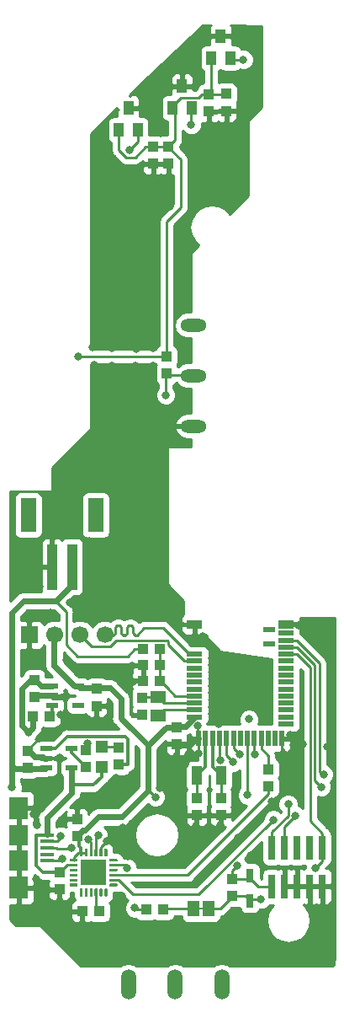
<source format=gbr>
G04 #@! TF.GenerationSoftware,KiCad,Pcbnew,(6.0.0-rc1-dev-1027-g90233e5ec)*
G04 #@! TF.CreationDate,2019-01-09T23:19:53+01:00*
G04 #@! TF.ProjectId,eBoard_remote_control,65426F6172645F72656D6F74655F636F,rev?*
G04 #@! TF.SameCoordinates,Original*
G04 #@! TF.FileFunction,Copper,L1,Top*
G04 #@! TF.FilePolarity,Positive*
%FSLAX46Y46*%
G04 Gerber Fmt 4.6, Leading zero omitted, Abs format (unit mm)*
G04 Created by KiCad (PCBNEW (6.0.0-rc1-dev-1027-g90233e5ec)) date 09.01.2019 23.19.54*
%MOMM*%
%LPD*%
G01*
G04 APERTURE LIST*
G04 #@! TA.AperFunction,SMDPad,CuDef*
%ADD10R,1.900000X2.000000*%
G04 #@! TD*
G04 #@! TA.AperFunction,SMDPad,CuDef*
%ADD11R,1.900000X2.300000*%
G04 #@! TD*
G04 #@! TA.AperFunction,SMDPad,CuDef*
%ADD12R,1.400000X0.400000*%
G04 #@! TD*
G04 #@! TA.AperFunction,ComponentPad*
%ADD13O,2.616000X1.308000*%
G04 #@! TD*
G04 #@! TA.AperFunction,SMDPad,CuDef*
%ADD14R,1.100000X1.000000*%
G04 #@! TD*
G04 #@! TA.AperFunction,SMDPad,CuDef*
%ADD15R,1.000000X1.100000*%
G04 #@! TD*
G04 #@! TA.AperFunction,ComponentPad*
%ADD16O,1.508000X3.016000*%
G04 #@! TD*
G04 #@! TA.AperFunction,ComponentPad*
%ADD17C,1.700000*%
G04 #@! TD*
G04 #@! TA.AperFunction,ComponentPad*
%ADD18R,1.700000X1.700000*%
G04 #@! TD*
G04 #@! TA.AperFunction,SMDPad,CuDef*
%ADD19R,0.740000X2.400000*%
G04 #@! TD*
G04 #@! TA.AperFunction,SMDPad,CuDef*
%ADD20R,1.168400X1.600200*%
G04 #@! TD*
G04 #@! TA.AperFunction,SMDPad,CuDef*
%ADD21R,0.635000X0.203200*%
G04 #@! TD*
G04 #@! TA.AperFunction,SMDPad,CuDef*
%ADD22R,1.000000X1.075000*%
G04 #@! TD*
G04 #@! TA.AperFunction,SMDPad,CuDef*
%ADD23R,0.800000X1.350000*%
G04 #@! TD*
G04 #@! TA.AperFunction,SMDPad,CuDef*
%ADD24R,1.200000X0.500000*%
G04 #@! TD*
G04 #@! TA.AperFunction,SMDPad,CuDef*
%ADD25R,1.600000X0.900000*%
G04 #@! TD*
G04 #@! TA.AperFunction,SMDPad,CuDef*
%ADD26R,1.600000X0.480000*%
G04 #@! TD*
G04 #@! TA.AperFunction,SMDPad,CuDef*
%ADD27R,0.480000X1.600000*%
G04 #@! TD*
G04 #@! TA.AperFunction,SMDPad,CuDef*
%ADD28R,1.000000X4.600000*%
G04 #@! TD*
G04 #@! TA.AperFunction,SMDPad,CuDef*
%ADD29R,1.600000X3.400000*%
G04 #@! TD*
G04 #@! TA.AperFunction,SMDPad,CuDef*
%ADD30R,1.100000X1.900000*%
G04 #@! TD*
G04 #@! TA.AperFunction,SMDPad,CuDef*
%ADD31R,1.000000X1.400000*%
G04 #@! TD*
G04 #@! TA.AperFunction,SMDPad,CuDef*
%ADD32R,1.500000X1.240000*%
G04 #@! TD*
G04 #@! TA.AperFunction,SMDPad,CuDef*
%ADD33R,1.200000X0.550000*%
G04 #@! TD*
G04 #@! TA.AperFunction,SMDPad,CuDef*
%ADD34R,1.200000X1.200000*%
G04 #@! TD*
G04 #@! TA.AperFunction,SMDPad,CuDef*
%ADD35R,1.075000X1.000000*%
G04 #@! TD*
G04 #@! TA.AperFunction,SMDPad,CuDef*
%ADD36R,2.500000X2.500000*%
G04 #@! TD*
G04 #@! TA.AperFunction,Conductor*
%ADD37C,0.100000*%
G04 #@! TD*
G04 #@! TA.AperFunction,SMDPad,CuDef*
%ADD38C,0.280000*%
G04 #@! TD*
G04 #@! TA.AperFunction,ViaPad*
%ADD39C,0.800000*%
G04 #@! TD*
G04 #@! TA.AperFunction,Conductor*
%ADD40C,0.250000*%
G04 #@! TD*
G04 #@! TA.AperFunction,Conductor*
%ADD41C,0.600000*%
G04 #@! TD*
G04 #@! TA.AperFunction,Conductor*
%ADD42C,0.350000*%
G04 #@! TD*
G04 #@! TA.AperFunction,Conductor*
%ADD43C,0.254000*%
G04 #@! TD*
G04 APERTURE END LIST*
D10*
G04 #@! TO.P,P1,G2*
G04 #@! TO.N,GND*
X178959863Y-142418018D03*
G04 #@! TO.P,P1,G3*
X178959863Y-139918018D03*
D11*
G04 #@! TO.P,P1,G1*
X178959863Y-145168018D03*
G04 #@! TO.P,P1,G4*
X178959863Y-137168018D03*
D12*
G04 #@! TO.P,P1,1*
G04 #@! TO.N,VBUS*
X181809863Y-139868018D03*
G04 #@! TO.P,P1,2*
G04 #@! TO.N,/USBD-*
X181809863Y-140518018D03*
G04 #@! TO.P,P1,4*
G04 #@! TO.N,Net-(P1-Pad4)*
X181809863Y-141818018D03*
G04 #@! TO.P,P1,5*
G04 #@! TO.N,GND*
X181809863Y-142468018D03*
G04 #@! TO.P,P1,3*
G04 #@! TO.N,/USBD+*
X181809863Y-141168018D03*
G04 #@! TD*
D13*
G04 #@! TO.P,S1,P1*
G04 #@! TO.N,GND*
X196606160Y-98811080D03*
G04 #@! TO.P,S1,P3*
G04 #@! TO.N,Net-(S1-PadP3)*
X196606160Y-88651080D03*
G04 #@! TO.P,S1,P2*
G04 #@! TO.N,/P0.07*
X196606160Y-93731080D03*
G04 #@! TD*
D14*
G04 #@! TO.P,C12,2*
G04 #@! TO.N,GND*
X191505244Y-124410210D03*
G04 #@! TO.P,C12,1*
G04 #@! TO.N,/A7/P0.31*
X193205244Y-124410210D03*
G04 #@! TD*
D15*
G04 #@! TO.P,C10,2*
G04 #@! TO.N,GND*
X184852663Y-138291418D03*
G04 #@! TO.P,C10,1*
G04 #@! TO.N,3.3V*
X184852663Y-139991418D03*
G04 #@! TD*
G04 #@! TO.P,C8,2*
G04 #@! TO.N,GND*
X186805735Y-126917768D03*
G04 #@! TO.P,C8,1*
G04 #@! TO.N,3.3V*
X186805735Y-125217768D03*
G04 #@! TD*
D14*
G04 #@! TO.P,C7,2*
G04 #@! TO.N,GND*
X185348863Y-147548818D03*
G04 #@! TO.P,C7,1*
G04 #@! TO.N,Net-(C7-Pad1)*
X187048863Y-147548818D03*
G04 #@! TD*
D15*
G04 #@! TO.P,C6,2*
G04 #@! TO.N,GND*
X180553360Y-126056760D03*
G04 #@! TO.P,C6,1*
G04 #@! TO.N,/VBB*
X180553360Y-124356760D03*
G04 #@! TD*
G04 #@! TO.P,C5,2*
G04 #@! TO.N,GND*
X179887880Y-131412880D03*
G04 #@! TO.P,C5,1*
G04 #@! TO.N,VBAT*
X179887880Y-133112880D03*
G04 #@! TD*
G04 #@! TO.P,C4,2*
G04 #@! TO.N,GND*
X191414400Y-127824600D03*
G04 #@! TO.P,C4,1*
G04 #@! TO.N,Net-(C4-Pad1)*
X191414400Y-126124600D03*
G04 #@! TD*
G04 #@! TO.P,C3,2*
G04 #@! TO.N,GND*
X194873880Y-130750680D03*
G04 #@! TO.P,C3,1*
G04 #@! TO.N,3.3V*
X194873880Y-129050680D03*
G04 #@! TD*
G04 #@! TO.P,C2,2*
G04 #@! TO.N,GND*
X199338337Y-137884276D03*
G04 #@! TO.P,C2,1*
G04 #@! TO.N,Net-(C2-Pad1)*
X199338337Y-136184276D03*
G04 #@! TD*
G04 #@! TO.P,C1,2*
G04 #@! TO.N,GND*
X196899937Y-137909676D03*
G04 #@! TO.P,C1,1*
G04 #@! TO.N,Net-(C1-Pad1)*
X196899937Y-136209676D03*
G04 #@! TD*
D16*
G04 #@! TO.P,S2,2*
G04 #@! TO.N,VBAT*
X194716400Y-154914600D03*
G04 #@! TO.P,S2,1*
G04 #@! TO.N,/VBB*
X199416400Y-154914600D03*
G04 #@! TO.P,S2,3*
G04 #@! TO.N,Net-(S2-Pad3)*
X190016400Y-154914600D03*
G04 #@! TD*
D17*
G04 #@! TO.P,DIS1,SDA*
G04 #@! TO.N,/SDA*
X187645040Y-119781320D03*
G04 #@! TO.P,DIS1,SCL*
G04 #@! TO.N,/SCL*
X185105040Y-119781320D03*
G04 #@! TO.P,DIS1,VCC*
G04 #@! TO.N,3.3V*
X182565040Y-119781320D03*
D18*
G04 #@! TO.P,DIS1,GND*
G04 #@! TO.N,GND*
X180025040Y-119781320D03*
G04 #@! TD*
D19*
G04 #@! TO.P,J1,10*
G04 #@! TO.N,/RESET*
X209524600Y-141158680D03*
G04 #@! TO.P,J1,9*
G04 #@! TO.N,GND*
X209524600Y-145058680D03*
G04 #@! TO.P,J1,8*
G04 #@! TO.N,Net-(J1-Pad8)*
X208254600Y-141158680D03*
G04 #@! TO.P,J1,7*
G04 #@! TO.N,GND*
X208254600Y-145058680D03*
G04 #@! TO.P,J1,6*
G04 #@! TO.N,Net-(J1-Pad6)*
X206984600Y-141158680D03*
G04 #@! TO.P,J1,5*
G04 #@! TO.N,GND*
X206984600Y-145058680D03*
G04 #@! TO.P,J1,4*
G04 #@! TO.N,/SWCLK*
X205714600Y-141158680D03*
G04 #@! TO.P,J1,3*
G04 #@! TO.N,GND*
X205714600Y-145058680D03*
G04 #@! TO.P,J1,2*
G04 #@! TO.N,/SWDIO*
X204444600Y-141158680D03*
G04 #@! TO.P,J1,1*
G04 #@! TO.N,3.3V*
X204444600Y-145058680D03*
G04 #@! TD*
D20*
G04 #@! TO.P,SJ2,1*
G04 #@! TO.N,Net-(C9-Pad1)*
X196570600Y-147294600D03*
G04 #@! TO.P,SJ2,2*
G04 #@! TO.N,/RESET*
X198094600Y-147294600D03*
D21*
G04 #@! TO.P,SJ2,WIRE*
G04 #@! TO.N,N/C*
X197332600Y-147294600D03*
G04 #@! TD*
D22*
G04 #@! TO.P,R2,2*
G04 #@! TO.N,/RESET*
X200487280Y-146011000D03*
G04 #@! TO.P,R2,1*
G04 #@! TO.N,3.3V*
X200487280Y-144311000D03*
G04 #@! TD*
D23*
G04 #@! TO.P,D4,A*
G04 #@! TO.N,/RESET*
X202265280Y-146476720D03*
G04 #@! TO.P,D4,C*
G04 #@! TO.N,3.3V*
X202265280Y-143936720D03*
G04 #@! TD*
D14*
G04 #@! TO.P,C9,2*
G04 #@! TO.N,/DTR*
X191809000Y-147396200D03*
G04 #@! TO.P,C9,1*
G04 #@! TO.N,Net-(C9-Pad1)*
X193509000Y-147396200D03*
G04 #@! TD*
D24*
G04 #@! TO.P,U1,41*
G04 #@! TO.N,Net-(U1-Pad41)*
X204192263Y-120673756D03*
G04 #@! TO.P,U1,40*
G04 #@! TO.N,Net-(U1-Pad40)*
X204192263Y-119273756D03*
D25*
G04 #@! TO.P,U1,39*
G04 #@! TO.N,GND*
X205892263Y-118723756D03*
D26*
G04 #@! TO.P,U1,38*
G04 #@! TO.N,/FRST*
X205892263Y-119623756D03*
G04 #@! TO.P,U1,37*
G04 #@! TO.N,/SWDIO*
X205892263Y-120323756D03*
G04 #@! TO.P,U1,36*
G04 #@! TO.N,/SWCLK*
X205892263Y-121023756D03*
G04 #@! TO.P,U1,35*
G04 #@! TO.N,/RESET*
X205892263Y-121723756D03*
G04 #@! TO.P,U1,34*
G04 #@! TO.N,/DFU*
X205892263Y-122423756D03*
G04 #@! TO.P,U1,33*
G04 #@! TO.N,Net-(U1-Pad33)*
X205892263Y-123123756D03*
G04 #@! TO.P,U1,32*
G04 #@! TO.N,/SWO*
X205892263Y-123823756D03*
G04 #@! TO.P,U1,31*
G04 #@! TO.N,Net-(U1-Pad31)*
X205892263Y-124523756D03*
G04 #@! TO.P,U1,30*
G04 #@! TO.N,/P0.16*
X205892263Y-125223756D03*
G04 #@! TO.P,U1,29*
G04 #@! TO.N,/P0.15*
X205892263Y-125923756D03*
G04 #@! TO.P,U1,28*
G04 #@! TO.N,/MISO*
X205892263Y-126623756D03*
G04 #@! TO.P,U1,27*
G04 #@! TO.N,/MOSI*
X205892263Y-127323756D03*
G04 #@! TO.P,U1,26*
G04 #@! TO.N,/SCK*
X205892263Y-128023756D03*
G04 #@! TO.P,U1,25*
G04 #@! TO.N,/P0.11*
X205892263Y-128723756D03*
D27*
G04 #@! TO.P,U1,24*
G04 #@! TO.N,GND*
X205492263Y-130173756D03*
G04 #@! TO.P,U1,23*
G04 #@! TO.N,Net-(U1-Pad23)*
X204792263Y-130173756D03*
G04 #@! TO.P,U1,22*
G04 #@! TO.N,Net-(U1-Pad22)*
X204092263Y-130173756D03*
G04 #@! TO.P,U1,21*
G04 #@! TO.N,/RXD*
X203392263Y-130173756D03*
G04 #@! TO.P,U1,20*
G04 #@! TO.N,/P0.07*
X202692263Y-130173756D03*
G04 #@! TO.P,U1,19*
G04 #@! TO.N,/TXD*
X201992263Y-130173756D03*
G04 #@! TO.P,U1,18*
G04 #@! TO.N,/A3*
X201292263Y-130173756D03*
G04 #@! TO.P,U1,17*
G04 #@! TO.N,/A2*
X200592263Y-130173756D03*
G04 #@! TO.P,U1,16*
G04 #@! TO.N,/A1*
X199892263Y-130173756D03*
G04 #@! TO.P,U1,15*
G04 #@! TO.N,/A0*
X199192263Y-130173756D03*
G04 #@! TO.P,U1,14*
G04 #@! TO.N,Net-(C2-Pad1)*
X198492263Y-130173756D03*
G04 #@! TO.P,U1,13*
G04 #@! TO.N,Net-(C1-Pad1)*
X197792263Y-130173756D03*
G04 #@! TO.P,U1,12*
G04 #@! TO.N,GND*
X197092263Y-130173756D03*
D26*
G04 #@! TO.P,U1,11*
G04 #@! TO.N,3.3V*
X196692263Y-128023756D03*
G04 #@! TO.P,U1,10*
G04 #@! TO.N,Net-(L2-Pad2)*
X196692263Y-127323756D03*
G04 #@! TO.P,U1,9*
G04 #@! TO.N,Net-(C4-Pad1)*
X196692263Y-126623756D03*
G04 #@! TO.P,U1,8*
G04 #@! TO.N,/A7/P0.31*
X196692263Y-125923756D03*
G04 #@! TO.P,U1,7*
G04 #@! TO.N,/A6/P0.30*
X196692263Y-125223756D03*
G04 #@! TO.P,U1,6*
G04 #@! TO.N,/A5/0.29*
X196692263Y-124523756D03*
G04 #@! TO.P,U1,5*
G04 #@! TO.N,/A4/0.28*
X196692263Y-123823756D03*
G04 #@! TO.P,U1,4*
G04 #@! TO.N,/P0.27*
X196692263Y-123123756D03*
G04 #@! TO.P,U1,3*
G04 #@! TO.N,/SCL*
X196692263Y-122423756D03*
G04 #@! TO.P,U1,2*
G04 #@! TO.N,/SDA*
X196692263Y-121723756D03*
D25*
G04 #@! TO.P,U1,1*
G04 #@! TO.N,GND*
X196692263Y-118723756D03*
G04 #@! TD*
D28*
G04 #@! TO.P,X2,1*
G04 #@! TO.N,GND*
X182337200Y-112945400D03*
G04 #@! TO.P,X2,2*
G04 #@! TO.N,VBAT*
X184337200Y-112945400D03*
D29*
G04 #@! TO.P,X2,NC1*
G04 #@! TO.N,N/C*
X179937200Y-107745400D03*
G04 #@! TO.P,X2,NC2*
X186737200Y-107745400D03*
G04 #@! TD*
D22*
G04 #@! TO.P,R8,2*
G04 #@! TO.N,GND*
X185750200Y-131367160D03*
G04 #@! TO.P,R8,1*
G04 #@! TO.N,Net-(R8-Pad1)*
X185750200Y-133067160D03*
G04 #@! TD*
D30*
G04 #@! TO.P,X4,P$2*
G04 #@! TO.N,Net-(C2-Pad1)*
X199344537Y-133935476D03*
G04 #@! TO.P,X4,P$1*
G04 #@! TO.N,Net-(C1-Pad1)*
X196944537Y-133935476D03*
G04 #@! TD*
D22*
G04 #@! TO.P,R9,2*
G04 #@! TO.N,/RXD*
X204101700Y-133287400D03*
G04 #@! TO.P,R9,1*
G04 #@! TO.N,Net-(R9-Pad1)*
X204101700Y-134987400D03*
G04 #@! TD*
D31*
G04 #@! TO.P,U5,1*
G04 #@! TO.N,3.3V*
X189067400Y-69045000D03*
G04 #@! TO.P,U5,2*
G04 #@! TO.N,/A0*
X190967400Y-69045000D03*
G04 #@! TO.P,U5,3*
G04 #@! TO.N,GND*
X190017400Y-66845000D03*
G04 #@! TD*
G04 #@! TO.P,U7,1*
G04 #@! TO.N,3.3V*
X198353640Y-61836480D03*
G04 #@! TO.P,U7,2*
G04 #@! TO.N,/A2*
X200253640Y-61836480D03*
G04 #@! TO.P,U7,3*
G04 #@! TO.N,GND*
X199303640Y-59636480D03*
G04 #@! TD*
G04 #@! TO.P,U6,1*
G04 #@! TO.N,3.3V*
X194467440Y-66853160D03*
G04 #@! TO.P,U6,2*
G04 #@! TO.N,/A1*
X196367440Y-66853160D03*
G04 #@! TO.P,U6,3*
G04 #@! TO.N,GND*
X195417440Y-64653160D03*
G04 #@! TD*
D15*
G04 #@! TO.P,C21,2*
G04 #@! TO.N,GND*
X198120000Y-67194800D03*
G04 #@! TO.P,C21,1*
G04 #@! TO.N,3.3V*
X198120000Y-65494800D03*
G04 #@! TD*
G04 #@! TO.P,C20,2*
G04 #@! TO.N,GND*
X194045145Y-72439695D03*
G04 #@! TO.P,C20,1*
G04 #@! TO.N,3.3V*
X194045145Y-70739695D03*
G04 #@! TD*
D32*
G04 #@! TO.P,L2,2*
G04 #@! TO.N,Net-(L2-Pad2)*
X192990244Y-127925610D03*
G04 #@! TO.P,L2,1*
G04 #@! TO.N,Net-(C4-Pad1)*
X192990244Y-126025610D03*
G04 #@! TD*
D33*
G04 #@! TO.P,U3,5*
G04 #@! TO.N,Net-(R8-Pad1)*
X184317177Y-131229116D03*
G04 #@! TO.P,U3,4*
G04 #@! TO.N,VBUS*
X184317177Y-133129116D03*
G04 #@! TO.P,U3,3*
G04 #@! TO.N,VBAT*
X181716977Y-133129116D03*
G04 #@! TO.P,U3,2*
G04 #@! TO.N,GND*
X181716977Y-132179116D03*
G04 #@! TO.P,U3,1*
G04 #@! TO.N,Net-(R3-Pad2)*
X181716977Y-131229116D03*
G04 #@! TD*
D34*
G04 #@! TO.P,CHG1,A*
G04 #@! TO.N,VBUS*
X187335077Y-133089416D03*
G04 #@! TO.P,CHG1,C*
G04 #@! TO.N,Net-(CHG1-PadC)*
X187335077Y-130989416D03*
G04 #@! TD*
D22*
G04 #@! TO.P,R3,2*
G04 #@! TO.N,Net-(R3-Pad2)*
X189062277Y-132787816D03*
G04 #@! TO.P,R3,1*
G04 #@! TO.N,Net-(CHG1-PadC)*
X189062277Y-131087816D03*
G04 #@! TD*
D35*
G04 #@! TO.P,R4,2*
G04 #@! TO.N,/A7/P0.31*
X193154444Y-121184410D03*
G04 #@! TO.P,R4,1*
G04 #@! TO.N,VBAT*
X191454444Y-121184410D03*
G04 #@! TD*
G04 #@! TO.P,R6,2*
G04 #@! TO.N,GND*
X191518844Y-122810010D03*
G04 #@! TO.P,R6,1*
G04 #@! TO.N,/A7/P0.31*
X193218844Y-122810010D03*
G04 #@! TD*
D33*
G04 #@! TO.P,U2,5*
G04 #@! TO.N,3.3V*
X184956235Y-124939968D03*
G04 #@! TO.P,U2,4*
G04 #@! TO.N,Net-(U2-Pad4)*
X184956235Y-126839968D03*
G04 #@! TO.P,U2,3*
G04 #@! TO.N,Net-(R5-Pad1)*
X182356035Y-126839968D03*
G04 #@! TO.P,U2,2*
G04 #@! TO.N,GND*
X182356035Y-125889968D03*
G04 #@! TO.P,U2,1*
G04 #@! TO.N,/VBB*
X182356035Y-124939968D03*
G04 #@! TD*
D35*
G04 #@! TO.P,R5,2*
G04 #@! TO.N,/VBB*
X180419640Y-127975360D03*
G04 #@! TO.P,R5,1*
G04 #@! TO.N,Net-(R5-Pad1)*
X182119640Y-127975360D03*
G04 #@! TD*
D36*
G04 #@! TO.P,U4,THERM*
G04 #@! TO.N,GND*
X186503663Y-143662618D03*
D37*
G04 #@! TD*
G04 #@! TO.N,Net-(U4-Pad24)*
G04 #@! TO.C,U4*
G36*
X188840524Y-142272955D02*
X188847319Y-142273963D01*
X188853983Y-142275632D01*
X188860451Y-142277946D01*
X188866661Y-142280884D01*
X188872553Y-142284415D01*
X188878071Y-142288507D01*
X188883160Y-142293121D01*
X188887774Y-142298210D01*
X188891866Y-142303728D01*
X188895397Y-142309620D01*
X188898335Y-142315830D01*
X188900649Y-142322298D01*
X188902318Y-142328962D01*
X188903326Y-142335757D01*
X188903663Y-142342618D01*
X188903663Y-142482618D01*
X188903326Y-142489479D01*
X188902318Y-142496274D01*
X188900649Y-142502938D01*
X188898335Y-142509406D01*
X188895397Y-142515616D01*
X188891866Y-142521508D01*
X188887774Y-142527026D01*
X188883160Y-142532115D01*
X188878071Y-142536729D01*
X188872553Y-142540821D01*
X188866661Y-142544352D01*
X188860451Y-142547290D01*
X188853983Y-142549604D01*
X188847319Y-142551273D01*
X188840524Y-142552281D01*
X188833663Y-142552618D01*
X188173663Y-142552618D01*
X188166802Y-142552281D01*
X188160007Y-142551273D01*
X188153343Y-142549604D01*
X188146875Y-142547290D01*
X188140665Y-142544352D01*
X188134773Y-142540821D01*
X188129255Y-142536729D01*
X188124166Y-142532115D01*
X188119552Y-142527026D01*
X188115460Y-142521508D01*
X188111929Y-142515616D01*
X188108991Y-142509406D01*
X188106677Y-142502938D01*
X188105008Y-142496274D01*
X188104000Y-142489479D01*
X188103663Y-142482618D01*
X188103663Y-142342618D01*
X188104000Y-142335757D01*
X188105008Y-142328962D01*
X188106677Y-142322298D01*
X188108991Y-142315830D01*
X188111929Y-142309620D01*
X188115460Y-142303728D01*
X188119552Y-142298210D01*
X188124166Y-142293121D01*
X188129255Y-142288507D01*
X188134773Y-142284415D01*
X188140665Y-142280884D01*
X188146875Y-142277946D01*
X188153343Y-142275632D01*
X188160007Y-142273963D01*
X188166802Y-142272955D01*
X188173663Y-142272618D01*
X188833663Y-142272618D01*
X188840524Y-142272955D01*
X188840524Y-142272955D01*
G37*
D38*
G04 #@! TO.P,U4,24*
G04 #@! TO.N,Net-(U4-Pad24)*
X188503663Y-142412618D03*
D37*
G04 #@! TD*
G04 #@! TO.N,/DTR*
G04 #@! TO.C,U4*
G36*
X188840524Y-142772955D02*
X188847319Y-142773963D01*
X188853983Y-142775632D01*
X188860451Y-142777946D01*
X188866661Y-142780884D01*
X188872553Y-142784415D01*
X188878071Y-142788507D01*
X188883160Y-142793121D01*
X188887774Y-142798210D01*
X188891866Y-142803728D01*
X188895397Y-142809620D01*
X188898335Y-142815830D01*
X188900649Y-142822298D01*
X188902318Y-142828962D01*
X188903326Y-142835757D01*
X188903663Y-142842618D01*
X188903663Y-142982618D01*
X188903326Y-142989479D01*
X188902318Y-142996274D01*
X188900649Y-143002938D01*
X188898335Y-143009406D01*
X188895397Y-143015616D01*
X188891866Y-143021508D01*
X188887774Y-143027026D01*
X188883160Y-143032115D01*
X188878071Y-143036729D01*
X188872553Y-143040821D01*
X188866661Y-143044352D01*
X188860451Y-143047290D01*
X188853983Y-143049604D01*
X188847319Y-143051273D01*
X188840524Y-143052281D01*
X188833663Y-143052618D01*
X188173663Y-143052618D01*
X188166802Y-143052281D01*
X188160007Y-143051273D01*
X188153343Y-143049604D01*
X188146875Y-143047290D01*
X188140665Y-143044352D01*
X188134773Y-143040821D01*
X188129255Y-143036729D01*
X188124166Y-143032115D01*
X188119552Y-143027026D01*
X188115460Y-143021508D01*
X188111929Y-143015616D01*
X188108991Y-143009406D01*
X188106677Y-143002938D01*
X188105008Y-142996274D01*
X188104000Y-142989479D01*
X188103663Y-142982618D01*
X188103663Y-142842618D01*
X188104000Y-142835757D01*
X188105008Y-142828962D01*
X188106677Y-142822298D01*
X188108991Y-142815830D01*
X188111929Y-142809620D01*
X188115460Y-142803728D01*
X188119552Y-142798210D01*
X188124166Y-142793121D01*
X188129255Y-142788507D01*
X188134773Y-142784415D01*
X188140665Y-142780884D01*
X188146875Y-142777946D01*
X188153343Y-142775632D01*
X188160007Y-142773963D01*
X188166802Y-142772955D01*
X188173663Y-142772618D01*
X188833663Y-142772618D01*
X188840524Y-142772955D01*
X188840524Y-142772955D01*
G37*
D38*
G04 #@! TO.P,U4,23*
G04 #@! TO.N,/DTR*
X188503663Y-142912618D03*
D37*
G04 #@! TD*
G04 #@! TO.N,Net-(U4-Pad22)*
G04 #@! TO.C,U4*
G36*
X188840524Y-143272955D02*
X188847319Y-143273963D01*
X188853983Y-143275632D01*
X188860451Y-143277946D01*
X188866661Y-143280884D01*
X188872553Y-143284415D01*
X188878071Y-143288507D01*
X188883160Y-143293121D01*
X188887774Y-143298210D01*
X188891866Y-143303728D01*
X188895397Y-143309620D01*
X188898335Y-143315830D01*
X188900649Y-143322298D01*
X188902318Y-143328962D01*
X188903326Y-143335757D01*
X188903663Y-143342618D01*
X188903663Y-143482618D01*
X188903326Y-143489479D01*
X188902318Y-143496274D01*
X188900649Y-143502938D01*
X188898335Y-143509406D01*
X188895397Y-143515616D01*
X188891866Y-143521508D01*
X188887774Y-143527026D01*
X188883160Y-143532115D01*
X188878071Y-143536729D01*
X188872553Y-143540821D01*
X188866661Y-143544352D01*
X188860451Y-143547290D01*
X188853983Y-143549604D01*
X188847319Y-143551273D01*
X188840524Y-143552281D01*
X188833663Y-143552618D01*
X188173663Y-143552618D01*
X188166802Y-143552281D01*
X188160007Y-143551273D01*
X188153343Y-143549604D01*
X188146875Y-143547290D01*
X188140665Y-143544352D01*
X188134773Y-143540821D01*
X188129255Y-143536729D01*
X188124166Y-143532115D01*
X188119552Y-143527026D01*
X188115460Y-143521508D01*
X188111929Y-143515616D01*
X188108991Y-143509406D01*
X188106677Y-143502938D01*
X188105008Y-143496274D01*
X188104000Y-143489479D01*
X188103663Y-143482618D01*
X188103663Y-143342618D01*
X188104000Y-143335757D01*
X188105008Y-143328962D01*
X188106677Y-143322298D01*
X188108991Y-143315830D01*
X188111929Y-143309620D01*
X188115460Y-143303728D01*
X188119552Y-143298210D01*
X188124166Y-143293121D01*
X188129255Y-143288507D01*
X188134773Y-143284415D01*
X188140665Y-143280884D01*
X188146875Y-143277946D01*
X188153343Y-143275632D01*
X188160007Y-143273963D01*
X188166802Y-143272955D01*
X188173663Y-143272618D01*
X188833663Y-143272618D01*
X188840524Y-143272955D01*
X188840524Y-143272955D01*
G37*
D38*
G04 #@! TO.P,U4,22*
G04 #@! TO.N,Net-(U4-Pad22)*
X188503663Y-143412618D03*
D37*
G04 #@! TD*
G04 #@! TO.N,Net-(R9-Pad1)*
G04 #@! TO.C,U4*
G36*
X188840524Y-143772955D02*
X188847319Y-143773963D01*
X188853983Y-143775632D01*
X188860451Y-143777946D01*
X188866661Y-143780884D01*
X188872553Y-143784415D01*
X188878071Y-143788507D01*
X188883160Y-143793121D01*
X188887774Y-143798210D01*
X188891866Y-143803728D01*
X188895397Y-143809620D01*
X188898335Y-143815830D01*
X188900649Y-143822298D01*
X188902318Y-143828962D01*
X188903326Y-143835757D01*
X188903663Y-143842618D01*
X188903663Y-143982618D01*
X188903326Y-143989479D01*
X188902318Y-143996274D01*
X188900649Y-144002938D01*
X188898335Y-144009406D01*
X188895397Y-144015616D01*
X188891866Y-144021508D01*
X188887774Y-144027026D01*
X188883160Y-144032115D01*
X188878071Y-144036729D01*
X188872553Y-144040821D01*
X188866661Y-144044352D01*
X188860451Y-144047290D01*
X188853983Y-144049604D01*
X188847319Y-144051273D01*
X188840524Y-144052281D01*
X188833663Y-144052618D01*
X188173663Y-144052618D01*
X188166802Y-144052281D01*
X188160007Y-144051273D01*
X188153343Y-144049604D01*
X188146875Y-144047290D01*
X188140665Y-144044352D01*
X188134773Y-144040821D01*
X188129255Y-144036729D01*
X188124166Y-144032115D01*
X188119552Y-144027026D01*
X188115460Y-144021508D01*
X188111929Y-144015616D01*
X188108991Y-144009406D01*
X188106677Y-144002938D01*
X188105008Y-143996274D01*
X188104000Y-143989479D01*
X188103663Y-143982618D01*
X188103663Y-143842618D01*
X188104000Y-143835757D01*
X188105008Y-143828962D01*
X188106677Y-143822298D01*
X188108991Y-143815830D01*
X188111929Y-143809620D01*
X188115460Y-143803728D01*
X188119552Y-143798210D01*
X188124166Y-143793121D01*
X188129255Y-143788507D01*
X188134773Y-143784415D01*
X188140665Y-143780884D01*
X188146875Y-143777946D01*
X188153343Y-143775632D01*
X188160007Y-143773963D01*
X188166802Y-143772955D01*
X188173663Y-143772618D01*
X188833663Y-143772618D01*
X188840524Y-143772955D01*
X188840524Y-143772955D01*
G37*
D38*
G04 #@! TO.P,U4,21*
G04 #@! TO.N,Net-(R9-Pad1)*
X188503663Y-143912618D03*
D37*
G04 #@! TD*
G04 #@! TO.N,/TXD*
G04 #@! TO.C,U4*
G36*
X188840524Y-144272955D02*
X188847319Y-144273963D01*
X188853983Y-144275632D01*
X188860451Y-144277946D01*
X188866661Y-144280884D01*
X188872553Y-144284415D01*
X188878071Y-144288507D01*
X188883160Y-144293121D01*
X188887774Y-144298210D01*
X188891866Y-144303728D01*
X188895397Y-144309620D01*
X188898335Y-144315830D01*
X188900649Y-144322298D01*
X188902318Y-144328962D01*
X188903326Y-144335757D01*
X188903663Y-144342618D01*
X188903663Y-144482618D01*
X188903326Y-144489479D01*
X188902318Y-144496274D01*
X188900649Y-144502938D01*
X188898335Y-144509406D01*
X188895397Y-144515616D01*
X188891866Y-144521508D01*
X188887774Y-144527026D01*
X188883160Y-144532115D01*
X188878071Y-144536729D01*
X188872553Y-144540821D01*
X188866661Y-144544352D01*
X188860451Y-144547290D01*
X188853983Y-144549604D01*
X188847319Y-144551273D01*
X188840524Y-144552281D01*
X188833663Y-144552618D01*
X188173663Y-144552618D01*
X188166802Y-144552281D01*
X188160007Y-144551273D01*
X188153343Y-144549604D01*
X188146875Y-144547290D01*
X188140665Y-144544352D01*
X188134773Y-144540821D01*
X188129255Y-144536729D01*
X188124166Y-144532115D01*
X188119552Y-144527026D01*
X188115460Y-144521508D01*
X188111929Y-144515616D01*
X188108991Y-144509406D01*
X188106677Y-144502938D01*
X188105008Y-144496274D01*
X188104000Y-144489479D01*
X188103663Y-144482618D01*
X188103663Y-144342618D01*
X188104000Y-144335757D01*
X188105008Y-144328962D01*
X188106677Y-144322298D01*
X188108991Y-144315830D01*
X188111929Y-144309620D01*
X188115460Y-144303728D01*
X188119552Y-144298210D01*
X188124166Y-144293121D01*
X188129255Y-144288507D01*
X188134773Y-144284415D01*
X188140665Y-144280884D01*
X188146875Y-144277946D01*
X188153343Y-144275632D01*
X188160007Y-144273963D01*
X188166802Y-144272955D01*
X188173663Y-144272618D01*
X188833663Y-144272618D01*
X188840524Y-144272955D01*
X188840524Y-144272955D01*
G37*
D38*
G04 #@! TO.P,U4,20*
G04 #@! TO.N,/TXD*
X188503663Y-144412618D03*
D37*
G04 #@! TD*
G04 #@! TO.N,Net-(U4-Pad19)*
G04 #@! TO.C,U4*
G36*
X188840524Y-144772955D02*
X188847319Y-144773963D01*
X188853983Y-144775632D01*
X188860451Y-144777946D01*
X188866661Y-144780884D01*
X188872553Y-144784415D01*
X188878071Y-144788507D01*
X188883160Y-144793121D01*
X188887774Y-144798210D01*
X188891866Y-144803728D01*
X188895397Y-144809620D01*
X188898335Y-144815830D01*
X188900649Y-144822298D01*
X188902318Y-144828962D01*
X188903326Y-144835757D01*
X188903663Y-144842618D01*
X188903663Y-144982618D01*
X188903326Y-144989479D01*
X188902318Y-144996274D01*
X188900649Y-145002938D01*
X188898335Y-145009406D01*
X188895397Y-145015616D01*
X188891866Y-145021508D01*
X188887774Y-145027026D01*
X188883160Y-145032115D01*
X188878071Y-145036729D01*
X188872553Y-145040821D01*
X188866661Y-145044352D01*
X188860451Y-145047290D01*
X188853983Y-145049604D01*
X188847319Y-145051273D01*
X188840524Y-145052281D01*
X188833663Y-145052618D01*
X188173663Y-145052618D01*
X188166802Y-145052281D01*
X188160007Y-145051273D01*
X188153343Y-145049604D01*
X188146875Y-145047290D01*
X188140665Y-145044352D01*
X188134773Y-145040821D01*
X188129255Y-145036729D01*
X188124166Y-145032115D01*
X188119552Y-145027026D01*
X188115460Y-145021508D01*
X188111929Y-145015616D01*
X188108991Y-145009406D01*
X188106677Y-145002938D01*
X188105008Y-144996274D01*
X188104000Y-144989479D01*
X188103663Y-144982618D01*
X188103663Y-144842618D01*
X188104000Y-144835757D01*
X188105008Y-144828962D01*
X188106677Y-144822298D01*
X188108991Y-144815830D01*
X188111929Y-144809620D01*
X188115460Y-144803728D01*
X188119552Y-144798210D01*
X188124166Y-144793121D01*
X188129255Y-144788507D01*
X188134773Y-144784415D01*
X188140665Y-144780884D01*
X188146875Y-144777946D01*
X188153343Y-144775632D01*
X188160007Y-144773963D01*
X188166802Y-144772955D01*
X188173663Y-144772618D01*
X188833663Y-144772618D01*
X188840524Y-144772955D01*
X188840524Y-144772955D01*
G37*
D38*
G04 #@! TO.P,U4,19*
G04 #@! TO.N,Net-(U4-Pad19)*
X188503663Y-144912618D03*
D37*
G04 #@! TD*
G04 #@! TO.N,Net-(U4-Pad18)*
G04 #@! TO.C,U4*
G36*
X187830524Y-145262955D02*
X187837319Y-145263963D01*
X187843983Y-145265632D01*
X187850451Y-145267946D01*
X187856661Y-145270884D01*
X187862553Y-145274415D01*
X187868071Y-145278507D01*
X187873160Y-145283121D01*
X187877774Y-145288210D01*
X187881866Y-145293728D01*
X187885397Y-145299620D01*
X187888335Y-145305830D01*
X187890649Y-145312298D01*
X187892318Y-145318962D01*
X187893326Y-145325757D01*
X187893663Y-145332618D01*
X187893663Y-145992618D01*
X187893326Y-145999479D01*
X187892318Y-146006274D01*
X187890649Y-146012938D01*
X187888335Y-146019406D01*
X187885397Y-146025616D01*
X187881866Y-146031508D01*
X187877774Y-146037026D01*
X187873160Y-146042115D01*
X187868071Y-146046729D01*
X187862553Y-146050821D01*
X187856661Y-146054352D01*
X187850451Y-146057290D01*
X187843983Y-146059604D01*
X187837319Y-146061273D01*
X187830524Y-146062281D01*
X187823663Y-146062618D01*
X187683663Y-146062618D01*
X187676802Y-146062281D01*
X187670007Y-146061273D01*
X187663343Y-146059604D01*
X187656875Y-146057290D01*
X187650665Y-146054352D01*
X187644773Y-146050821D01*
X187639255Y-146046729D01*
X187634166Y-146042115D01*
X187629552Y-146037026D01*
X187625460Y-146031508D01*
X187621929Y-146025616D01*
X187618991Y-146019406D01*
X187616677Y-146012938D01*
X187615008Y-146006274D01*
X187614000Y-145999479D01*
X187613663Y-145992618D01*
X187613663Y-145332618D01*
X187614000Y-145325757D01*
X187615008Y-145318962D01*
X187616677Y-145312298D01*
X187618991Y-145305830D01*
X187621929Y-145299620D01*
X187625460Y-145293728D01*
X187629552Y-145288210D01*
X187634166Y-145283121D01*
X187639255Y-145278507D01*
X187644773Y-145274415D01*
X187650665Y-145270884D01*
X187656875Y-145267946D01*
X187663343Y-145265632D01*
X187670007Y-145263963D01*
X187676802Y-145262955D01*
X187683663Y-145262618D01*
X187823663Y-145262618D01*
X187830524Y-145262955D01*
X187830524Y-145262955D01*
G37*
D38*
G04 #@! TO.P,U4,18*
G04 #@! TO.N,Net-(U4-Pad18)*
X187753663Y-145662618D03*
D37*
G04 #@! TD*
G04 #@! TO.N,Net-(U4-Pad17)*
G04 #@! TO.C,U4*
G36*
X187330524Y-145262955D02*
X187337319Y-145263963D01*
X187343983Y-145265632D01*
X187350451Y-145267946D01*
X187356661Y-145270884D01*
X187362553Y-145274415D01*
X187368071Y-145278507D01*
X187373160Y-145283121D01*
X187377774Y-145288210D01*
X187381866Y-145293728D01*
X187385397Y-145299620D01*
X187388335Y-145305830D01*
X187390649Y-145312298D01*
X187392318Y-145318962D01*
X187393326Y-145325757D01*
X187393663Y-145332618D01*
X187393663Y-145992618D01*
X187393326Y-145999479D01*
X187392318Y-146006274D01*
X187390649Y-146012938D01*
X187388335Y-146019406D01*
X187385397Y-146025616D01*
X187381866Y-146031508D01*
X187377774Y-146037026D01*
X187373160Y-146042115D01*
X187368071Y-146046729D01*
X187362553Y-146050821D01*
X187356661Y-146054352D01*
X187350451Y-146057290D01*
X187343983Y-146059604D01*
X187337319Y-146061273D01*
X187330524Y-146062281D01*
X187323663Y-146062618D01*
X187183663Y-146062618D01*
X187176802Y-146062281D01*
X187170007Y-146061273D01*
X187163343Y-146059604D01*
X187156875Y-146057290D01*
X187150665Y-146054352D01*
X187144773Y-146050821D01*
X187139255Y-146046729D01*
X187134166Y-146042115D01*
X187129552Y-146037026D01*
X187125460Y-146031508D01*
X187121929Y-146025616D01*
X187118991Y-146019406D01*
X187116677Y-146012938D01*
X187115008Y-146006274D01*
X187114000Y-145999479D01*
X187113663Y-145992618D01*
X187113663Y-145332618D01*
X187114000Y-145325757D01*
X187115008Y-145318962D01*
X187116677Y-145312298D01*
X187118991Y-145305830D01*
X187121929Y-145299620D01*
X187125460Y-145293728D01*
X187129552Y-145288210D01*
X187134166Y-145283121D01*
X187139255Y-145278507D01*
X187144773Y-145274415D01*
X187150665Y-145270884D01*
X187156875Y-145267946D01*
X187163343Y-145265632D01*
X187170007Y-145263963D01*
X187176802Y-145262955D01*
X187183663Y-145262618D01*
X187323663Y-145262618D01*
X187330524Y-145262955D01*
X187330524Y-145262955D01*
G37*
D38*
G04 #@! TO.P,U4,17*
G04 #@! TO.N,Net-(U4-Pad17)*
X187253663Y-145662618D03*
D37*
G04 #@! TD*
G04 #@! TO.N,Net-(C7-Pad1)*
G04 #@! TO.C,U4*
G36*
X186830524Y-145262955D02*
X186837319Y-145263963D01*
X186843983Y-145265632D01*
X186850451Y-145267946D01*
X186856661Y-145270884D01*
X186862553Y-145274415D01*
X186868071Y-145278507D01*
X186873160Y-145283121D01*
X186877774Y-145288210D01*
X186881866Y-145293728D01*
X186885397Y-145299620D01*
X186888335Y-145305830D01*
X186890649Y-145312298D01*
X186892318Y-145318962D01*
X186893326Y-145325757D01*
X186893663Y-145332618D01*
X186893663Y-145992618D01*
X186893326Y-145999479D01*
X186892318Y-146006274D01*
X186890649Y-146012938D01*
X186888335Y-146019406D01*
X186885397Y-146025616D01*
X186881866Y-146031508D01*
X186877774Y-146037026D01*
X186873160Y-146042115D01*
X186868071Y-146046729D01*
X186862553Y-146050821D01*
X186856661Y-146054352D01*
X186850451Y-146057290D01*
X186843983Y-146059604D01*
X186837319Y-146061273D01*
X186830524Y-146062281D01*
X186823663Y-146062618D01*
X186683663Y-146062618D01*
X186676802Y-146062281D01*
X186670007Y-146061273D01*
X186663343Y-146059604D01*
X186656875Y-146057290D01*
X186650665Y-146054352D01*
X186644773Y-146050821D01*
X186639255Y-146046729D01*
X186634166Y-146042115D01*
X186629552Y-146037026D01*
X186625460Y-146031508D01*
X186621929Y-146025616D01*
X186618991Y-146019406D01*
X186616677Y-146012938D01*
X186615008Y-146006274D01*
X186614000Y-145999479D01*
X186613663Y-145992618D01*
X186613663Y-145332618D01*
X186614000Y-145325757D01*
X186615008Y-145318962D01*
X186616677Y-145312298D01*
X186618991Y-145305830D01*
X186621929Y-145299620D01*
X186625460Y-145293728D01*
X186629552Y-145288210D01*
X186634166Y-145283121D01*
X186639255Y-145278507D01*
X186644773Y-145274415D01*
X186650665Y-145270884D01*
X186656875Y-145267946D01*
X186663343Y-145265632D01*
X186670007Y-145263963D01*
X186676802Y-145262955D01*
X186683663Y-145262618D01*
X186823663Y-145262618D01*
X186830524Y-145262955D01*
X186830524Y-145262955D01*
G37*
D38*
G04 #@! TO.P,U4,16*
G04 #@! TO.N,Net-(C7-Pad1)*
X186753663Y-145662618D03*
D37*
G04 #@! TD*
G04 #@! TO.N,Net-(U4-Pad15)*
G04 #@! TO.C,U4*
G36*
X186330524Y-145262955D02*
X186337319Y-145263963D01*
X186343983Y-145265632D01*
X186350451Y-145267946D01*
X186356661Y-145270884D01*
X186362553Y-145274415D01*
X186368071Y-145278507D01*
X186373160Y-145283121D01*
X186377774Y-145288210D01*
X186381866Y-145293728D01*
X186385397Y-145299620D01*
X186388335Y-145305830D01*
X186390649Y-145312298D01*
X186392318Y-145318962D01*
X186393326Y-145325757D01*
X186393663Y-145332618D01*
X186393663Y-145992618D01*
X186393326Y-145999479D01*
X186392318Y-146006274D01*
X186390649Y-146012938D01*
X186388335Y-146019406D01*
X186385397Y-146025616D01*
X186381866Y-146031508D01*
X186377774Y-146037026D01*
X186373160Y-146042115D01*
X186368071Y-146046729D01*
X186362553Y-146050821D01*
X186356661Y-146054352D01*
X186350451Y-146057290D01*
X186343983Y-146059604D01*
X186337319Y-146061273D01*
X186330524Y-146062281D01*
X186323663Y-146062618D01*
X186183663Y-146062618D01*
X186176802Y-146062281D01*
X186170007Y-146061273D01*
X186163343Y-146059604D01*
X186156875Y-146057290D01*
X186150665Y-146054352D01*
X186144773Y-146050821D01*
X186139255Y-146046729D01*
X186134166Y-146042115D01*
X186129552Y-146037026D01*
X186125460Y-146031508D01*
X186121929Y-146025616D01*
X186118991Y-146019406D01*
X186116677Y-146012938D01*
X186115008Y-146006274D01*
X186114000Y-145999479D01*
X186113663Y-145992618D01*
X186113663Y-145332618D01*
X186114000Y-145325757D01*
X186115008Y-145318962D01*
X186116677Y-145312298D01*
X186118991Y-145305830D01*
X186121929Y-145299620D01*
X186125460Y-145293728D01*
X186129552Y-145288210D01*
X186134166Y-145283121D01*
X186139255Y-145278507D01*
X186144773Y-145274415D01*
X186150665Y-145270884D01*
X186156875Y-145267946D01*
X186163343Y-145265632D01*
X186170007Y-145263963D01*
X186176802Y-145262955D01*
X186183663Y-145262618D01*
X186323663Y-145262618D01*
X186330524Y-145262955D01*
X186330524Y-145262955D01*
G37*
D38*
G04 #@! TO.P,U4,15*
G04 #@! TO.N,Net-(U4-Pad15)*
X186253663Y-145662618D03*
D37*
G04 #@! TD*
G04 #@! TO.N,Net-(U4-Pad14)*
G04 #@! TO.C,U4*
G36*
X185830524Y-145262955D02*
X185837319Y-145263963D01*
X185843983Y-145265632D01*
X185850451Y-145267946D01*
X185856661Y-145270884D01*
X185862553Y-145274415D01*
X185868071Y-145278507D01*
X185873160Y-145283121D01*
X185877774Y-145288210D01*
X185881866Y-145293728D01*
X185885397Y-145299620D01*
X185888335Y-145305830D01*
X185890649Y-145312298D01*
X185892318Y-145318962D01*
X185893326Y-145325757D01*
X185893663Y-145332618D01*
X185893663Y-145992618D01*
X185893326Y-145999479D01*
X185892318Y-146006274D01*
X185890649Y-146012938D01*
X185888335Y-146019406D01*
X185885397Y-146025616D01*
X185881866Y-146031508D01*
X185877774Y-146037026D01*
X185873160Y-146042115D01*
X185868071Y-146046729D01*
X185862553Y-146050821D01*
X185856661Y-146054352D01*
X185850451Y-146057290D01*
X185843983Y-146059604D01*
X185837319Y-146061273D01*
X185830524Y-146062281D01*
X185823663Y-146062618D01*
X185683663Y-146062618D01*
X185676802Y-146062281D01*
X185670007Y-146061273D01*
X185663343Y-146059604D01*
X185656875Y-146057290D01*
X185650665Y-146054352D01*
X185644773Y-146050821D01*
X185639255Y-146046729D01*
X185634166Y-146042115D01*
X185629552Y-146037026D01*
X185625460Y-146031508D01*
X185621929Y-146025616D01*
X185618991Y-146019406D01*
X185616677Y-146012938D01*
X185615008Y-146006274D01*
X185614000Y-145999479D01*
X185613663Y-145992618D01*
X185613663Y-145332618D01*
X185614000Y-145325757D01*
X185615008Y-145318962D01*
X185616677Y-145312298D01*
X185618991Y-145305830D01*
X185621929Y-145299620D01*
X185625460Y-145293728D01*
X185629552Y-145288210D01*
X185634166Y-145283121D01*
X185639255Y-145278507D01*
X185644773Y-145274415D01*
X185650665Y-145270884D01*
X185656875Y-145267946D01*
X185663343Y-145265632D01*
X185670007Y-145263963D01*
X185676802Y-145262955D01*
X185683663Y-145262618D01*
X185823663Y-145262618D01*
X185830524Y-145262955D01*
X185830524Y-145262955D01*
G37*
D38*
G04 #@! TO.P,U4,14*
G04 #@! TO.N,Net-(U4-Pad14)*
X185753663Y-145662618D03*
D37*
G04 #@! TD*
G04 #@! TO.N,Net-(U4-Pad13)*
G04 #@! TO.C,U4*
G36*
X185330524Y-145262955D02*
X185337319Y-145263963D01*
X185343983Y-145265632D01*
X185350451Y-145267946D01*
X185356661Y-145270884D01*
X185362553Y-145274415D01*
X185368071Y-145278507D01*
X185373160Y-145283121D01*
X185377774Y-145288210D01*
X185381866Y-145293728D01*
X185385397Y-145299620D01*
X185388335Y-145305830D01*
X185390649Y-145312298D01*
X185392318Y-145318962D01*
X185393326Y-145325757D01*
X185393663Y-145332618D01*
X185393663Y-145992618D01*
X185393326Y-145999479D01*
X185392318Y-146006274D01*
X185390649Y-146012938D01*
X185388335Y-146019406D01*
X185385397Y-146025616D01*
X185381866Y-146031508D01*
X185377774Y-146037026D01*
X185373160Y-146042115D01*
X185368071Y-146046729D01*
X185362553Y-146050821D01*
X185356661Y-146054352D01*
X185350451Y-146057290D01*
X185343983Y-146059604D01*
X185337319Y-146061273D01*
X185330524Y-146062281D01*
X185323663Y-146062618D01*
X185183663Y-146062618D01*
X185176802Y-146062281D01*
X185170007Y-146061273D01*
X185163343Y-146059604D01*
X185156875Y-146057290D01*
X185150665Y-146054352D01*
X185144773Y-146050821D01*
X185139255Y-146046729D01*
X185134166Y-146042115D01*
X185129552Y-146037026D01*
X185125460Y-146031508D01*
X185121929Y-146025616D01*
X185118991Y-146019406D01*
X185116677Y-146012938D01*
X185115008Y-146006274D01*
X185114000Y-145999479D01*
X185113663Y-145992618D01*
X185113663Y-145332618D01*
X185114000Y-145325757D01*
X185115008Y-145318962D01*
X185116677Y-145312298D01*
X185118991Y-145305830D01*
X185121929Y-145299620D01*
X185125460Y-145293728D01*
X185129552Y-145288210D01*
X185134166Y-145283121D01*
X185139255Y-145278507D01*
X185144773Y-145274415D01*
X185150665Y-145270884D01*
X185156875Y-145267946D01*
X185163343Y-145265632D01*
X185170007Y-145263963D01*
X185176802Y-145262955D01*
X185183663Y-145262618D01*
X185323663Y-145262618D01*
X185330524Y-145262955D01*
X185330524Y-145262955D01*
G37*
D38*
G04 #@! TO.P,U4,13*
G04 #@! TO.N,Net-(U4-Pad13)*
X185253663Y-145662618D03*
D37*
G04 #@! TD*
G04 #@! TO.N,Net-(U4-Pad12)*
G04 #@! TO.C,U4*
G36*
X184840524Y-144772955D02*
X184847319Y-144773963D01*
X184853983Y-144775632D01*
X184860451Y-144777946D01*
X184866661Y-144780884D01*
X184872553Y-144784415D01*
X184878071Y-144788507D01*
X184883160Y-144793121D01*
X184887774Y-144798210D01*
X184891866Y-144803728D01*
X184895397Y-144809620D01*
X184898335Y-144815830D01*
X184900649Y-144822298D01*
X184902318Y-144828962D01*
X184903326Y-144835757D01*
X184903663Y-144842618D01*
X184903663Y-144982618D01*
X184903326Y-144989479D01*
X184902318Y-144996274D01*
X184900649Y-145002938D01*
X184898335Y-145009406D01*
X184895397Y-145015616D01*
X184891866Y-145021508D01*
X184887774Y-145027026D01*
X184883160Y-145032115D01*
X184878071Y-145036729D01*
X184872553Y-145040821D01*
X184866661Y-145044352D01*
X184860451Y-145047290D01*
X184853983Y-145049604D01*
X184847319Y-145051273D01*
X184840524Y-145052281D01*
X184833663Y-145052618D01*
X184173663Y-145052618D01*
X184166802Y-145052281D01*
X184160007Y-145051273D01*
X184153343Y-145049604D01*
X184146875Y-145047290D01*
X184140665Y-145044352D01*
X184134773Y-145040821D01*
X184129255Y-145036729D01*
X184124166Y-145032115D01*
X184119552Y-145027026D01*
X184115460Y-145021508D01*
X184111929Y-145015616D01*
X184108991Y-145009406D01*
X184106677Y-145002938D01*
X184105008Y-144996274D01*
X184104000Y-144989479D01*
X184103663Y-144982618D01*
X184103663Y-144842618D01*
X184104000Y-144835757D01*
X184105008Y-144828962D01*
X184106677Y-144822298D01*
X184108991Y-144815830D01*
X184111929Y-144809620D01*
X184115460Y-144803728D01*
X184119552Y-144798210D01*
X184124166Y-144793121D01*
X184129255Y-144788507D01*
X184134773Y-144784415D01*
X184140665Y-144780884D01*
X184146875Y-144777946D01*
X184153343Y-144775632D01*
X184160007Y-144773963D01*
X184166802Y-144772955D01*
X184173663Y-144772618D01*
X184833663Y-144772618D01*
X184840524Y-144772955D01*
X184840524Y-144772955D01*
G37*
D38*
G04 #@! TO.P,U4,12*
G04 #@! TO.N,Net-(U4-Pad12)*
X184503663Y-144912618D03*
D37*
G04 #@! TD*
G04 #@! TO.N,Net-(U4-Pad11)*
G04 #@! TO.C,U4*
G36*
X184840524Y-144272955D02*
X184847319Y-144273963D01*
X184853983Y-144275632D01*
X184860451Y-144277946D01*
X184866661Y-144280884D01*
X184872553Y-144284415D01*
X184878071Y-144288507D01*
X184883160Y-144293121D01*
X184887774Y-144298210D01*
X184891866Y-144303728D01*
X184895397Y-144309620D01*
X184898335Y-144315830D01*
X184900649Y-144322298D01*
X184902318Y-144328962D01*
X184903326Y-144335757D01*
X184903663Y-144342618D01*
X184903663Y-144482618D01*
X184903326Y-144489479D01*
X184902318Y-144496274D01*
X184900649Y-144502938D01*
X184898335Y-144509406D01*
X184895397Y-144515616D01*
X184891866Y-144521508D01*
X184887774Y-144527026D01*
X184883160Y-144532115D01*
X184878071Y-144536729D01*
X184872553Y-144540821D01*
X184866661Y-144544352D01*
X184860451Y-144547290D01*
X184853983Y-144549604D01*
X184847319Y-144551273D01*
X184840524Y-144552281D01*
X184833663Y-144552618D01*
X184173663Y-144552618D01*
X184166802Y-144552281D01*
X184160007Y-144551273D01*
X184153343Y-144549604D01*
X184146875Y-144547290D01*
X184140665Y-144544352D01*
X184134773Y-144540821D01*
X184129255Y-144536729D01*
X184124166Y-144532115D01*
X184119552Y-144527026D01*
X184115460Y-144521508D01*
X184111929Y-144515616D01*
X184108991Y-144509406D01*
X184106677Y-144502938D01*
X184105008Y-144496274D01*
X184104000Y-144489479D01*
X184103663Y-144482618D01*
X184103663Y-144342618D01*
X184104000Y-144335757D01*
X184105008Y-144328962D01*
X184106677Y-144322298D01*
X184108991Y-144315830D01*
X184111929Y-144309620D01*
X184115460Y-144303728D01*
X184119552Y-144298210D01*
X184124166Y-144293121D01*
X184129255Y-144288507D01*
X184134773Y-144284415D01*
X184140665Y-144280884D01*
X184146875Y-144277946D01*
X184153343Y-144275632D01*
X184160007Y-144273963D01*
X184166802Y-144272955D01*
X184173663Y-144272618D01*
X184833663Y-144272618D01*
X184840524Y-144272955D01*
X184840524Y-144272955D01*
G37*
D38*
G04 #@! TO.P,U4,11*
G04 #@! TO.N,Net-(U4-Pad11)*
X184503663Y-144412618D03*
D37*
G04 #@! TD*
G04 #@! TO.N,Net-(U4-Pad10)*
G04 #@! TO.C,U4*
G36*
X184840524Y-143772955D02*
X184847319Y-143773963D01*
X184853983Y-143775632D01*
X184860451Y-143777946D01*
X184866661Y-143780884D01*
X184872553Y-143784415D01*
X184878071Y-143788507D01*
X184883160Y-143793121D01*
X184887774Y-143798210D01*
X184891866Y-143803728D01*
X184895397Y-143809620D01*
X184898335Y-143815830D01*
X184900649Y-143822298D01*
X184902318Y-143828962D01*
X184903326Y-143835757D01*
X184903663Y-143842618D01*
X184903663Y-143982618D01*
X184903326Y-143989479D01*
X184902318Y-143996274D01*
X184900649Y-144002938D01*
X184898335Y-144009406D01*
X184895397Y-144015616D01*
X184891866Y-144021508D01*
X184887774Y-144027026D01*
X184883160Y-144032115D01*
X184878071Y-144036729D01*
X184872553Y-144040821D01*
X184866661Y-144044352D01*
X184860451Y-144047290D01*
X184853983Y-144049604D01*
X184847319Y-144051273D01*
X184840524Y-144052281D01*
X184833663Y-144052618D01*
X184173663Y-144052618D01*
X184166802Y-144052281D01*
X184160007Y-144051273D01*
X184153343Y-144049604D01*
X184146875Y-144047290D01*
X184140665Y-144044352D01*
X184134773Y-144040821D01*
X184129255Y-144036729D01*
X184124166Y-144032115D01*
X184119552Y-144027026D01*
X184115460Y-144021508D01*
X184111929Y-144015616D01*
X184108991Y-144009406D01*
X184106677Y-144002938D01*
X184105008Y-143996274D01*
X184104000Y-143989479D01*
X184103663Y-143982618D01*
X184103663Y-143842618D01*
X184104000Y-143835757D01*
X184105008Y-143828962D01*
X184106677Y-143822298D01*
X184108991Y-143815830D01*
X184111929Y-143809620D01*
X184115460Y-143803728D01*
X184119552Y-143798210D01*
X184124166Y-143793121D01*
X184129255Y-143788507D01*
X184134773Y-143784415D01*
X184140665Y-143780884D01*
X184146875Y-143777946D01*
X184153343Y-143775632D01*
X184160007Y-143773963D01*
X184166802Y-143772955D01*
X184173663Y-143772618D01*
X184833663Y-143772618D01*
X184840524Y-143772955D01*
X184840524Y-143772955D01*
G37*
D38*
G04 #@! TO.P,U4,10*
G04 #@! TO.N,Net-(U4-Pad10)*
X184503663Y-143912618D03*
D37*
G04 #@! TD*
G04 #@! TO.N,Net-(U4-Pad9)*
G04 #@! TO.C,U4*
G36*
X184840524Y-143272955D02*
X184847319Y-143273963D01*
X184853983Y-143275632D01*
X184860451Y-143277946D01*
X184866661Y-143280884D01*
X184872553Y-143284415D01*
X184878071Y-143288507D01*
X184883160Y-143293121D01*
X184887774Y-143298210D01*
X184891866Y-143303728D01*
X184895397Y-143309620D01*
X184898335Y-143315830D01*
X184900649Y-143322298D01*
X184902318Y-143328962D01*
X184903326Y-143335757D01*
X184903663Y-143342618D01*
X184903663Y-143482618D01*
X184903326Y-143489479D01*
X184902318Y-143496274D01*
X184900649Y-143502938D01*
X184898335Y-143509406D01*
X184895397Y-143515616D01*
X184891866Y-143521508D01*
X184887774Y-143527026D01*
X184883160Y-143532115D01*
X184878071Y-143536729D01*
X184872553Y-143540821D01*
X184866661Y-143544352D01*
X184860451Y-143547290D01*
X184853983Y-143549604D01*
X184847319Y-143551273D01*
X184840524Y-143552281D01*
X184833663Y-143552618D01*
X184173663Y-143552618D01*
X184166802Y-143552281D01*
X184160007Y-143551273D01*
X184153343Y-143549604D01*
X184146875Y-143547290D01*
X184140665Y-143544352D01*
X184134773Y-143540821D01*
X184129255Y-143536729D01*
X184124166Y-143532115D01*
X184119552Y-143527026D01*
X184115460Y-143521508D01*
X184111929Y-143515616D01*
X184108991Y-143509406D01*
X184106677Y-143502938D01*
X184105008Y-143496274D01*
X184104000Y-143489479D01*
X184103663Y-143482618D01*
X184103663Y-143342618D01*
X184104000Y-143335757D01*
X184105008Y-143328962D01*
X184106677Y-143322298D01*
X184108991Y-143315830D01*
X184111929Y-143309620D01*
X184115460Y-143303728D01*
X184119552Y-143298210D01*
X184124166Y-143293121D01*
X184129255Y-143288507D01*
X184134773Y-143284415D01*
X184140665Y-143280884D01*
X184146875Y-143277946D01*
X184153343Y-143275632D01*
X184160007Y-143273963D01*
X184166802Y-143272955D01*
X184173663Y-143272618D01*
X184833663Y-143272618D01*
X184840524Y-143272955D01*
X184840524Y-143272955D01*
G37*
D38*
G04 #@! TO.P,U4,9*
G04 #@! TO.N,Net-(U4-Pad9)*
X184503663Y-143412618D03*
D37*
G04 #@! TD*
G04 #@! TO.N,VBUS*
G04 #@! TO.C,U4*
G36*
X184840524Y-142772955D02*
X184847319Y-142773963D01*
X184853983Y-142775632D01*
X184860451Y-142777946D01*
X184866661Y-142780884D01*
X184872553Y-142784415D01*
X184878071Y-142788507D01*
X184883160Y-142793121D01*
X184887774Y-142798210D01*
X184891866Y-142803728D01*
X184895397Y-142809620D01*
X184898335Y-142815830D01*
X184900649Y-142822298D01*
X184902318Y-142828962D01*
X184903326Y-142835757D01*
X184903663Y-142842618D01*
X184903663Y-142982618D01*
X184903326Y-142989479D01*
X184902318Y-142996274D01*
X184900649Y-143002938D01*
X184898335Y-143009406D01*
X184895397Y-143015616D01*
X184891866Y-143021508D01*
X184887774Y-143027026D01*
X184883160Y-143032115D01*
X184878071Y-143036729D01*
X184872553Y-143040821D01*
X184866661Y-143044352D01*
X184860451Y-143047290D01*
X184853983Y-143049604D01*
X184847319Y-143051273D01*
X184840524Y-143052281D01*
X184833663Y-143052618D01*
X184173663Y-143052618D01*
X184166802Y-143052281D01*
X184160007Y-143051273D01*
X184153343Y-143049604D01*
X184146875Y-143047290D01*
X184140665Y-143044352D01*
X184134773Y-143040821D01*
X184129255Y-143036729D01*
X184124166Y-143032115D01*
X184119552Y-143027026D01*
X184115460Y-143021508D01*
X184111929Y-143015616D01*
X184108991Y-143009406D01*
X184106677Y-143002938D01*
X184105008Y-142996274D01*
X184104000Y-142989479D01*
X184103663Y-142982618D01*
X184103663Y-142842618D01*
X184104000Y-142835757D01*
X184105008Y-142828962D01*
X184106677Y-142822298D01*
X184108991Y-142815830D01*
X184111929Y-142809620D01*
X184115460Y-142803728D01*
X184119552Y-142798210D01*
X184124166Y-142793121D01*
X184129255Y-142788507D01*
X184134773Y-142784415D01*
X184140665Y-142780884D01*
X184146875Y-142777946D01*
X184153343Y-142775632D01*
X184160007Y-142773963D01*
X184166802Y-142772955D01*
X184173663Y-142772618D01*
X184833663Y-142772618D01*
X184840524Y-142772955D01*
X184840524Y-142772955D01*
G37*
D38*
G04 #@! TO.P,U4,8*
G04 #@! TO.N,VBUS*
X184503663Y-142912618D03*
D37*
G04 #@! TD*
G04 #@! TO.N,3.3V*
G04 #@! TO.C,U4*
G36*
X184840524Y-142272955D02*
X184847319Y-142273963D01*
X184853983Y-142275632D01*
X184860451Y-142277946D01*
X184866661Y-142280884D01*
X184872553Y-142284415D01*
X184878071Y-142288507D01*
X184883160Y-142293121D01*
X184887774Y-142298210D01*
X184891866Y-142303728D01*
X184895397Y-142309620D01*
X184898335Y-142315830D01*
X184900649Y-142322298D01*
X184902318Y-142328962D01*
X184903326Y-142335757D01*
X184903663Y-142342618D01*
X184903663Y-142482618D01*
X184903326Y-142489479D01*
X184902318Y-142496274D01*
X184900649Y-142502938D01*
X184898335Y-142509406D01*
X184895397Y-142515616D01*
X184891866Y-142521508D01*
X184887774Y-142527026D01*
X184883160Y-142532115D01*
X184878071Y-142536729D01*
X184872553Y-142540821D01*
X184866661Y-142544352D01*
X184860451Y-142547290D01*
X184853983Y-142549604D01*
X184847319Y-142551273D01*
X184840524Y-142552281D01*
X184833663Y-142552618D01*
X184173663Y-142552618D01*
X184166802Y-142552281D01*
X184160007Y-142551273D01*
X184153343Y-142549604D01*
X184146875Y-142547290D01*
X184140665Y-142544352D01*
X184134773Y-142540821D01*
X184129255Y-142536729D01*
X184124166Y-142532115D01*
X184119552Y-142527026D01*
X184115460Y-142521508D01*
X184111929Y-142515616D01*
X184108991Y-142509406D01*
X184106677Y-142502938D01*
X184105008Y-142496274D01*
X184104000Y-142489479D01*
X184103663Y-142482618D01*
X184103663Y-142342618D01*
X184104000Y-142335757D01*
X184105008Y-142328962D01*
X184106677Y-142322298D01*
X184108991Y-142315830D01*
X184111929Y-142309620D01*
X184115460Y-142303728D01*
X184119552Y-142298210D01*
X184124166Y-142293121D01*
X184129255Y-142288507D01*
X184134773Y-142284415D01*
X184140665Y-142280884D01*
X184146875Y-142277946D01*
X184153343Y-142275632D01*
X184160007Y-142273963D01*
X184166802Y-142272955D01*
X184173663Y-142272618D01*
X184833663Y-142272618D01*
X184840524Y-142272955D01*
X184840524Y-142272955D01*
G37*
D38*
G04 #@! TO.P,U4,7*
G04 #@! TO.N,3.3V*
X184503663Y-142412618D03*
D37*
G04 #@! TD*
G04 #@! TO.N,3.3V*
G04 #@! TO.C,U4*
G36*
X185330524Y-141262955D02*
X185337319Y-141263963D01*
X185343983Y-141265632D01*
X185350451Y-141267946D01*
X185356661Y-141270884D01*
X185362553Y-141274415D01*
X185368071Y-141278507D01*
X185373160Y-141283121D01*
X185377774Y-141288210D01*
X185381866Y-141293728D01*
X185385397Y-141299620D01*
X185388335Y-141305830D01*
X185390649Y-141312298D01*
X185392318Y-141318962D01*
X185393326Y-141325757D01*
X185393663Y-141332618D01*
X185393663Y-141992618D01*
X185393326Y-141999479D01*
X185392318Y-142006274D01*
X185390649Y-142012938D01*
X185388335Y-142019406D01*
X185385397Y-142025616D01*
X185381866Y-142031508D01*
X185377774Y-142037026D01*
X185373160Y-142042115D01*
X185368071Y-142046729D01*
X185362553Y-142050821D01*
X185356661Y-142054352D01*
X185350451Y-142057290D01*
X185343983Y-142059604D01*
X185337319Y-142061273D01*
X185330524Y-142062281D01*
X185323663Y-142062618D01*
X185183663Y-142062618D01*
X185176802Y-142062281D01*
X185170007Y-142061273D01*
X185163343Y-142059604D01*
X185156875Y-142057290D01*
X185150665Y-142054352D01*
X185144773Y-142050821D01*
X185139255Y-142046729D01*
X185134166Y-142042115D01*
X185129552Y-142037026D01*
X185125460Y-142031508D01*
X185121929Y-142025616D01*
X185118991Y-142019406D01*
X185116677Y-142012938D01*
X185115008Y-142006274D01*
X185114000Y-141999479D01*
X185113663Y-141992618D01*
X185113663Y-141332618D01*
X185114000Y-141325757D01*
X185115008Y-141318962D01*
X185116677Y-141312298D01*
X185118991Y-141305830D01*
X185121929Y-141299620D01*
X185125460Y-141293728D01*
X185129552Y-141288210D01*
X185134166Y-141283121D01*
X185139255Y-141278507D01*
X185144773Y-141274415D01*
X185150665Y-141270884D01*
X185156875Y-141267946D01*
X185163343Y-141265632D01*
X185170007Y-141263963D01*
X185176802Y-141262955D01*
X185183663Y-141262618D01*
X185323663Y-141262618D01*
X185330524Y-141262955D01*
X185330524Y-141262955D01*
G37*
D38*
G04 #@! TO.P,U4,6*
G04 #@! TO.N,3.3V*
X185253663Y-141662618D03*
D37*
G04 #@! TD*
G04 #@! TO.N,3.3V*
G04 #@! TO.C,U4*
G36*
X185830524Y-141262955D02*
X185837319Y-141263963D01*
X185843983Y-141265632D01*
X185850451Y-141267946D01*
X185856661Y-141270884D01*
X185862553Y-141274415D01*
X185868071Y-141278507D01*
X185873160Y-141283121D01*
X185877774Y-141288210D01*
X185881866Y-141293728D01*
X185885397Y-141299620D01*
X185888335Y-141305830D01*
X185890649Y-141312298D01*
X185892318Y-141318962D01*
X185893326Y-141325757D01*
X185893663Y-141332618D01*
X185893663Y-141992618D01*
X185893326Y-141999479D01*
X185892318Y-142006274D01*
X185890649Y-142012938D01*
X185888335Y-142019406D01*
X185885397Y-142025616D01*
X185881866Y-142031508D01*
X185877774Y-142037026D01*
X185873160Y-142042115D01*
X185868071Y-142046729D01*
X185862553Y-142050821D01*
X185856661Y-142054352D01*
X185850451Y-142057290D01*
X185843983Y-142059604D01*
X185837319Y-142061273D01*
X185830524Y-142062281D01*
X185823663Y-142062618D01*
X185683663Y-142062618D01*
X185676802Y-142062281D01*
X185670007Y-142061273D01*
X185663343Y-142059604D01*
X185656875Y-142057290D01*
X185650665Y-142054352D01*
X185644773Y-142050821D01*
X185639255Y-142046729D01*
X185634166Y-142042115D01*
X185629552Y-142037026D01*
X185625460Y-142031508D01*
X185621929Y-142025616D01*
X185618991Y-142019406D01*
X185616677Y-142012938D01*
X185615008Y-142006274D01*
X185614000Y-141999479D01*
X185613663Y-141992618D01*
X185613663Y-141332618D01*
X185614000Y-141325757D01*
X185615008Y-141318962D01*
X185616677Y-141312298D01*
X185618991Y-141305830D01*
X185621929Y-141299620D01*
X185625460Y-141293728D01*
X185629552Y-141288210D01*
X185634166Y-141283121D01*
X185639255Y-141278507D01*
X185644773Y-141274415D01*
X185650665Y-141270884D01*
X185656875Y-141267946D01*
X185663343Y-141265632D01*
X185670007Y-141263963D01*
X185676802Y-141262955D01*
X185683663Y-141262618D01*
X185823663Y-141262618D01*
X185830524Y-141262955D01*
X185830524Y-141262955D01*
G37*
D38*
G04 #@! TO.P,U4,5*
G04 #@! TO.N,3.3V*
X185753663Y-141662618D03*
D37*
G04 #@! TD*
G04 #@! TO.N,/USBD-*
G04 #@! TO.C,U4*
G36*
X186330524Y-141262955D02*
X186337319Y-141263963D01*
X186343983Y-141265632D01*
X186350451Y-141267946D01*
X186356661Y-141270884D01*
X186362553Y-141274415D01*
X186368071Y-141278507D01*
X186373160Y-141283121D01*
X186377774Y-141288210D01*
X186381866Y-141293728D01*
X186385397Y-141299620D01*
X186388335Y-141305830D01*
X186390649Y-141312298D01*
X186392318Y-141318962D01*
X186393326Y-141325757D01*
X186393663Y-141332618D01*
X186393663Y-141992618D01*
X186393326Y-141999479D01*
X186392318Y-142006274D01*
X186390649Y-142012938D01*
X186388335Y-142019406D01*
X186385397Y-142025616D01*
X186381866Y-142031508D01*
X186377774Y-142037026D01*
X186373160Y-142042115D01*
X186368071Y-142046729D01*
X186362553Y-142050821D01*
X186356661Y-142054352D01*
X186350451Y-142057290D01*
X186343983Y-142059604D01*
X186337319Y-142061273D01*
X186330524Y-142062281D01*
X186323663Y-142062618D01*
X186183663Y-142062618D01*
X186176802Y-142062281D01*
X186170007Y-142061273D01*
X186163343Y-142059604D01*
X186156875Y-142057290D01*
X186150665Y-142054352D01*
X186144773Y-142050821D01*
X186139255Y-142046729D01*
X186134166Y-142042115D01*
X186129552Y-142037026D01*
X186125460Y-142031508D01*
X186121929Y-142025616D01*
X186118991Y-142019406D01*
X186116677Y-142012938D01*
X186115008Y-142006274D01*
X186114000Y-141999479D01*
X186113663Y-141992618D01*
X186113663Y-141332618D01*
X186114000Y-141325757D01*
X186115008Y-141318962D01*
X186116677Y-141312298D01*
X186118991Y-141305830D01*
X186121929Y-141299620D01*
X186125460Y-141293728D01*
X186129552Y-141288210D01*
X186134166Y-141283121D01*
X186139255Y-141278507D01*
X186144773Y-141274415D01*
X186150665Y-141270884D01*
X186156875Y-141267946D01*
X186163343Y-141265632D01*
X186170007Y-141263963D01*
X186176802Y-141262955D01*
X186183663Y-141262618D01*
X186323663Y-141262618D01*
X186330524Y-141262955D01*
X186330524Y-141262955D01*
G37*
D38*
G04 #@! TO.P,U4,4*
G04 #@! TO.N,/USBD-*
X186253663Y-141662618D03*
D37*
G04 #@! TD*
G04 #@! TO.N,/USBD+*
G04 #@! TO.C,U4*
G36*
X186830524Y-141262955D02*
X186837319Y-141263963D01*
X186843983Y-141265632D01*
X186850451Y-141267946D01*
X186856661Y-141270884D01*
X186862553Y-141274415D01*
X186868071Y-141278507D01*
X186873160Y-141283121D01*
X186877774Y-141288210D01*
X186881866Y-141293728D01*
X186885397Y-141299620D01*
X186888335Y-141305830D01*
X186890649Y-141312298D01*
X186892318Y-141318962D01*
X186893326Y-141325757D01*
X186893663Y-141332618D01*
X186893663Y-141992618D01*
X186893326Y-141999479D01*
X186892318Y-142006274D01*
X186890649Y-142012938D01*
X186888335Y-142019406D01*
X186885397Y-142025616D01*
X186881866Y-142031508D01*
X186877774Y-142037026D01*
X186873160Y-142042115D01*
X186868071Y-142046729D01*
X186862553Y-142050821D01*
X186856661Y-142054352D01*
X186850451Y-142057290D01*
X186843983Y-142059604D01*
X186837319Y-142061273D01*
X186830524Y-142062281D01*
X186823663Y-142062618D01*
X186683663Y-142062618D01*
X186676802Y-142062281D01*
X186670007Y-142061273D01*
X186663343Y-142059604D01*
X186656875Y-142057290D01*
X186650665Y-142054352D01*
X186644773Y-142050821D01*
X186639255Y-142046729D01*
X186634166Y-142042115D01*
X186629552Y-142037026D01*
X186625460Y-142031508D01*
X186621929Y-142025616D01*
X186618991Y-142019406D01*
X186616677Y-142012938D01*
X186615008Y-142006274D01*
X186614000Y-141999479D01*
X186613663Y-141992618D01*
X186613663Y-141332618D01*
X186614000Y-141325757D01*
X186615008Y-141318962D01*
X186616677Y-141312298D01*
X186618991Y-141305830D01*
X186621929Y-141299620D01*
X186625460Y-141293728D01*
X186629552Y-141288210D01*
X186634166Y-141283121D01*
X186639255Y-141278507D01*
X186644773Y-141274415D01*
X186650665Y-141270884D01*
X186656875Y-141267946D01*
X186663343Y-141265632D01*
X186670007Y-141263963D01*
X186676802Y-141262955D01*
X186683663Y-141262618D01*
X186823663Y-141262618D01*
X186830524Y-141262955D01*
X186830524Y-141262955D01*
G37*
D38*
G04 #@! TO.P,U4,3*
G04 #@! TO.N,/USBD+*
X186753663Y-141662618D03*
D37*
G04 #@! TD*
G04 #@! TO.N,GND*
G04 #@! TO.C,U4*
G36*
X187330524Y-141262955D02*
X187337319Y-141263963D01*
X187343983Y-141265632D01*
X187350451Y-141267946D01*
X187356661Y-141270884D01*
X187362553Y-141274415D01*
X187368071Y-141278507D01*
X187373160Y-141283121D01*
X187377774Y-141288210D01*
X187381866Y-141293728D01*
X187385397Y-141299620D01*
X187388335Y-141305830D01*
X187390649Y-141312298D01*
X187392318Y-141318962D01*
X187393326Y-141325757D01*
X187393663Y-141332618D01*
X187393663Y-141992618D01*
X187393326Y-141999479D01*
X187392318Y-142006274D01*
X187390649Y-142012938D01*
X187388335Y-142019406D01*
X187385397Y-142025616D01*
X187381866Y-142031508D01*
X187377774Y-142037026D01*
X187373160Y-142042115D01*
X187368071Y-142046729D01*
X187362553Y-142050821D01*
X187356661Y-142054352D01*
X187350451Y-142057290D01*
X187343983Y-142059604D01*
X187337319Y-142061273D01*
X187330524Y-142062281D01*
X187323663Y-142062618D01*
X187183663Y-142062618D01*
X187176802Y-142062281D01*
X187170007Y-142061273D01*
X187163343Y-142059604D01*
X187156875Y-142057290D01*
X187150665Y-142054352D01*
X187144773Y-142050821D01*
X187139255Y-142046729D01*
X187134166Y-142042115D01*
X187129552Y-142037026D01*
X187125460Y-142031508D01*
X187121929Y-142025616D01*
X187118991Y-142019406D01*
X187116677Y-142012938D01*
X187115008Y-142006274D01*
X187114000Y-141999479D01*
X187113663Y-141992618D01*
X187113663Y-141332618D01*
X187114000Y-141325757D01*
X187115008Y-141318962D01*
X187116677Y-141312298D01*
X187118991Y-141305830D01*
X187121929Y-141299620D01*
X187125460Y-141293728D01*
X187129552Y-141288210D01*
X187134166Y-141283121D01*
X187139255Y-141278507D01*
X187144773Y-141274415D01*
X187150665Y-141270884D01*
X187156875Y-141267946D01*
X187163343Y-141265632D01*
X187170007Y-141263963D01*
X187176802Y-141262955D01*
X187183663Y-141262618D01*
X187323663Y-141262618D01*
X187330524Y-141262955D01*
X187330524Y-141262955D01*
G37*
D38*
G04 #@! TO.P,U4,2*
G04 #@! TO.N,GND*
X187253663Y-141662618D03*
D37*
G04 #@! TD*
G04 #@! TO.N,Net-(U4-Pad1)*
G04 #@! TO.C,U4*
G36*
X187830524Y-141262955D02*
X187837319Y-141263963D01*
X187843983Y-141265632D01*
X187850451Y-141267946D01*
X187856661Y-141270884D01*
X187862553Y-141274415D01*
X187868071Y-141278507D01*
X187873160Y-141283121D01*
X187877774Y-141288210D01*
X187881866Y-141293728D01*
X187885397Y-141299620D01*
X187888335Y-141305830D01*
X187890649Y-141312298D01*
X187892318Y-141318962D01*
X187893326Y-141325757D01*
X187893663Y-141332618D01*
X187893663Y-141992618D01*
X187893326Y-141999479D01*
X187892318Y-142006274D01*
X187890649Y-142012938D01*
X187888335Y-142019406D01*
X187885397Y-142025616D01*
X187881866Y-142031508D01*
X187877774Y-142037026D01*
X187873160Y-142042115D01*
X187868071Y-142046729D01*
X187862553Y-142050821D01*
X187856661Y-142054352D01*
X187850451Y-142057290D01*
X187843983Y-142059604D01*
X187837319Y-142061273D01*
X187830524Y-142062281D01*
X187823663Y-142062618D01*
X187683663Y-142062618D01*
X187676802Y-142062281D01*
X187670007Y-142061273D01*
X187663343Y-142059604D01*
X187656875Y-142057290D01*
X187650665Y-142054352D01*
X187644773Y-142050821D01*
X187639255Y-142046729D01*
X187634166Y-142042115D01*
X187629552Y-142037026D01*
X187625460Y-142031508D01*
X187621929Y-142025616D01*
X187618991Y-142019406D01*
X187616677Y-142012938D01*
X187615008Y-142006274D01*
X187614000Y-141999479D01*
X187613663Y-141992618D01*
X187613663Y-141332618D01*
X187614000Y-141325757D01*
X187615008Y-141318962D01*
X187616677Y-141312298D01*
X187618991Y-141305830D01*
X187621929Y-141299620D01*
X187625460Y-141293728D01*
X187629552Y-141288210D01*
X187634166Y-141283121D01*
X187639255Y-141278507D01*
X187644773Y-141274415D01*
X187650665Y-141270884D01*
X187656875Y-141267946D01*
X187663343Y-141265632D01*
X187670007Y-141263963D01*
X187676802Y-141262955D01*
X187683663Y-141262618D01*
X187823663Y-141262618D01*
X187830524Y-141262955D01*
X187830524Y-141262955D01*
G37*
D38*
G04 #@! TO.P,U4,1*
G04 #@! TO.N,Net-(U4-Pad1)*
X187753663Y-141662618D03*
G04 #@! TD*
D15*
G04 #@! TO.P,C14,2*
G04 #@! TO.N,GND*
X199872600Y-67144000D03*
G04 #@! TO.P,C14,1*
G04 #@! TO.N,3.3V*
X199872600Y-65444000D03*
G04 #@! TD*
D22*
G04 #@! TO.P,R10,2*
G04 #@! TO.N,3.3V*
X193862960Y-91819360D03*
G04 #@! TO.P,R10,1*
G04 #@! TO.N,/P0.07*
X193862960Y-93519360D03*
G04 #@! TD*
D15*
G04 #@! TO.P,C16,2*
G04 #@! TO.N,GND*
X192506600Y-72452600D03*
G04 #@! TO.P,C16,1*
G04 #@! TO.N,3.3V*
X192506600Y-70752600D03*
G04 #@! TD*
G04 #@! TO.P,C17,2*
G04 #@! TO.N,GND*
X183083200Y-145360760D03*
G04 #@! TO.P,C17,1*
G04 #@! TO.N,VBUS*
X183083200Y-143660760D03*
G04 #@! TD*
D39*
G04 #@! TO.N,*
X202148440Y-128264920D03*
G04 #@! TO.N,GND*
X180812440Y-138856720D03*
X187062463Y-144196018D03*
X187087863Y-143180018D03*
X185944863Y-144196018D03*
X186046463Y-143078418D03*
X207134263Y-118866156D03*
X183706935Y-125991568D03*
X180509263Y-137795218D03*
X181144263Y-145364418D03*
X183220277Y-127810316D03*
X183098440Y-146532600D03*
X190433960Y-124485400D03*
X190342520Y-122915680D03*
X184861200Y-136855200D03*
X182905400Y-134975600D03*
X181330600Y-134645400D03*
X188810900Y-134124700D03*
X182968900Y-129336800D03*
X180898800Y-112420400D03*
X180898800Y-113703100D03*
X181051200Y-114909600D03*
X187883800Y-140500100D03*
X180035200Y-121412000D03*
X205892400Y-131864100D03*
X197789800Y-140601700D03*
X184053480Y-147518120D03*
X183372760Y-142295880D03*
X180715920Y-144287240D03*
X183067960Y-132130800D03*
X185877200Y-130688080D03*
X186801760Y-128361440D03*
X194853560Y-131978400D03*
X199268080Y-138856720D03*
X196839840Y-138983720D03*
X193172080Y-135163560D03*
X189478920Y-139146280D03*
X204409040Y-136535160D03*
X201259440Y-136966960D03*
X189382400Y-145999200D03*
X181041040Y-130144520D03*
X198856600Y-69088000D03*
X192943480Y-73939400D03*
X192521840Y-90972640D03*
X190784480Y-91074240D03*
X188341000Y-90992960D03*
X183875680Y-109407960D03*
X186060080Y-110373160D03*
X188341000Y-111480600D03*
X190601600Y-112903000D03*
X192836800Y-113944400D03*
X197510400Y-119938800D03*
X186563000Y-92689680D03*
X188356240Y-92730320D03*
X190703200Y-92730320D03*
X192481200Y-92770960D03*
X198323200Y-120827800D03*
X199938640Y-122128280D03*
X204089000Y-122910600D03*
X199450960Y-124241560D03*
X198968360Y-126232920D03*
X201173080Y-126116080D03*
X202260200Y-124393960D03*
X201660760Y-122864880D03*
X208198720Y-119400320D03*
X206288640Y-129854960D03*
X205892400Y-131864100D03*
X205892400Y-131864100D03*
X206598520Y-130881120D03*
X207294480Y-129738120D03*
X207543400Y-130804920D03*
X197032880Y-131734560D03*
X196027040Y-131790440D03*
X195696840Y-132775960D03*
X194630040Y-132969000D03*
X195046600Y-116890800D03*
X204216000Y-127568960D03*
X199085200Y-128706880D03*
X197002400Y-128910080D03*
X186258200Y-118262400D03*
X184124600Y-116560600D03*
X179984400Y-114645440D03*
X180365400Y-117637560D03*
X182209440Y-117551200D03*
X186385200Y-90855800D03*
X192714880Y-66629280D03*
X196484240Y-62712600D03*
X187289440Y-70500240D03*
X199847200Y-71831200D03*
X189966600Y-142041880D03*
X199110600Y-142443200D03*
X202341480Y-141980920D03*
X201076560Y-140131800D03*
X209692240Y-137378440D03*
X207299560Y-134884160D03*
X210047840Y-130997960D03*
X194472560Y-98506280D03*
X183819800Y-122326400D03*
X189509400Y-73431400D03*
X194233800Y-76733400D03*
X203936600Y-124968000D03*
X183311800Y-138404600D03*
G04 #@! TO.N,3.3V*
X184978040Y-91805760D03*
X192724866Y-136057989D03*
X200994853Y-142996493D03*
G04 #@! TO.N,VBAT*
X178318160Y-135092440D03*
G04 #@! TO.N,/SWDIO*
X209682080Y-133802120D03*
X206105760Y-136789160D03*
G04 #@! TO.N,/SWCLK*
X209442893Y-135066613D03*
X206830693Y-137943203D03*
G04 #@! TO.N,/RESET*
X208838800Y-143210280D03*
X203352400Y-146359880D03*
G04 #@! TO.N,/P0.07*
X202717263Y-131795520D03*
X193781680Y-95676720D03*
G04 #@! TO.N,/TXD*
X202016360Y-135869680D03*
X204612240Y-138353800D03*
G04 #@! TO.N,/DTR*
X190652400Y-147218400D03*
X189890400Y-143187618D03*
G04 #@! TO.N,/USBD-*
X185973972Y-140317578D03*
X183205120Y-139979400D03*
G04 #@! TO.N,/USBD+*
X184307951Y-141201466D03*
X186975954Y-139882489D03*
G04 #@! TO.N,/A0*
X199277221Y-132385474D03*
X190119000Y-71094600D03*
G04 #@! TO.N,/A1*
X200587154Y-132583509D03*
X196352160Y-68549520D03*
G04 #@! TO.N,/A2*
X201234040Y-131820920D03*
X201594720Y-61981080D03*
G04 #@! TO.N,/VBB*
X179964080Y-129555240D03*
G04 #@! TD*
D40*
G04 #@! TO.N,GND*
X181859863Y-142418018D02*
X181809863Y-142468018D01*
X187253663Y-141130237D02*
X187253663Y-141662618D01*
X187883800Y-140500100D02*
X187253663Y-141130237D01*
X190017400Y-66845000D02*
X189641300Y-67221100D01*
X205492263Y-131463963D02*
X205892400Y-131864100D01*
X205492263Y-130173756D02*
X205492263Y-131463963D01*
D41*
X196900804Y-130173756D02*
X197052262Y-130173756D01*
X196223880Y-130850680D02*
X196900804Y-130173756D01*
X194873880Y-130850680D02*
X196223880Y-130850680D01*
X180579117Y-132004117D02*
X179887880Y-131312880D01*
X181386797Y-132004117D02*
X180579117Y-132004117D01*
X181561796Y-132179116D02*
X181386797Y-132004117D01*
X181716977Y-132179116D02*
X181561796Y-132179116D01*
X180820152Y-125889968D02*
X180553360Y-126156760D01*
X182356035Y-125889968D02*
X180820152Y-125889968D01*
D40*
X184084178Y-147548818D02*
X184053480Y-147518120D01*
X185248863Y-147548818D02*
X184084178Y-147548818D01*
X183098440Y-145376000D02*
X183083200Y-145360760D01*
X183098440Y-146532600D02*
X183098440Y-145376000D01*
X183200622Y-142468018D02*
X183372760Y-142295880D01*
X181809863Y-142468018D02*
X183200622Y-142468018D01*
X181765293Y-132130800D02*
X181716977Y-132179116D01*
X183067960Y-132130800D02*
X181765293Y-132130800D01*
X181041040Y-130159720D02*
X179887880Y-131312880D01*
X181041040Y-130144520D02*
X181041040Y-130159720D01*
X185877200Y-131240160D02*
X185750200Y-131367160D01*
X185877200Y-130688080D02*
X185877200Y-131240160D01*
X186801760Y-127021743D02*
X186805735Y-127017768D01*
X186801760Y-128361440D02*
X186801760Y-127021743D01*
D41*
X182457635Y-125991568D02*
X182356035Y-125889968D01*
X183706935Y-125991568D02*
X182457635Y-125991568D01*
D40*
X197092263Y-131675177D02*
X197032880Y-131734560D01*
X197092263Y-130173756D02*
X197092263Y-131675177D01*
X197002400Y-130083893D02*
X197092263Y-130173756D01*
X197002400Y-128910080D02*
X197002400Y-130083893D01*
X206034663Y-118866156D02*
X205892263Y-118723756D01*
X207134263Y-118866156D02*
X206034663Y-118866156D01*
X209524600Y-145058680D02*
X208254600Y-145058680D01*
X206984600Y-145058680D02*
X208254600Y-145058680D01*
X205714600Y-145058680D02*
X206984600Y-145058680D01*
G04 #@! TO.N,3.3V*
X194032240Y-70752600D02*
X194045145Y-70739695D01*
X192506600Y-70752600D02*
X194032240Y-70752600D01*
D41*
X188155735Y-125117768D02*
X189250320Y-126212353D01*
X186805735Y-125117768D02*
X188155735Y-125117768D01*
X189250320Y-126212353D02*
X189250320Y-128132840D01*
X190163091Y-129045611D02*
X190178331Y-129045611D01*
X189250320Y-128132840D02*
X190163091Y-129045611D01*
X190178331Y-129045611D02*
X192003680Y-130870960D01*
X192003680Y-135413522D02*
X189332642Y-138084560D01*
X192003680Y-130870960D02*
X192003680Y-135413522D01*
X185426504Y-139417577D02*
X184852663Y-139991418D01*
X185664006Y-139417577D02*
X185426504Y-139417577D01*
X186997023Y-138084560D02*
X185664006Y-139417577D01*
X189332642Y-138084560D02*
X186997023Y-138084560D01*
X193829029Y-129045611D02*
X192003680Y-130870960D01*
X194778949Y-129045611D02*
X193829029Y-129045611D01*
X194873880Y-128950680D02*
X194778949Y-129045611D01*
X196652262Y-128063757D02*
X196692263Y-128063757D01*
X195765339Y-128950680D02*
X196652262Y-128063757D01*
X194873880Y-128950680D02*
X195765339Y-128950680D01*
X185134035Y-125117768D02*
X184956235Y-124939968D01*
X186805735Y-125117768D02*
X185134035Y-125117768D01*
X184631235Y-124939968D02*
X184956235Y-124939968D01*
X182549800Y-122858533D02*
X184631235Y-124939968D01*
X182549800Y-119811200D02*
X182549800Y-122858533D01*
D42*
X185253663Y-141162618D02*
X185253663Y-141662618D01*
X185064772Y-140973727D02*
X185253663Y-141162618D01*
X185064772Y-140203527D02*
X185064772Y-140973727D01*
D40*
X185753663Y-141662618D02*
X185253663Y-141662618D01*
X184939139Y-141662618D02*
X185253663Y-141662618D01*
X184929710Y-141653189D02*
X184939139Y-141662618D01*
X184503663Y-142412618D02*
X184503663Y-142079236D01*
X184503663Y-142079236D02*
X184929710Y-141653189D01*
X193849360Y-91805760D02*
X193862960Y-91819360D01*
X184978040Y-91805760D02*
X193849360Y-91805760D01*
X194726520Y-70058320D02*
X194045145Y-70739695D01*
X194726520Y-66703120D02*
X194726520Y-70058320D01*
X193862960Y-91819360D02*
X193862960Y-78262480D01*
X194045145Y-70789695D02*
X194045145Y-70739695D01*
X195290440Y-72034990D02*
X194045145Y-70789695D01*
X195290440Y-76835000D02*
X195290440Y-72034990D01*
X193862960Y-78262480D02*
X195290440Y-76835000D01*
X191756600Y-70752600D02*
X192506600Y-70752600D01*
X190689599Y-71819601D02*
X191756600Y-70752600D01*
X189770999Y-71819601D02*
X190689599Y-71819601D01*
X189067400Y-71116002D02*
X189770999Y-71819601D01*
X189067400Y-69045000D02*
X189067400Y-71116002D01*
X201891000Y-144311000D02*
X202265280Y-143936720D01*
X200487280Y-144311000D02*
X201891000Y-144311000D01*
X202265280Y-144211720D02*
X202265280Y-143936720D01*
X203112240Y-145058680D02*
X202265280Y-144211720D01*
X204444600Y-145058680D02*
X203112240Y-145058680D01*
X192003680Y-135413522D02*
X192080399Y-135413522D01*
X192080399Y-135413522D02*
X192724866Y-136057989D01*
X200487280Y-144311000D02*
X200487280Y-143504066D01*
X200487280Y-143504066D02*
X200994853Y-142996493D01*
X198353640Y-65261160D02*
X198120000Y-65494800D01*
X198353640Y-61836480D02*
X198353640Y-65261160D01*
X197370000Y-65494800D02*
X198120000Y-65494800D01*
X197036641Y-65828159D02*
X197370000Y-65494800D01*
X195292441Y-65828159D02*
X197036641Y-65828159D01*
X194467440Y-66653160D02*
X195292441Y-65828159D01*
X194467440Y-66853160D02*
X194467440Y-66653160D01*
X199821800Y-65494800D02*
X199872600Y-65444000D01*
X198120000Y-65494800D02*
X199821800Y-65494800D01*
D41*
G04 #@! TO.N,VBAT*
X182685401Y-116397199D02*
X179431521Y-116397199D01*
X184337200Y-112945400D02*
X184337200Y-114745400D01*
X184337200Y-114745400D02*
X182685401Y-116397199D01*
X179431521Y-116397199D02*
X178257200Y-117571520D01*
X178410840Y-133085840D02*
X178257200Y-133085840D01*
X178537880Y-133212880D02*
X178410840Y-133085840D01*
X179887880Y-133212880D02*
X178537880Y-133212880D01*
X178257200Y-117571520D02*
X178257200Y-133085840D01*
X178257200Y-133085840D02*
X178257200Y-133421120D01*
X181633213Y-133212880D02*
X181716977Y-133129116D01*
X179887880Y-133212880D02*
X181633213Y-133212880D01*
X178257200Y-133421120D02*
X178257200Y-135031480D01*
X178257200Y-135031480D02*
X178318160Y-135092440D01*
D40*
X183428801Y-117140599D02*
X182685401Y-116397199D01*
X190666944Y-121184410D02*
X189931354Y-121920000D01*
X191454444Y-121184410D02*
X190666944Y-121184410D01*
X189931354Y-121920000D02*
X184912000Y-121920000D01*
X183740041Y-117451839D02*
X183428801Y-117140599D01*
X183740041Y-120748041D02*
X183740041Y-117451839D01*
X184912000Y-121920000D02*
X183740041Y-120748041D01*
D42*
G04 #@! TO.N,VBUS*
X186515733Y-134858760D02*
X184317177Y-134858760D01*
X187335077Y-134039416D02*
X186515733Y-134858760D01*
X187335077Y-133089416D02*
X187335077Y-134039416D01*
D41*
X184317177Y-133129116D02*
X184317177Y-134858760D01*
X184317177Y-134858760D02*
X184317177Y-135652502D01*
D40*
X183831342Y-142912618D02*
X184503663Y-142912618D01*
X183083200Y-143660760D02*
X183831342Y-142912618D01*
D42*
X183083200Y-143660760D02*
X181427603Y-143660760D01*
X181427603Y-143660760D02*
X180734862Y-142968019D01*
X180734862Y-139893019D02*
X180759863Y-139868018D01*
X180759863Y-139868018D02*
X181809863Y-139868018D01*
X180734862Y-142968019D02*
X180734862Y-139893019D01*
D41*
X184317177Y-135652502D02*
X181809863Y-138159816D01*
X181809863Y-138159816D02*
X181809863Y-139818017D01*
D40*
G04 #@! TO.N,/SWDIO*
X204444600Y-139708680D02*
X204444600Y-141158680D01*
X204444600Y-139594442D02*
X204444600Y-139708680D01*
X206105760Y-137933282D02*
X204444600Y-139594442D01*
X206105760Y-136789160D02*
X206105760Y-137933282D01*
X206942263Y-120323756D02*
X205892263Y-120323756D01*
X209260440Y-122641933D02*
X206942263Y-120323756D01*
X209260440Y-133522720D02*
X209260440Y-122641933D01*
X209682080Y-133802120D02*
X209539840Y-133802120D01*
X209539840Y-133802120D02*
X209260440Y-133522720D01*
G04 #@! TO.N,/SWCLK*
X208745250Y-122826743D02*
X208745250Y-131914470D01*
X205892263Y-121023756D02*
X206942263Y-121023756D01*
X206942263Y-121023756D02*
X208745250Y-122826743D01*
X208745250Y-131914470D02*
X208745250Y-134368970D01*
X208745250Y-134368970D02*
X209442893Y-135066613D01*
X205714600Y-139059296D02*
X205714600Y-141158680D01*
X206830693Y-137943203D02*
X205714600Y-139059296D01*
G04 #@! TO.N,/RESET*
X201799560Y-146011000D02*
X202265280Y-146476720D01*
X200487280Y-146011000D02*
X201799560Y-146011000D01*
X202265280Y-146201720D02*
X202265280Y-146476720D01*
X209524600Y-141158680D02*
X209524600Y-142524480D01*
X209524600Y-142524480D02*
X208838800Y-143210280D01*
X202382120Y-146359880D02*
X202265280Y-146476720D01*
X203352400Y-146359880D02*
X202382120Y-146359880D01*
X209524600Y-139708680D02*
X209524600Y-141158680D01*
X208295240Y-138479320D02*
X209524600Y-139708680D01*
X208295240Y-123076733D02*
X208295240Y-138479320D01*
X206942263Y-121723756D02*
X208295240Y-123076733D01*
X205892263Y-121723756D02*
X206942263Y-121723756D01*
X200487280Y-146048500D02*
X200487280Y-146011000D01*
X199241180Y-147294600D02*
X200487280Y-146048500D01*
X198094600Y-147294600D02*
X199241180Y-147294600D01*
G04 #@! TO.N,/RXD*
X204101700Y-132499900D02*
X204101700Y-133287400D01*
X204101700Y-131933193D02*
X204101700Y-132499900D01*
X203392263Y-131223756D02*
X204101700Y-131933193D01*
X203392263Y-130173756D02*
X203392263Y-131223756D01*
G04 #@! TO.N,/P0.07*
X202692263Y-130173756D02*
X202692263Y-131770520D01*
X202692263Y-131770520D02*
X202717263Y-131795520D01*
X193781680Y-93600640D02*
X193862960Y-93519360D01*
X193781680Y-95676720D02*
X193781680Y-93600640D01*
X194044200Y-93700600D02*
X193862960Y-93519360D01*
X195961000Y-93700600D02*
X194044200Y-93700600D01*
X194034040Y-93690440D02*
X193862960Y-93519360D01*
X196611240Y-93690440D02*
X194034040Y-93690440D01*
G04 #@! TO.N,/TXD*
X201992263Y-135845583D02*
X202016360Y-135869680D01*
X201992263Y-130173756D02*
X201992263Y-135845583D01*
X204612240Y-138353800D02*
X197104000Y-145862040D01*
X189003663Y-144412618D02*
X188503663Y-144412618D01*
X190453085Y-145862040D02*
X189003663Y-144412618D01*
X197104000Y-145862040D02*
X190453085Y-145862040D01*
G04 #@! TO.N,Net-(C2-Pad1)*
X199338337Y-136184276D02*
X199338337Y-133941676D01*
D42*
X198492263Y-133083202D02*
X199344537Y-133935476D01*
X198492263Y-130173756D02*
X198492263Y-133083202D01*
D40*
G04 #@! TO.N,Net-(C1-Pad1)*
X196899937Y-136209676D02*
X196899937Y-133980076D01*
X196899937Y-133980076D02*
X196944537Y-133935476D01*
D42*
X197792263Y-133087750D02*
X196944537Y-133935476D01*
X197792263Y-130173756D02*
X197792263Y-133087750D01*
D40*
G04 #@! TO.N,Net-(L2-Pad2)*
X193592098Y-127323756D02*
X192990244Y-127925610D01*
X196692263Y-127323756D02*
X193592098Y-127323756D01*
G04 #@! TO.N,Net-(C4-Pad1)*
X193588390Y-126623756D02*
X192990244Y-126025610D01*
X196692263Y-126623756D02*
X193588390Y-126623756D01*
X191513390Y-126025610D02*
X191414400Y-126124600D01*
X192990244Y-126025610D02*
X191513390Y-126025610D01*
G04 #@! TO.N,/A7/P0.31*
X193242744Y-124410210D02*
X193205244Y-124410210D01*
X193992744Y-125160210D02*
X193242744Y-124410210D01*
X193992744Y-125197710D02*
X193992744Y-125160210D01*
X194718790Y-125923756D02*
X193992744Y-125197710D01*
X196692263Y-125923756D02*
X194718790Y-125923756D01*
X193205244Y-122823610D02*
X193218844Y-122810010D01*
X193205244Y-124410210D02*
X193205244Y-122823610D01*
X193218844Y-121248810D02*
X193154444Y-121184410D01*
X193218844Y-122810010D02*
X193218844Y-121248810D01*
G04 #@! TO.N,/SCL*
X185955039Y-120631319D02*
X185105040Y-119781320D01*
X186280041Y-120956321D02*
X185955039Y-120631319D01*
X188209041Y-120956321D02*
X186280041Y-120956321D01*
X188805953Y-120359409D02*
X188209041Y-120956321D01*
X193951945Y-120359409D02*
X188805953Y-120359409D01*
X196692263Y-122423756D02*
X195642263Y-122423756D01*
X195642263Y-122423756D02*
X194016945Y-120798438D01*
X194016945Y-120424409D02*
X193951945Y-120359409D01*
X194016945Y-120798438D02*
X194016945Y-120424409D01*
G04 #@! TO.N,/SDA*
X189517723Y-119803678D02*
X189454314Y-119781490D01*
X189771526Y-119745749D02*
X189714645Y-119781490D01*
X189819029Y-119698246D02*
X189771526Y-119745749D01*
X189584480Y-119811200D02*
X189517723Y-119803678D01*
X189854770Y-119641365D02*
X189819029Y-119698246D01*
X189314189Y-119641365D02*
X189292001Y-119577956D01*
X189884480Y-119511200D02*
X189876958Y-119577956D01*
X189171526Y-118876650D02*
X189114645Y-118840909D01*
X189884480Y-119111200D02*
X189884480Y-119511200D01*
X189892001Y-119044443D02*
X189884480Y-119111200D01*
X189914189Y-118981034D02*
X189892001Y-119044443D01*
X189997433Y-118876650D02*
X189949930Y-118924153D01*
X190514189Y-119641365D02*
X190492001Y-119577956D01*
X190184480Y-118811200D02*
X190117723Y-118818721D01*
X190549930Y-119698246D02*
X190514189Y-119641365D01*
X190784480Y-119811200D02*
X190717723Y-119803678D01*
X190454770Y-118981034D02*
X190419029Y-118924153D01*
X189651236Y-119803678D02*
X189584480Y-119811200D01*
X189714645Y-119781490D02*
X189651236Y-119803678D01*
X188749930Y-118924153D02*
X188714189Y-118981034D01*
X190597433Y-119745749D02*
X190549930Y-119698246D01*
X190654314Y-119781490D02*
X190597433Y-119745749D01*
X190717723Y-119803678D02*
X190654314Y-119781490D01*
X190117723Y-118818721D02*
X190054314Y-118840909D01*
X189349930Y-119698246D02*
X189314189Y-119641365D01*
X190251236Y-118818721D02*
X190184480Y-118811200D01*
X189876958Y-119577956D02*
X189854770Y-119641365D01*
X190492001Y-119577956D02*
X190484480Y-119511200D01*
X190484480Y-119511200D02*
X190484480Y-119111200D01*
X190419029Y-118924153D02*
X190371526Y-118876650D01*
X189454314Y-119781490D02*
X189397433Y-119745749D01*
X190484480Y-119111200D02*
X190476958Y-119044443D01*
X190476958Y-119044443D02*
X190454770Y-118981034D01*
X189949930Y-118924153D02*
X189914189Y-118981034D01*
X190054314Y-118840909D02*
X189997433Y-118876650D01*
X190371526Y-118876650D02*
X190314645Y-118840909D01*
X189397433Y-119745749D02*
X189349930Y-119698246D01*
X190314645Y-118840909D02*
X190251236Y-118818721D01*
X189276958Y-119044443D02*
X189254770Y-118981034D01*
X189292001Y-119577956D02*
X189284480Y-119511200D01*
X189284480Y-119511200D02*
X189284480Y-119111200D01*
X189284480Y-119111200D02*
X189276958Y-119044443D01*
X189254770Y-118981034D02*
X189219029Y-118924153D01*
X188676958Y-119577956D02*
X188654770Y-119641365D01*
X189219029Y-118924153D02*
X189171526Y-118876650D01*
X189114645Y-118840909D02*
X189051236Y-118818721D01*
X189051236Y-118818721D02*
X188984480Y-118811200D01*
X188984480Y-118811200D02*
X188917723Y-118818721D01*
X188917723Y-118818721D02*
X188854314Y-118840909D01*
X188854314Y-118840909D02*
X188797433Y-118876650D01*
X188797433Y-118876650D02*
X188749930Y-118924153D01*
X188714189Y-118981034D02*
X188692001Y-119044443D01*
X188692001Y-119044443D02*
X188684480Y-119111200D01*
X188684480Y-119111200D02*
X188684480Y-119511200D01*
X188684480Y-119511200D02*
X188676958Y-119577956D01*
X188654770Y-119641365D02*
X188619029Y-119698246D01*
X188619029Y-119698246D02*
X188571526Y-119745749D01*
X188571526Y-119745749D02*
X188514645Y-119781490D01*
X188514645Y-119781490D02*
X188451236Y-119803678D01*
X188451236Y-119803678D02*
X188384480Y-119811200D01*
X188384480Y-119811200D02*
X187634480Y-119811200D01*
X187634480Y-119811200D02*
X187629800Y-119811200D01*
X190792002Y-119803678D02*
X190784480Y-119811200D01*
X190717723Y-119803678D02*
X190838322Y-119803678D01*
X196132263Y-121723756D02*
X196692263Y-121723756D01*
X193483707Y-119075200D02*
X196132263Y-121723756D01*
X191592200Y-119075200D02*
X193483707Y-119075200D01*
X190717723Y-119803678D02*
X190863722Y-119803678D01*
X190863722Y-119803678D02*
X191592200Y-119075200D01*
D42*
G04 #@! TO.N,Net-(R8-Pad1)*
X184317177Y-131634137D02*
X185750200Y-133067160D01*
X184317177Y-131229116D02*
X184317177Y-131634137D01*
G04 #@! TO.N,Net-(R3-Pad2)*
X182666977Y-131229116D02*
X181716977Y-131229116D01*
X183881678Y-130014415D02*
X182666977Y-131229116D01*
X189701378Y-130014415D02*
X183881678Y-130014415D01*
X189937278Y-130250315D02*
X189701378Y-130014415D01*
X189937278Y-132762815D02*
X189937278Y-130250315D01*
X189912277Y-132787816D02*
X189937278Y-132762815D01*
X189062277Y-132787816D02*
X189912277Y-132787816D01*
G04 #@! TO.N,Net-(R5-Pad1)*
X182356035Y-127738965D02*
X182119640Y-127975360D01*
X182356035Y-126839968D02*
X182356035Y-127738965D01*
D40*
G04 #@! TO.N,/DTR*
X191809000Y-147396200D02*
X190830200Y-147396200D01*
X190830200Y-147396200D02*
X190652400Y-147218400D01*
X189615400Y-142912618D02*
X188503663Y-142912618D01*
X189890400Y-143187618D02*
X189615400Y-142912618D01*
G04 #@! TO.N,Net-(R9-Pad1)*
X204101700Y-135774900D02*
X204101700Y-134987400D01*
X204101700Y-135801100D02*
X204101700Y-135774900D01*
X188503663Y-143912618D02*
X195990182Y-143912618D01*
X195990182Y-143912618D02*
X204101700Y-135801100D01*
G04 #@! TO.N,Net-(C7-Pad1)*
X186753663Y-147153618D02*
X186753663Y-145662618D01*
X187148863Y-147548818D02*
X186753663Y-147153618D01*
G04 #@! TO.N,/USBD-*
X181810771Y-140517110D02*
X181809863Y-140518018D01*
X181814863Y-140513018D02*
X181809863Y-140518018D01*
X186253663Y-140597269D02*
X185973972Y-140317578D01*
X186253663Y-141662618D02*
X186253663Y-140597269D01*
X183135667Y-140048853D02*
X183205120Y-139979400D01*
X183205120Y-139979400D02*
X183205120Y-140192760D01*
X182879862Y-140518018D02*
X181809863Y-140518018D01*
X183205120Y-140192760D02*
X182879862Y-140518018D01*
G04 #@! TO.N,/USBD+*
X182759863Y-141168018D02*
X181809863Y-141168018D01*
X182829864Y-141238019D02*
X182759863Y-141168018D01*
X184271398Y-141238019D02*
X182829864Y-141238019D01*
X184307951Y-141201466D02*
X184271398Y-141238019D01*
X186753663Y-141662618D02*
X186753663Y-140104780D01*
X186753663Y-140104780D02*
X186975954Y-139882489D01*
G04 #@! TO.N,/A0*
X199192263Y-130173756D02*
X199192263Y-132300516D01*
X199192263Y-132300516D02*
X199277221Y-132385474D01*
X190967400Y-70246200D02*
X190967400Y-69045000D01*
X190119000Y-71094600D02*
X190967400Y-70246200D01*
G04 #@! TO.N,Net-(CHG1-PadC)*
X188963877Y-130989416D02*
X189062277Y-131087816D01*
X187335077Y-130989416D02*
X188963877Y-130989416D01*
G04 #@! TO.N,/A1*
X199892263Y-130173756D02*
X199892263Y-131888618D01*
X199892263Y-131888618D02*
X200587154Y-132583509D01*
X196352160Y-66977480D02*
X196626520Y-66703120D01*
X196352160Y-68549520D02*
X196352160Y-66977480D01*
G04 #@! TO.N,/A2*
X200592263Y-130173756D02*
X200592263Y-131179143D01*
X200592263Y-131179143D02*
X201234040Y-131820920D01*
X200398240Y-61981080D02*
X200253640Y-61836480D01*
X201594720Y-61981080D02*
X200398240Y-61981080D01*
D41*
G04 #@! TO.N,/VBB*
X181236568Y-124939968D02*
X180553360Y-124256760D01*
X182356035Y-124939968D02*
X181236568Y-124939968D01*
X180419640Y-129099680D02*
X180419640Y-127975360D01*
X179964080Y-129555240D02*
X180419640Y-129099680D01*
X179564081Y-129155241D02*
X179964080Y-129555240D01*
X179303359Y-128894519D02*
X179564081Y-129155241D01*
X179303359Y-125136759D02*
X179303359Y-128894519D01*
X180183358Y-124256760D02*
X179303359Y-125136759D01*
X180553360Y-124256760D02*
X180183358Y-124256760D01*
D40*
G04 #@! TO.N,Net-(C9-Pad1)*
X193610600Y-147294600D02*
X193509000Y-147396200D01*
X196570600Y-147294600D02*
X193610600Y-147294600D01*
G04 #@! TD*
D43*
G04 #@! TO.N,GND*
G36*
X210795012Y-151905324D02*
X210680869Y-152909775D01*
X210552434Y-153035000D01*
X200231954Y-153035000D01*
X199958361Y-152852191D01*
X199416400Y-152744388D01*
X198874440Y-152852191D01*
X198600847Y-153035000D01*
X195531954Y-153035000D01*
X195258361Y-152852191D01*
X194716400Y-152744388D01*
X194174440Y-152852191D01*
X193900847Y-153035000D01*
X190831954Y-153035000D01*
X190558361Y-152852191D01*
X190016400Y-152744388D01*
X189474440Y-152852191D01*
X189200847Y-153035000D01*
X185244006Y-153035000D01*
X181191803Y-148982797D01*
X181150601Y-148955267D01*
X181102000Y-148945600D01*
X178690806Y-148945600D01*
X178128870Y-148383664D01*
X178128648Y-147834568D01*
X184163863Y-147834568D01*
X184163863Y-148175128D01*
X184260536Y-148408517D01*
X184439165Y-148587145D01*
X184672554Y-148683818D01*
X185063113Y-148683818D01*
X185221863Y-148525068D01*
X185221863Y-147675818D01*
X184322613Y-147675818D01*
X184163863Y-147834568D01*
X178128648Y-147834568D01*
X178128289Y-146953018D01*
X178674113Y-146953018D01*
X178832863Y-146794268D01*
X178832863Y-145295018D01*
X179086863Y-145295018D01*
X179086863Y-146794268D01*
X179245613Y-146953018D01*
X180036173Y-146953018D01*
X180269562Y-146856345D01*
X180448190Y-146677716D01*
X180544863Y-146444327D01*
X180544863Y-145646510D01*
X181948200Y-145646510D01*
X181948200Y-146037069D01*
X182044873Y-146270458D01*
X182223501Y-146449087D01*
X182456890Y-146545760D01*
X182797450Y-146545760D01*
X182956200Y-146387010D01*
X182956200Y-145487760D01*
X182106950Y-145487760D01*
X181948200Y-145646510D01*
X180544863Y-145646510D01*
X180544863Y-145453768D01*
X180386113Y-145295018D01*
X179086863Y-145295018D01*
X178832863Y-145295018D01*
X178812863Y-145295018D01*
X178812863Y-145041018D01*
X178832863Y-145041018D01*
X178832863Y-142545018D01*
X178812863Y-142545018D01*
X178812863Y-142291018D01*
X178832863Y-142291018D01*
X178832863Y-140045018D01*
X178812863Y-140045018D01*
X178812863Y-139791018D01*
X178832863Y-139791018D01*
X178832863Y-137295018D01*
X178812863Y-137295018D01*
X178812863Y-137041018D01*
X178832863Y-137041018D01*
X178832863Y-137021018D01*
X179086863Y-137021018D01*
X179086863Y-137041018D01*
X180386113Y-137041018D01*
X180544863Y-136882268D01*
X180544863Y-135891709D01*
X180448190Y-135658320D01*
X180269562Y-135479691D01*
X180036173Y-135383018D01*
X179318075Y-135383018D01*
X179353160Y-135298314D01*
X179353160Y-134886566D01*
X179195591Y-134506160D01*
X179192200Y-134502769D01*
X179192200Y-134271397D01*
X179387880Y-134310320D01*
X180387880Y-134310320D01*
X180635645Y-134261037D01*
X180804995Y-134147880D01*
X181541127Y-134147880D01*
X181633213Y-134166197D01*
X181725299Y-134147880D01*
X181998032Y-134093630D01*
X182061000Y-134051556D01*
X182316977Y-134051556D01*
X182564742Y-134002273D01*
X182774786Y-133861925D01*
X182915134Y-133651881D01*
X182964417Y-133404116D01*
X182964417Y-132854116D01*
X182923603Y-132648927D01*
X182951977Y-132580425D01*
X182951977Y-132464866D01*
X182793227Y-132306116D01*
X182639807Y-132306116D01*
X182564742Y-132255959D01*
X182316977Y-132206676D01*
X181872202Y-132206676D01*
X181716976Y-132175800D01*
X181569977Y-132205040D01*
X181569977Y-132151556D01*
X182316977Y-132151556D01*
X182564742Y-132102273D01*
X182639807Y-132052116D01*
X182652559Y-132052116D01*
X182666977Y-132054984D01*
X182681395Y-132052116D01*
X182793227Y-132052116D01*
X182820995Y-132024348D01*
X182983023Y-131992119D01*
X183188019Y-131855145D01*
X183259368Y-131961925D01*
X183469412Y-132102273D01*
X183684367Y-132145030D01*
X183725558Y-132206676D01*
X183717177Y-132206676D01*
X183469412Y-132255959D01*
X183259368Y-132396307D01*
X183119020Y-132606351D01*
X183069737Y-132854116D01*
X183069737Y-133404116D01*
X183119020Y-133651881D01*
X183259368Y-133861925D01*
X183382177Y-133943984D01*
X183382178Y-134766670D01*
X183382177Y-134766675D01*
X183382177Y-135265212D01*
X181213835Y-137433555D01*
X181135766Y-137485719D01*
X181034854Y-137636745D01*
X180929113Y-137794998D01*
X180856546Y-138159816D01*
X180874863Y-138251902D01*
X180874864Y-139058018D01*
X180839637Y-139058018D01*
X180759863Y-139042150D01*
X180544863Y-139084916D01*
X180544863Y-138791709D01*
X180472918Y-138618018D01*
X180544863Y-138444327D01*
X180544863Y-137453768D01*
X180386113Y-137295018D01*
X179086863Y-137295018D01*
X179086863Y-139791018D01*
X179106863Y-139791018D01*
X179106863Y-140045018D01*
X179086863Y-140045018D01*
X179086863Y-142291018D01*
X179106863Y-142291018D01*
X179106863Y-142545018D01*
X179086863Y-142545018D01*
X179086863Y-145041018D01*
X180386113Y-145041018D01*
X180544863Y-144882268D01*
X180544863Y-143923533D01*
X180798437Y-144177107D01*
X180843626Y-144244737D01*
X180974873Y-144332433D01*
X181111556Y-144423763D01*
X181427603Y-144486628D01*
X181507377Y-144470760D01*
X181993218Y-144470760D01*
X182020069Y-144510944D01*
X181948200Y-144684451D01*
X181948200Y-145075010D01*
X182106950Y-145233760D01*
X182956200Y-145233760D01*
X182956200Y-145213760D01*
X183210200Y-145213760D01*
X183210200Y-145233760D01*
X183230200Y-145233760D01*
X183230200Y-145487760D01*
X183210200Y-145487760D01*
X183210200Y-146387010D01*
X183368950Y-146545760D01*
X183709510Y-146545760D01*
X183942899Y-146449087D01*
X184121527Y-146270458D01*
X184218200Y-146037069D01*
X184218200Y-145700058D01*
X184466223Y-145700058D01*
X184466223Y-145992618D01*
X184520835Y-146267170D01*
X184630469Y-146431250D01*
X184439165Y-146510491D01*
X184260536Y-146689119D01*
X184163863Y-146922508D01*
X184163863Y-147263068D01*
X184322613Y-147421818D01*
X185221863Y-147421818D01*
X185221863Y-147401818D01*
X185475863Y-147401818D01*
X185475863Y-147421818D01*
X185495863Y-147421818D01*
X185495863Y-147675818D01*
X185475863Y-147675818D01*
X185475863Y-148525068D01*
X185634613Y-148683818D01*
X186025172Y-148683818D01*
X186198679Y-148611949D01*
X186251098Y-148646975D01*
X186498863Y-148696258D01*
X187598863Y-148696258D01*
X187846628Y-148646975D01*
X188056672Y-148506627D01*
X188197020Y-148296583D01*
X188246303Y-148048818D01*
X188246303Y-147048818D01*
X188197020Y-146801053D01*
X188099261Y-146654747D01*
X188330970Y-146499925D01*
X188486491Y-146267170D01*
X188541103Y-145992618D01*
X188541103Y-145700058D01*
X188833663Y-145700058D01*
X189108215Y-145645446D01*
X189140271Y-145624027D01*
X189862756Y-146346513D01*
X189905156Y-146409969D01*
X189960284Y-146446805D01*
X189774969Y-146632120D01*
X189617400Y-147012526D01*
X189617400Y-147424274D01*
X189774969Y-147804680D01*
X190066120Y-148095831D01*
X190446526Y-148253400D01*
X190733966Y-148253400D01*
X190801191Y-148354009D01*
X191011235Y-148494357D01*
X191259000Y-148543640D01*
X192359000Y-148543640D01*
X192606765Y-148494357D01*
X192659000Y-148459454D01*
X192711235Y-148494357D01*
X192959000Y-148543640D01*
X194059000Y-148543640D01*
X194306765Y-148494357D01*
X194516809Y-148354009D01*
X194657157Y-148143965D01*
X194674933Y-148054600D01*
X195338960Y-148054600D01*
X195338960Y-148094700D01*
X195388243Y-148342465D01*
X195528591Y-148552509D01*
X195738635Y-148692857D01*
X195986400Y-148742140D01*
X197154800Y-148742140D01*
X197332600Y-148706774D01*
X197510400Y-148742140D01*
X198678800Y-148742140D01*
X198926565Y-148692857D01*
X199136609Y-148552509D01*
X199276957Y-148342465D01*
X199326240Y-148094700D01*
X199326240Y-148052569D01*
X199537717Y-148010504D01*
X199789109Y-147842529D01*
X199831511Y-147779070D01*
X200414642Y-147195940D01*
X200987280Y-147195940D01*
X201217840Y-147150079D01*
X201217840Y-147151720D01*
X201267123Y-147399485D01*
X201407471Y-147609529D01*
X201617515Y-147749877D01*
X201865280Y-147799160D01*
X202665280Y-147799160D01*
X202913045Y-147749877D01*
X203123089Y-147609529D01*
X203263437Y-147399485D01*
X203264353Y-147394880D01*
X203558274Y-147394880D01*
X203938680Y-147237311D01*
X204229831Y-146946160D01*
X204246416Y-146906120D01*
X204582499Y-146906120D01*
X204326168Y-147162451D01*
X204008818Y-147785284D01*
X203899467Y-148475700D01*
X204008818Y-149166116D01*
X204326168Y-149788949D01*
X204820451Y-150283232D01*
X205443284Y-150600582D01*
X206133700Y-150709933D01*
X206824116Y-150600582D01*
X207446949Y-150283232D01*
X207941232Y-149788949D01*
X208258582Y-149166116D01*
X208367933Y-148475700D01*
X208258582Y-147785284D01*
X207941232Y-147162451D01*
X207616357Y-146837576D01*
X207619600Y-146836233D01*
X207758290Y-146893680D01*
X207968850Y-146893680D01*
X208127600Y-146734930D01*
X208127600Y-145185680D01*
X208381600Y-145185680D01*
X208381600Y-146734930D01*
X208540350Y-146893680D01*
X208750910Y-146893680D01*
X208889600Y-146836233D01*
X209028290Y-146893680D01*
X209238850Y-146893680D01*
X209397600Y-146734930D01*
X209397600Y-145185680D01*
X209651600Y-145185680D01*
X209651600Y-146734930D01*
X209810350Y-146893680D01*
X210020910Y-146893680D01*
X210254299Y-146797007D01*
X210432927Y-146618378D01*
X210529600Y-146384989D01*
X210529600Y-145344430D01*
X210370850Y-145185680D01*
X209651600Y-145185680D01*
X209397600Y-145185680D01*
X208381600Y-145185680D01*
X208127600Y-145185680D01*
X207111600Y-145185680D01*
X207111600Y-145205680D01*
X206857600Y-145205680D01*
X206857600Y-145185680D01*
X205841600Y-145185680D01*
X205841600Y-145205680D01*
X205587600Y-145205680D01*
X205587600Y-145185680D01*
X205567600Y-145185680D01*
X205567600Y-144931680D01*
X205587600Y-144931680D01*
X205587600Y-143382430D01*
X205841600Y-143382430D01*
X205841600Y-144931680D01*
X206857600Y-144931680D01*
X206857600Y-143382430D01*
X206698850Y-143223680D01*
X206488290Y-143223680D01*
X206349600Y-143281127D01*
X206210910Y-143223680D01*
X206000350Y-143223680D01*
X205841600Y-143382430D01*
X205587600Y-143382430D01*
X205428850Y-143223680D01*
X205218290Y-143223680D01*
X205087996Y-143277649D01*
X205062365Y-143260523D01*
X204814600Y-143211240D01*
X204074600Y-143211240D01*
X203826835Y-143260523D01*
X203616791Y-143400871D01*
X203476443Y-143610915D01*
X203427160Y-143858680D01*
X203427160Y-144298680D01*
X203427042Y-144298680D01*
X203312720Y-144184358D01*
X203312720Y-143261720D01*
X203263437Y-143013955D01*
X203123089Y-142803911D01*
X202913045Y-142663563D01*
X202665280Y-142614280D01*
X201956811Y-142614280D01*
X201872284Y-142410213D01*
X201751456Y-142289385D01*
X203427160Y-140613682D01*
X203427160Y-142358680D01*
X203476443Y-142606445D01*
X203616791Y-142816489D01*
X203826835Y-142956837D01*
X204074600Y-143006120D01*
X204814600Y-143006120D01*
X205062365Y-142956837D01*
X205079600Y-142945321D01*
X205096835Y-142956837D01*
X205344600Y-143006120D01*
X206084600Y-143006120D01*
X206332365Y-142956837D01*
X206349600Y-142945321D01*
X206366835Y-142956837D01*
X206614600Y-143006120D01*
X207354600Y-143006120D01*
X207602365Y-142956837D01*
X207619600Y-142945321D01*
X207636835Y-142956837D01*
X207809295Y-142991141D01*
X207803800Y-143004406D01*
X207803800Y-143223680D01*
X207758290Y-143223680D01*
X207619600Y-143281127D01*
X207480910Y-143223680D01*
X207270350Y-143223680D01*
X207111600Y-143382430D01*
X207111600Y-144931680D01*
X208127600Y-144931680D01*
X208127600Y-144911680D01*
X208381600Y-144911680D01*
X208381600Y-144931680D01*
X209397600Y-144931680D01*
X209397600Y-144911680D01*
X209651600Y-144911680D01*
X209651600Y-144931680D01*
X210370850Y-144931680D01*
X210529600Y-144772930D01*
X210529600Y-143732371D01*
X210432927Y-143498982D01*
X210254299Y-143320353D01*
X210020910Y-143223680D01*
X209900202Y-143223680D01*
X210009073Y-143114809D01*
X210072529Y-143072409D01*
X210150220Y-142956137D01*
X210155710Y-142947920D01*
X210352409Y-142816489D01*
X210492757Y-142606445D01*
X210542040Y-142358680D01*
X210542040Y-139958680D01*
X210492757Y-139710915D01*
X210352409Y-139500871D01*
X210243705Y-139428237D01*
X210240504Y-139412143D01*
X210072529Y-139160751D01*
X210009073Y-139118351D01*
X209055240Y-138164519D01*
X209055240Y-136026318D01*
X209237019Y-136101613D01*
X209648767Y-136101613D01*
X210029173Y-135944044D01*
X210320324Y-135652893D01*
X210477893Y-135272487D01*
X210477893Y-134860739D01*
X210363454Y-134584457D01*
X210559511Y-134388400D01*
X210717080Y-134007994D01*
X210717080Y-133596246D01*
X210559511Y-133215840D01*
X210268360Y-132924689D01*
X210020440Y-132821997D01*
X210020440Y-122716779D01*
X210035328Y-122641932D01*
X210020440Y-122567085D01*
X210020440Y-122567081D01*
X209976344Y-122345396D01*
X209890243Y-122216537D01*
X209850769Y-122157459D01*
X209850767Y-122157457D01*
X209808369Y-122094004D01*
X209744916Y-122051606D01*
X207532594Y-119839286D01*
X207490192Y-119775827D01*
X207339703Y-119675273D01*
X207339703Y-119383756D01*
X207324421Y-119306927D01*
X207327263Y-119300066D01*
X207327263Y-119009506D01*
X207168513Y-118850756D01*
X207037542Y-118850756D01*
X206940028Y-118785599D01*
X206692263Y-118736316D01*
X205745263Y-118736316D01*
X205745263Y-118596756D01*
X205765263Y-118596756D01*
X205765263Y-118576756D01*
X206019263Y-118576756D01*
X206019263Y-118596756D01*
X207168513Y-118596756D01*
X207327263Y-118438006D01*
X207327263Y-118147446D01*
X207306492Y-118097300D01*
X210805254Y-118097300D01*
X210795012Y-151905324D01*
X210795012Y-151905324D01*
G37*
X210795012Y-151905324D02*
X210680869Y-152909775D01*
X210552434Y-153035000D01*
X200231954Y-153035000D01*
X199958361Y-152852191D01*
X199416400Y-152744388D01*
X198874440Y-152852191D01*
X198600847Y-153035000D01*
X195531954Y-153035000D01*
X195258361Y-152852191D01*
X194716400Y-152744388D01*
X194174440Y-152852191D01*
X193900847Y-153035000D01*
X190831954Y-153035000D01*
X190558361Y-152852191D01*
X190016400Y-152744388D01*
X189474440Y-152852191D01*
X189200847Y-153035000D01*
X185244006Y-153035000D01*
X181191803Y-148982797D01*
X181150601Y-148955267D01*
X181102000Y-148945600D01*
X178690806Y-148945600D01*
X178128870Y-148383664D01*
X178128648Y-147834568D01*
X184163863Y-147834568D01*
X184163863Y-148175128D01*
X184260536Y-148408517D01*
X184439165Y-148587145D01*
X184672554Y-148683818D01*
X185063113Y-148683818D01*
X185221863Y-148525068D01*
X185221863Y-147675818D01*
X184322613Y-147675818D01*
X184163863Y-147834568D01*
X178128648Y-147834568D01*
X178128289Y-146953018D01*
X178674113Y-146953018D01*
X178832863Y-146794268D01*
X178832863Y-145295018D01*
X179086863Y-145295018D01*
X179086863Y-146794268D01*
X179245613Y-146953018D01*
X180036173Y-146953018D01*
X180269562Y-146856345D01*
X180448190Y-146677716D01*
X180544863Y-146444327D01*
X180544863Y-145646510D01*
X181948200Y-145646510D01*
X181948200Y-146037069D01*
X182044873Y-146270458D01*
X182223501Y-146449087D01*
X182456890Y-146545760D01*
X182797450Y-146545760D01*
X182956200Y-146387010D01*
X182956200Y-145487760D01*
X182106950Y-145487760D01*
X181948200Y-145646510D01*
X180544863Y-145646510D01*
X180544863Y-145453768D01*
X180386113Y-145295018D01*
X179086863Y-145295018D01*
X178832863Y-145295018D01*
X178812863Y-145295018D01*
X178812863Y-145041018D01*
X178832863Y-145041018D01*
X178832863Y-142545018D01*
X178812863Y-142545018D01*
X178812863Y-142291018D01*
X178832863Y-142291018D01*
X178832863Y-140045018D01*
X178812863Y-140045018D01*
X178812863Y-139791018D01*
X178832863Y-139791018D01*
X178832863Y-137295018D01*
X178812863Y-137295018D01*
X178812863Y-137041018D01*
X178832863Y-137041018D01*
X178832863Y-137021018D01*
X179086863Y-137021018D01*
X179086863Y-137041018D01*
X180386113Y-137041018D01*
X180544863Y-136882268D01*
X180544863Y-135891709D01*
X180448190Y-135658320D01*
X180269562Y-135479691D01*
X180036173Y-135383018D01*
X179318075Y-135383018D01*
X179353160Y-135298314D01*
X179353160Y-134886566D01*
X179195591Y-134506160D01*
X179192200Y-134502769D01*
X179192200Y-134271397D01*
X179387880Y-134310320D01*
X180387880Y-134310320D01*
X180635645Y-134261037D01*
X180804995Y-134147880D01*
X181541127Y-134147880D01*
X181633213Y-134166197D01*
X181725299Y-134147880D01*
X181998032Y-134093630D01*
X182061000Y-134051556D01*
X182316977Y-134051556D01*
X182564742Y-134002273D01*
X182774786Y-133861925D01*
X182915134Y-133651881D01*
X182964417Y-133404116D01*
X182964417Y-132854116D01*
X182923603Y-132648927D01*
X182951977Y-132580425D01*
X182951977Y-132464866D01*
X182793227Y-132306116D01*
X182639807Y-132306116D01*
X182564742Y-132255959D01*
X182316977Y-132206676D01*
X181872202Y-132206676D01*
X181716976Y-132175800D01*
X181569977Y-132205040D01*
X181569977Y-132151556D01*
X182316977Y-132151556D01*
X182564742Y-132102273D01*
X182639807Y-132052116D01*
X182652559Y-132052116D01*
X182666977Y-132054984D01*
X182681395Y-132052116D01*
X182793227Y-132052116D01*
X182820995Y-132024348D01*
X182983023Y-131992119D01*
X183188019Y-131855145D01*
X183259368Y-131961925D01*
X183469412Y-132102273D01*
X183684367Y-132145030D01*
X183725558Y-132206676D01*
X183717177Y-132206676D01*
X183469412Y-132255959D01*
X183259368Y-132396307D01*
X183119020Y-132606351D01*
X183069737Y-132854116D01*
X183069737Y-133404116D01*
X183119020Y-133651881D01*
X183259368Y-133861925D01*
X183382177Y-133943984D01*
X183382178Y-134766670D01*
X183382177Y-134766675D01*
X183382177Y-135265212D01*
X181213835Y-137433555D01*
X181135766Y-137485719D01*
X181034854Y-137636745D01*
X180929113Y-137794998D01*
X180856546Y-138159816D01*
X180874863Y-138251902D01*
X180874864Y-139058018D01*
X180839637Y-139058018D01*
X180759863Y-139042150D01*
X180544863Y-139084916D01*
X180544863Y-138791709D01*
X180472918Y-138618018D01*
X180544863Y-138444327D01*
X180544863Y-137453768D01*
X180386113Y-137295018D01*
X179086863Y-137295018D01*
X179086863Y-139791018D01*
X179106863Y-139791018D01*
X179106863Y-140045018D01*
X179086863Y-140045018D01*
X179086863Y-142291018D01*
X179106863Y-142291018D01*
X179106863Y-142545018D01*
X179086863Y-142545018D01*
X179086863Y-145041018D01*
X180386113Y-145041018D01*
X180544863Y-144882268D01*
X180544863Y-143923533D01*
X180798437Y-144177107D01*
X180843626Y-144244737D01*
X180974873Y-144332433D01*
X181111556Y-144423763D01*
X181427603Y-144486628D01*
X181507377Y-144470760D01*
X181993218Y-144470760D01*
X182020069Y-144510944D01*
X181948200Y-144684451D01*
X181948200Y-145075010D01*
X182106950Y-145233760D01*
X182956200Y-145233760D01*
X182956200Y-145213760D01*
X183210200Y-145213760D01*
X183210200Y-145233760D01*
X183230200Y-145233760D01*
X183230200Y-145487760D01*
X183210200Y-145487760D01*
X183210200Y-146387010D01*
X183368950Y-146545760D01*
X183709510Y-146545760D01*
X183942899Y-146449087D01*
X184121527Y-146270458D01*
X184218200Y-146037069D01*
X184218200Y-145700058D01*
X184466223Y-145700058D01*
X184466223Y-145992618D01*
X184520835Y-146267170D01*
X184630469Y-146431250D01*
X184439165Y-146510491D01*
X184260536Y-146689119D01*
X184163863Y-146922508D01*
X184163863Y-147263068D01*
X184322613Y-147421818D01*
X185221863Y-147421818D01*
X185221863Y-147401818D01*
X185475863Y-147401818D01*
X185475863Y-147421818D01*
X185495863Y-147421818D01*
X185495863Y-147675818D01*
X185475863Y-147675818D01*
X185475863Y-148525068D01*
X185634613Y-148683818D01*
X186025172Y-148683818D01*
X186198679Y-148611949D01*
X186251098Y-148646975D01*
X186498863Y-148696258D01*
X187598863Y-148696258D01*
X187846628Y-148646975D01*
X188056672Y-148506627D01*
X188197020Y-148296583D01*
X188246303Y-148048818D01*
X188246303Y-147048818D01*
X188197020Y-146801053D01*
X188099261Y-146654747D01*
X188330970Y-146499925D01*
X188486491Y-146267170D01*
X188541103Y-145992618D01*
X188541103Y-145700058D01*
X188833663Y-145700058D01*
X189108215Y-145645446D01*
X189140271Y-145624027D01*
X189862756Y-146346513D01*
X189905156Y-146409969D01*
X189960284Y-146446805D01*
X189774969Y-146632120D01*
X189617400Y-147012526D01*
X189617400Y-147424274D01*
X189774969Y-147804680D01*
X190066120Y-148095831D01*
X190446526Y-148253400D01*
X190733966Y-148253400D01*
X190801191Y-148354009D01*
X191011235Y-148494357D01*
X191259000Y-148543640D01*
X192359000Y-148543640D01*
X192606765Y-148494357D01*
X192659000Y-148459454D01*
X192711235Y-148494357D01*
X192959000Y-148543640D01*
X194059000Y-148543640D01*
X194306765Y-148494357D01*
X194516809Y-148354009D01*
X194657157Y-148143965D01*
X194674933Y-148054600D01*
X195338960Y-148054600D01*
X195338960Y-148094700D01*
X195388243Y-148342465D01*
X195528591Y-148552509D01*
X195738635Y-148692857D01*
X195986400Y-148742140D01*
X197154800Y-148742140D01*
X197332600Y-148706774D01*
X197510400Y-148742140D01*
X198678800Y-148742140D01*
X198926565Y-148692857D01*
X199136609Y-148552509D01*
X199276957Y-148342465D01*
X199326240Y-148094700D01*
X199326240Y-148052569D01*
X199537717Y-148010504D01*
X199789109Y-147842529D01*
X199831511Y-147779070D01*
X200414642Y-147195940D01*
X200987280Y-147195940D01*
X201217840Y-147150079D01*
X201217840Y-147151720D01*
X201267123Y-147399485D01*
X201407471Y-147609529D01*
X201617515Y-147749877D01*
X201865280Y-147799160D01*
X202665280Y-147799160D01*
X202913045Y-147749877D01*
X203123089Y-147609529D01*
X203263437Y-147399485D01*
X203264353Y-147394880D01*
X203558274Y-147394880D01*
X203938680Y-147237311D01*
X204229831Y-146946160D01*
X204246416Y-146906120D01*
X204582499Y-146906120D01*
X204326168Y-147162451D01*
X204008818Y-147785284D01*
X203899467Y-148475700D01*
X204008818Y-149166116D01*
X204326168Y-149788949D01*
X204820451Y-150283232D01*
X205443284Y-150600582D01*
X206133700Y-150709933D01*
X206824116Y-150600582D01*
X207446949Y-150283232D01*
X207941232Y-149788949D01*
X208258582Y-149166116D01*
X208367933Y-148475700D01*
X208258582Y-147785284D01*
X207941232Y-147162451D01*
X207616357Y-146837576D01*
X207619600Y-146836233D01*
X207758290Y-146893680D01*
X207968850Y-146893680D01*
X208127600Y-146734930D01*
X208127600Y-145185680D01*
X208381600Y-145185680D01*
X208381600Y-146734930D01*
X208540350Y-146893680D01*
X208750910Y-146893680D01*
X208889600Y-146836233D01*
X209028290Y-146893680D01*
X209238850Y-146893680D01*
X209397600Y-146734930D01*
X209397600Y-145185680D01*
X209651600Y-145185680D01*
X209651600Y-146734930D01*
X209810350Y-146893680D01*
X210020910Y-146893680D01*
X210254299Y-146797007D01*
X210432927Y-146618378D01*
X210529600Y-146384989D01*
X210529600Y-145344430D01*
X210370850Y-145185680D01*
X209651600Y-145185680D01*
X209397600Y-145185680D01*
X208381600Y-145185680D01*
X208127600Y-145185680D01*
X207111600Y-145185680D01*
X207111600Y-145205680D01*
X206857600Y-145205680D01*
X206857600Y-145185680D01*
X205841600Y-145185680D01*
X205841600Y-145205680D01*
X205587600Y-145205680D01*
X205587600Y-145185680D01*
X205567600Y-145185680D01*
X205567600Y-144931680D01*
X205587600Y-144931680D01*
X205587600Y-143382430D01*
X205841600Y-143382430D01*
X205841600Y-144931680D01*
X206857600Y-144931680D01*
X206857600Y-143382430D01*
X206698850Y-143223680D01*
X206488290Y-143223680D01*
X206349600Y-143281127D01*
X206210910Y-143223680D01*
X206000350Y-143223680D01*
X205841600Y-143382430D01*
X205587600Y-143382430D01*
X205428850Y-143223680D01*
X205218290Y-143223680D01*
X205087996Y-143277649D01*
X205062365Y-143260523D01*
X204814600Y-143211240D01*
X204074600Y-143211240D01*
X203826835Y-143260523D01*
X203616791Y-143400871D01*
X203476443Y-143610915D01*
X203427160Y-143858680D01*
X203427160Y-144298680D01*
X203427042Y-144298680D01*
X203312720Y-144184358D01*
X203312720Y-143261720D01*
X203263437Y-143013955D01*
X203123089Y-142803911D01*
X202913045Y-142663563D01*
X202665280Y-142614280D01*
X201956811Y-142614280D01*
X201872284Y-142410213D01*
X201751456Y-142289385D01*
X203427160Y-140613682D01*
X203427160Y-142358680D01*
X203476443Y-142606445D01*
X203616791Y-142816489D01*
X203826835Y-142956837D01*
X204074600Y-143006120D01*
X204814600Y-143006120D01*
X205062365Y-142956837D01*
X205079600Y-142945321D01*
X205096835Y-142956837D01*
X205344600Y-143006120D01*
X206084600Y-143006120D01*
X206332365Y-142956837D01*
X206349600Y-142945321D01*
X206366835Y-142956837D01*
X206614600Y-143006120D01*
X207354600Y-143006120D01*
X207602365Y-142956837D01*
X207619600Y-142945321D01*
X207636835Y-142956837D01*
X207809295Y-142991141D01*
X207803800Y-143004406D01*
X207803800Y-143223680D01*
X207758290Y-143223680D01*
X207619600Y-143281127D01*
X207480910Y-143223680D01*
X207270350Y-143223680D01*
X207111600Y-143382430D01*
X207111600Y-144931680D01*
X208127600Y-144931680D01*
X208127600Y-144911680D01*
X208381600Y-144911680D01*
X208381600Y-144931680D01*
X209397600Y-144931680D01*
X209397600Y-144911680D01*
X209651600Y-144911680D01*
X209651600Y-144931680D01*
X210370850Y-144931680D01*
X210529600Y-144772930D01*
X210529600Y-143732371D01*
X210432927Y-143498982D01*
X210254299Y-143320353D01*
X210020910Y-143223680D01*
X209900202Y-143223680D01*
X210009073Y-143114809D01*
X210072529Y-143072409D01*
X210150220Y-142956137D01*
X210155710Y-142947920D01*
X210352409Y-142816489D01*
X210492757Y-142606445D01*
X210542040Y-142358680D01*
X210542040Y-139958680D01*
X210492757Y-139710915D01*
X210352409Y-139500871D01*
X210243705Y-139428237D01*
X210240504Y-139412143D01*
X210072529Y-139160751D01*
X210009073Y-139118351D01*
X209055240Y-138164519D01*
X209055240Y-136026318D01*
X209237019Y-136101613D01*
X209648767Y-136101613D01*
X210029173Y-135944044D01*
X210320324Y-135652893D01*
X210477893Y-135272487D01*
X210477893Y-134860739D01*
X210363454Y-134584457D01*
X210559511Y-134388400D01*
X210717080Y-134007994D01*
X210717080Y-133596246D01*
X210559511Y-133215840D01*
X210268360Y-132924689D01*
X210020440Y-132821997D01*
X210020440Y-122716779D01*
X210035328Y-122641932D01*
X210020440Y-122567085D01*
X210020440Y-122567081D01*
X209976344Y-122345396D01*
X209890243Y-122216537D01*
X209850769Y-122157459D01*
X209850767Y-122157457D01*
X209808369Y-122094004D01*
X209744916Y-122051606D01*
X207532594Y-119839286D01*
X207490192Y-119775827D01*
X207339703Y-119675273D01*
X207339703Y-119383756D01*
X207324421Y-119306927D01*
X207327263Y-119300066D01*
X207327263Y-119009506D01*
X207168513Y-118850756D01*
X207037542Y-118850756D01*
X206940028Y-118785599D01*
X206692263Y-118736316D01*
X205745263Y-118736316D01*
X205745263Y-118596756D01*
X205765263Y-118596756D01*
X205765263Y-118576756D01*
X206019263Y-118576756D01*
X206019263Y-118596756D01*
X207168513Y-118596756D01*
X207327263Y-118438006D01*
X207327263Y-118147446D01*
X207306492Y-118097300D01*
X210805254Y-118097300D01*
X210795012Y-151905324D01*
G36*
X207535240Y-123391536D02*
X207535241Y-137184040D01*
X207416973Y-137065772D01*
X207140760Y-136951361D01*
X207140760Y-136583286D01*
X206983191Y-136202880D01*
X206692040Y-135911729D01*
X206311634Y-135754160D01*
X205899886Y-135754160D01*
X205519480Y-135911729D01*
X205228329Y-136202880D01*
X205070760Y-136583286D01*
X205070760Y-136995034D01*
X205228329Y-137375440D01*
X205345761Y-137492872D01*
X205345761Y-137618479D01*
X205343196Y-137621045D01*
X205198520Y-137476369D01*
X204818114Y-137318800D01*
X204406366Y-137318800D01*
X204025960Y-137476369D01*
X203734809Y-137767520D01*
X203577240Y-138147926D01*
X203577240Y-138313998D01*
X196789199Y-145102040D01*
X190767887Y-145102040D01*
X190338465Y-144672618D01*
X195915335Y-144672618D01*
X195990182Y-144687506D01*
X196065029Y-144672618D01*
X196065034Y-144672618D01*
X196286719Y-144628522D01*
X196538111Y-144460547D01*
X196580513Y-144397088D01*
X204586173Y-136391429D01*
X204649629Y-136349029D01*
X204709700Y-136259127D01*
X204793132Y-136134262D01*
X204849465Y-136123057D01*
X205059509Y-135982709D01*
X205199857Y-135772665D01*
X205249140Y-135524900D01*
X205249140Y-134449900D01*
X205199857Y-134202135D01*
X205156602Y-134137400D01*
X205199857Y-134072665D01*
X205249140Y-133824900D01*
X205249140Y-132749900D01*
X205199857Y-132502135D01*
X205059509Y-132292091D01*
X204861700Y-132159918D01*
X204861700Y-132008039D01*
X204876588Y-131933192D01*
X204861700Y-131858345D01*
X204861700Y-131858341D01*
X204817604Y-131636656D01*
X204807274Y-131621196D01*
X205032263Y-131621196D01*
X205115848Y-131604570D01*
X205125953Y-131608756D01*
X205213513Y-131608756D01*
X205242988Y-131579281D01*
X205280028Y-131571913D01*
X205490072Y-131431565D01*
X205612263Y-131248695D01*
X205612263Y-131450006D01*
X205771013Y-131608756D01*
X205858573Y-131608756D01*
X206091962Y-131512083D01*
X206270590Y-131333454D01*
X206367263Y-131100065D01*
X206367263Y-130459506D01*
X206208513Y-130300756D01*
X205679703Y-130300756D01*
X205679703Y-130046756D01*
X206208513Y-130046756D01*
X206367263Y-129888006D01*
X206367263Y-129611196D01*
X206692263Y-129611196D01*
X206940028Y-129561913D01*
X207150072Y-129421565D01*
X207290420Y-129211521D01*
X207339703Y-128963756D01*
X207339703Y-128483756D01*
X207317823Y-128373756D01*
X207339703Y-128263756D01*
X207339703Y-127783756D01*
X207317823Y-127673756D01*
X207339703Y-127563756D01*
X207339703Y-127083756D01*
X207317823Y-126973756D01*
X207339703Y-126863756D01*
X207339703Y-126383756D01*
X207317823Y-126273756D01*
X207339703Y-126163756D01*
X207339703Y-125683756D01*
X207317823Y-125573756D01*
X207339703Y-125463756D01*
X207339703Y-124983756D01*
X207317823Y-124873756D01*
X207339703Y-124763756D01*
X207339703Y-124283756D01*
X207317823Y-124173756D01*
X207339703Y-124063756D01*
X207339703Y-123583756D01*
X207317823Y-123473756D01*
X207339703Y-123363756D01*
X207339703Y-123195998D01*
X207535240Y-123391536D01*
X207535240Y-123391536D01*
G37*
X207535240Y-123391536D02*
X207535241Y-137184040D01*
X207416973Y-137065772D01*
X207140760Y-136951361D01*
X207140760Y-136583286D01*
X206983191Y-136202880D01*
X206692040Y-135911729D01*
X206311634Y-135754160D01*
X205899886Y-135754160D01*
X205519480Y-135911729D01*
X205228329Y-136202880D01*
X205070760Y-136583286D01*
X205070760Y-136995034D01*
X205228329Y-137375440D01*
X205345761Y-137492872D01*
X205345761Y-137618479D01*
X205343196Y-137621045D01*
X205198520Y-137476369D01*
X204818114Y-137318800D01*
X204406366Y-137318800D01*
X204025960Y-137476369D01*
X203734809Y-137767520D01*
X203577240Y-138147926D01*
X203577240Y-138313998D01*
X196789199Y-145102040D01*
X190767887Y-145102040D01*
X190338465Y-144672618D01*
X195915335Y-144672618D01*
X195990182Y-144687506D01*
X196065029Y-144672618D01*
X196065034Y-144672618D01*
X196286719Y-144628522D01*
X196538111Y-144460547D01*
X196580513Y-144397088D01*
X204586173Y-136391429D01*
X204649629Y-136349029D01*
X204709700Y-136259127D01*
X204793132Y-136134262D01*
X204849465Y-136123057D01*
X205059509Y-135982709D01*
X205199857Y-135772665D01*
X205249140Y-135524900D01*
X205249140Y-134449900D01*
X205199857Y-134202135D01*
X205156602Y-134137400D01*
X205199857Y-134072665D01*
X205249140Y-133824900D01*
X205249140Y-132749900D01*
X205199857Y-132502135D01*
X205059509Y-132292091D01*
X204861700Y-132159918D01*
X204861700Y-132008039D01*
X204876588Y-131933192D01*
X204861700Y-131858345D01*
X204861700Y-131858341D01*
X204817604Y-131636656D01*
X204807274Y-131621196D01*
X205032263Y-131621196D01*
X205115848Y-131604570D01*
X205125953Y-131608756D01*
X205213513Y-131608756D01*
X205242988Y-131579281D01*
X205280028Y-131571913D01*
X205490072Y-131431565D01*
X205612263Y-131248695D01*
X205612263Y-131450006D01*
X205771013Y-131608756D01*
X205858573Y-131608756D01*
X206091962Y-131512083D01*
X206270590Y-131333454D01*
X206367263Y-131100065D01*
X206367263Y-130459506D01*
X206208513Y-130300756D01*
X205679703Y-130300756D01*
X205679703Y-130046756D01*
X206208513Y-130046756D01*
X206367263Y-129888006D01*
X206367263Y-129611196D01*
X206692263Y-129611196D01*
X206940028Y-129561913D01*
X207150072Y-129421565D01*
X207290420Y-129211521D01*
X207339703Y-128963756D01*
X207339703Y-128483756D01*
X207317823Y-128373756D01*
X207339703Y-128263756D01*
X207339703Y-127783756D01*
X207317823Y-127673756D01*
X207339703Y-127563756D01*
X207339703Y-127083756D01*
X207317823Y-126973756D01*
X207339703Y-126863756D01*
X207339703Y-126383756D01*
X207317823Y-126273756D01*
X207339703Y-126163756D01*
X207339703Y-125683756D01*
X207317823Y-125573756D01*
X207339703Y-125463756D01*
X207339703Y-124983756D01*
X207317823Y-124873756D01*
X207339703Y-124763756D01*
X207339703Y-124283756D01*
X207317823Y-124173756D01*
X207339703Y-124063756D01*
X207339703Y-123583756D01*
X207317823Y-123473756D01*
X207339703Y-123363756D01*
X207339703Y-123195998D01*
X207535240Y-123391536D01*
G36*
X186630663Y-143535618D02*
X186650663Y-143535618D01*
X186650663Y-143789618D01*
X186630663Y-143789618D01*
X186630663Y-143809618D01*
X186376663Y-143809618D01*
X186376663Y-143789618D01*
X186356663Y-143789618D01*
X186356663Y-143535618D01*
X186376663Y-143535618D01*
X186376663Y-143515618D01*
X186630663Y-143515618D01*
X186630663Y-143535618D01*
X186630663Y-143535618D01*
G37*
X186630663Y-143535618D02*
X186650663Y-143535618D01*
X186650663Y-143789618D01*
X186630663Y-143789618D01*
X186630663Y-143809618D01*
X186376663Y-143809618D01*
X186376663Y-143789618D01*
X186356663Y-143789618D01*
X186356663Y-143535618D01*
X186376663Y-143535618D01*
X186376663Y-143515618D01*
X186630663Y-143515618D01*
X186630663Y-143535618D01*
G36*
X196217263Y-129888006D02*
X196376013Y-130046756D01*
X196904823Y-130046756D01*
X196904823Y-130300756D01*
X196376013Y-130300756D01*
X196217263Y-130459506D01*
X196217263Y-131100065D01*
X196313936Y-131333454D01*
X196492564Y-131512083D01*
X196725953Y-131608756D01*
X196813513Y-131608756D01*
X196965261Y-131457008D01*
X196965261Y-131608756D01*
X196982263Y-131608756D01*
X196982264Y-132338036D01*
X196394537Y-132338036D01*
X196146772Y-132387319D01*
X195936728Y-132527667D01*
X195796380Y-132737711D01*
X195747097Y-132985476D01*
X195747097Y-134885476D01*
X195796380Y-135133241D01*
X195892181Y-135276617D01*
X195801780Y-135411911D01*
X195752497Y-135659676D01*
X195752497Y-136759676D01*
X195801780Y-137007441D01*
X195836806Y-137059860D01*
X195764937Y-137233367D01*
X195764937Y-137623926D01*
X195923687Y-137782676D01*
X196772937Y-137782676D01*
X196772937Y-137762676D01*
X197026937Y-137762676D01*
X197026937Y-137782676D01*
X197876187Y-137782676D01*
X198034937Y-137623926D01*
X198034937Y-137233367D01*
X197963068Y-137059860D01*
X197998094Y-137007441D01*
X198047377Y-136759676D01*
X198047377Y-135659676D01*
X197998094Y-135411911D01*
X197952272Y-135343334D01*
X197952346Y-135343285D01*
X198092694Y-135133241D01*
X198141977Y-134885476D01*
X198141977Y-133883549D01*
X198144537Y-133880989D01*
X198147097Y-133883548D01*
X198147097Y-134885476D01*
X198196380Y-135133241D01*
X198302895Y-135292651D01*
X198240180Y-135386511D01*
X198190897Y-135634276D01*
X198190897Y-136734276D01*
X198240180Y-136982041D01*
X198275206Y-137034460D01*
X198203337Y-137207967D01*
X198203337Y-137598526D01*
X198362087Y-137757276D01*
X199211337Y-137757276D01*
X199211337Y-137737276D01*
X199465337Y-137737276D01*
X199465337Y-137757276D01*
X200314587Y-137757276D01*
X200473337Y-137598526D01*
X200473337Y-137207967D01*
X200401468Y-137034460D01*
X200436494Y-136982041D01*
X200485777Y-136734276D01*
X200485777Y-135634276D01*
X200436494Y-135386511D01*
X200379979Y-135301930D01*
X200492694Y-135133241D01*
X200541977Y-134885476D01*
X200541977Y-133618509D01*
X200793028Y-133618509D01*
X201173434Y-133460940D01*
X201232264Y-133402110D01*
X201232264Y-135190065D01*
X201138929Y-135283400D01*
X200981360Y-135663806D01*
X200981360Y-136075554D01*
X201138929Y-136455960D01*
X201430080Y-136747111D01*
X201810486Y-136904680D01*
X201923318Y-136904680D01*
X200473337Y-138354661D01*
X200473337Y-138170026D01*
X200314587Y-138011276D01*
X199465337Y-138011276D01*
X199465337Y-138910526D01*
X199624087Y-139069276D01*
X199758722Y-139069276D01*
X195675381Y-143152618D01*
X190925400Y-143152618D01*
X190925400Y-142981744D01*
X190767831Y-142601338D01*
X190476680Y-142310187D01*
X190096274Y-142152618D01*
X189690247Y-142152618D01*
X189615400Y-142137730D01*
X189540553Y-142152618D01*
X189513310Y-142152618D01*
X189496491Y-142068066D01*
X189340970Y-141835311D01*
X189108215Y-141679790D01*
X188833663Y-141625178D01*
X188541103Y-141625178D01*
X188541103Y-141332618D01*
X188486491Y-141058066D01*
X188330970Y-140825311D01*
X188098215Y-140669790D01*
X187823663Y-140615178D01*
X187706976Y-140615178D01*
X187853385Y-140468769D01*
X188010954Y-140088363D01*
X188010954Y-139877800D01*
X190643207Y-139877800D01*
X190752558Y-140568216D01*
X191069908Y-141191049D01*
X191564191Y-141685332D01*
X192187024Y-142002682D01*
X192877440Y-142112033D01*
X193567856Y-142002682D01*
X194190689Y-141685332D01*
X194684972Y-141191049D01*
X195002322Y-140568216D01*
X195111673Y-139877800D01*
X195002322Y-139187384D01*
X194684972Y-138564551D01*
X194315847Y-138195426D01*
X195764937Y-138195426D01*
X195764937Y-138585985D01*
X195861610Y-138819374D01*
X196040238Y-138998003D01*
X196273627Y-139094676D01*
X196614187Y-139094676D01*
X196772937Y-138935926D01*
X196772937Y-138036676D01*
X197026937Y-138036676D01*
X197026937Y-138935926D01*
X197185687Y-139094676D01*
X197526247Y-139094676D01*
X197759636Y-138998003D01*
X197938264Y-138819374D01*
X198034937Y-138585985D01*
X198034937Y-138195426D01*
X198009537Y-138170026D01*
X198203337Y-138170026D01*
X198203337Y-138560585D01*
X198300010Y-138793974D01*
X198478638Y-138972603D01*
X198712027Y-139069276D01*
X199052587Y-139069276D01*
X199211337Y-138910526D01*
X199211337Y-138011276D01*
X198362087Y-138011276D01*
X198203337Y-138170026D01*
X198009537Y-138170026D01*
X197876187Y-138036676D01*
X197026937Y-138036676D01*
X196772937Y-138036676D01*
X195923687Y-138036676D01*
X195764937Y-138195426D01*
X194315847Y-138195426D01*
X194190689Y-138070268D01*
X193567856Y-137752918D01*
X192877440Y-137643567D01*
X192187024Y-137752918D01*
X191564191Y-138070268D01*
X191069908Y-138564551D01*
X190752558Y-139187384D01*
X190643207Y-139877800D01*
X188010954Y-139877800D01*
X188010954Y-139676615D01*
X187853385Y-139296209D01*
X187576736Y-139019560D01*
X189240556Y-139019560D01*
X189332642Y-139037877D01*
X189424728Y-139019560D01*
X189697461Y-138965310D01*
X190006739Y-138758657D01*
X190058903Y-138680588D01*
X191971329Y-136768163D01*
X192138586Y-136935420D01*
X192518992Y-137092989D01*
X192930740Y-137092989D01*
X193311146Y-136935420D01*
X193602297Y-136644269D01*
X193759866Y-136263863D01*
X193759866Y-135852115D01*
X193602297Y-135471709D01*
X193311146Y-135180558D01*
X192938680Y-135026278D01*
X192938680Y-131258249D01*
X193160499Y-131036430D01*
X193738880Y-131036430D01*
X193738880Y-131426989D01*
X193835553Y-131660378D01*
X194014181Y-131839007D01*
X194247570Y-131935680D01*
X194588130Y-131935680D01*
X194746880Y-131776930D01*
X194746880Y-130877680D01*
X195000880Y-130877680D01*
X195000880Y-131776930D01*
X195159630Y-131935680D01*
X195500190Y-131935680D01*
X195733579Y-131839007D01*
X195912207Y-131660378D01*
X196008880Y-131426989D01*
X196008880Y-131036430D01*
X195850130Y-130877680D01*
X195000880Y-130877680D01*
X194746880Y-130877680D01*
X193897630Y-130877680D01*
X193738880Y-131036430D01*
X193160499Y-131036430D01*
X193738880Y-130458050D01*
X193738880Y-130464930D01*
X193897630Y-130623680D01*
X194746880Y-130623680D01*
X194746880Y-130603680D01*
X195000880Y-130603680D01*
X195000880Y-130623680D01*
X195850130Y-130623680D01*
X196008880Y-130464930D01*
X196008880Y-130074371D01*
X195937011Y-129900864D01*
X195960912Y-129865095D01*
X196130158Y-129831430D01*
X196217263Y-129773228D01*
X196217263Y-129888006D01*
X196217263Y-129888006D01*
G37*
X196217263Y-129888006D02*
X196376013Y-130046756D01*
X196904823Y-130046756D01*
X196904823Y-130300756D01*
X196376013Y-130300756D01*
X196217263Y-130459506D01*
X196217263Y-131100065D01*
X196313936Y-131333454D01*
X196492564Y-131512083D01*
X196725953Y-131608756D01*
X196813513Y-131608756D01*
X196965261Y-131457008D01*
X196965261Y-131608756D01*
X196982263Y-131608756D01*
X196982264Y-132338036D01*
X196394537Y-132338036D01*
X196146772Y-132387319D01*
X195936728Y-132527667D01*
X195796380Y-132737711D01*
X195747097Y-132985476D01*
X195747097Y-134885476D01*
X195796380Y-135133241D01*
X195892181Y-135276617D01*
X195801780Y-135411911D01*
X195752497Y-135659676D01*
X195752497Y-136759676D01*
X195801780Y-137007441D01*
X195836806Y-137059860D01*
X195764937Y-137233367D01*
X195764937Y-137623926D01*
X195923687Y-137782676D01*
X196772937Y-137782676D01*
X196772937Y-137762676D01*
X197026937Y-137762676D01*
X197026937Y-137782676D01*
X197876187Y-137782676D01*
X198034937Y-137623926D01*
X198034937Y-137233367D01*
X197963068Y-137059860D01*
X197998094Y-137007441D01*
X198047377Y-136759676D01*
X198047377Y-135659676D01*
X197998094Y-135411911D01*
X197952272Y-135343334D01*
X197952346Y-135343285D01*
X198092694Y-135133241D01*
X198141977Y-134885476D01*
X198141977Y-133883549D01*
X198144537Y-133880989D01*
X198147097Y-133883548D01*
X198147097Y-134885476D01*
X198196380Y-135133241D01*
X198302895Y-135292651D01*
X198240180Y-135386511D01*
X198190897Y-135634276D01*
X198190897Y-136734276D01*
X198240180Y-136982041D01*
X198275206Y-137034460D01*
X198203337Y-137207967D01*
X198203337Y-137598526D01*
X198362087Y-137757276D01*
X199211337Y-137757276D01*
X199211337Y-137737276D01*
X199465337Y-137737276D01*
X199465337Y-137757276D01*
X200314587Y-137757276D01*
X200473337Y-137598526D01*
X200473337Y-137207967D01*
X200401468Y-137034460D01*
X200436494Y-136982041D01*
X200485777Y-136734276D01*
X200485777Y-135634276D01*
X200436494Y-135386511D01*
X200379979Y-135301930D01*
X200492694Y-135133241D01*
X200541977Y-134885476D01*
X200541977Y-133618509D01*
X200793028Y-133618509D01*
X201173434Y-133460940D01*
X201232264Y-133402110D01*
X201232264Y-135190065D01*
X201138929Y-135283400D01*
X200981360Y-135663806D01*
X200981360Y-136075554D01*
X201138929Y-136455960D01*
X201430080Y-136747111D01*
X201810486Y-136904680D01*
X201923318Y-136904680D01*
X200473337Y-138354661D01*
X200473337Y-138170026D01*
X200314587Y-138011276D01*
X199465337Y-138011276D01*
X199465337Y-138910526D01*
X199624087Y-139069276D01*
X199758722Y-139069276D01*
X195675381Y-143152618D01*
X190925400Y-143152618D01*
X190925400Y-142981744D01*
X190767831Y-142601338D01*
X190476680Y-142310187D01*
X190096274Y-142152618D01*
X189690247Y-142152618D01*
X189615400Y-142137730D01*
X189540553Y-142152618D01*
X189513310Y-142152618D01*
X189496491Y-142068066D01*
X189340970Y-141835311D01*
X189108215Y-141679790D01*
X188833663Y-141625178D01*
X188541103Y-141625178D01*
X188541103Y-141332618D01*
X188486491Y-141058066D01*
X188330970Y-140825311D01*
X188098215Y-140669790D01*
X187823663Y-140615178D01*
X187706976Y-140615178D01*
X187853385Y-140468769D01*
X188010954Y-140088363D01*
X188010954Y-139877800D01*
X190643207Y-139877800D01*
X190752558Y-140568216D01*
X191069908Y-141191049D01*
X191564191Y-141685332D01*
X192187024Y-142002682D01*
X192877440Y-142112033D01*
X193567856Y-142002682D01*
X194190689Y-141685332D01*
X194684972Y-141191049D01*
X195002322Y-140568216D01*
X195111673Y-139877800D01*
X195002322Y-139187384D01*
X194684972Y-138564551D01*
X194315847Y-138195426D01*
X195764937Y-138195426D01*
X195764937Y-138585985D01*
X195861610Y-138819374D01*
X196040238Y-138998003D01*
X196273627Y-139094676D01*
X196614187Y-139094676D01*
X196772937Y-138935926D01*
X196772937Y-138036676D01*
X197026937Y-138036676D01*
X197026937Y-138935926D01*
X197185687Y-139094676D01*
X197526247Y-139094676D01*
X197759636Y-138998003D01*
X197938264Y-138819374D01*
X198034937Y-138585985D01*
X198034937Y-138195426D01*
X198009537Y-138170026D01*
X198203337Y-138170026D01*
X198203337Y-138560585D01*
X198300010Y-138793974D01*
X198478638Y-138972603D01*
X198712027Y-139069276D01*
X199052587Y-139069276D01*
X199211337Y-138910526D01*
X199211337Y-138011276D01*
X198362087Y-138011276D01*
X198203337Y-138170026D01*
X198009537Y-138170026D01*
X197876187Y-138036676D01*
X197026937Y-138036676D01*
X196772937Y-138036676D01*
X195923687Y-138036676D01*
X195764937Y-138195426D01*
X194315847Y-138195426D01*
X194190689Y-138070268D01*
X193567856Y-137752918D01*
X192877440Y-137643567D01*
X192187024Y-137752918D01*
X191564191Y-138070268D01*
X191069908Y-138564551D01*
X190752558Y-139187384D01*
X190643207Y-139877800D01*
X188010954Y-139877800D01*
X188010954Y-139676615D01*
X187853385Y-139296209D01*
X187576736Y-139019560D01*
X189240556Y-139019560D01*
X189332642Y-139037877D01*
X189424728Y-139019560D01*
X189697461Y-138965310D01*
X190006739Y-138758657D01*
X190058903Y-138680588D01*
X191971329Y-136768163D01*
X192138586Y-136935420D01*
X192518992Y-137092989D01*
X192930740Y-137092989D01*
X193311146Y-136935420D01*
X193602297Y-136644269D01*
X193759866Y-136263863D01*
X193759866Y-135852115D01*
X193602297Y-135471709D01*
X193311146Y-135180558D01*
X192938680Y-135026278D01*
X192938680Y-131258249D01*
X193160499Y-131036430D01*
X193738880Y-131036430D01*
X193738880Y-131426989D01*
X193835553Y-131660378D01*
X194014181Y-131839007D01*
X194247570Y-131935680D01*
X194588130Y-131935680D01*
X194746880Y-131776930D01*
X194746880Y-130877680D01*
X195000880Y-130877680D01*
X195000880Y-131776930D01*
X195159630Y-131935680D01*
X195500190Y-131935680D01*
X195733579Y-131839007D01*
X195912207Y-131660378D01*
X196008880Y-131426989D01*
X196008880Y-131036430D01*
X195850130Y-130877680D01*
X195000880Y-130877680D01*
X194746880Y-130877680D01*
X193897630Y-130877680D01*
X193738880Y-131036430D01*
X193160499Y-131036430D01*
X193738880Y-130458050D01*
X193738880Y-130464930D01*
X193897630Y-130623680D01*
X194746880Y-130623680D01*
X194746880Y-130603680D01*
X195000880Y-130603680D01*
X195000880Y-130623680D01*
X195850130Y-130623680D01*
X196008880Y-130464930D01*
X196008880Y-130074371D01*
X195937011Y-129900864D01*
X195960912Y-129865095D01*
X196130158Y-129831430D01*
X196217263Y-129773228D01*
X196217263Y-129888006D01*
G36*
X183510835Y-142068066D02*
X183477649Y-142234905D01*
X183283413Y-142364689D01*
X183241013Y-142428145D01*
X183205838Y-142463320D01*
X183144863Y-142463320D01*
X183144863Y-142341016D01*
X183057751Y-142341016D01*
X183108020Y-142265783D01*
X183112905Y-142241226D01*
X183144863Y-142209268D01*
X183144863Y-142141709D01*
X183136646Y-142121871D01*
X183157303Y-142018018D01*
X183157303Y-141998019D01*
X183557639Y-141998019D01*
X183510835Y-142068066D01*
X183510835Y-142068066D01*
G37*
X183510835Y-142068066D02*
X183477649Y-142234905D01*
X183283413Y-142364689D01*
X183241013Y-142428145D01*
X183205838Y-142463320D01*
X183144863Y-142463320D01*
X183144863Y-142341016D01*
X183057751Y-142341016D01*
X183108020Y-142265783D01*
X183112905Y-142241226D01*
X183144863Y-142209268D01*
X183144863Y-142141709D01*
X183136646Y-142121871D01*
X183157303Y-142018018D01*
X183157303Y-141998019D01*
X183557639Y-141998019D01*
X183510835Y-142068066D01*
G36*
X191068680Y-131258250D02*
X191068681Y-135026231D01*
X188945353Y-137149560D01*
X187089109Y-137149560D01*
X186997023Y-137131243D01*
X186904937Y-137149560D01*
X186632204Y-137203810D01*
X186322926Y-137410463D01*
X186270764Y-137488529D01*
X185987663Y-137771630D01*
X185987663Y-137615109D01*
X185890990Y-137381720D01*
X185712362Y-137203091D01*
X185478973Y-137106418D01*
X185138413Y-137106418D01*
X184979663Y-137265168D01*
X184979663Y-138164418D01*
X184999663Y-138164418D01*
X184999663Y-138418418D01*
X184979663Y-138418418D01*
X184979663Y-138438418D01*
X184725663Y-138438418D01*
X184725663Y-138418418D01*
X183876413Y-138418418D01*
X183717663Y-138577168D01*
X183717663Y-138967727D01*
X183769513Y-139092903D01*
X183410994Y-138944400D01*
X182999246Y-138944400D01*
X182744863Y-139049769D01*
X182744863Y-138547105D01*
X183746515Y-137545453D01*
X183717663Y-137615109D01*
X183717663Y-138005668D01*
X183876413Y-138164418D01*
X184725663Y-138164418D01*
X184725663Y-137265168D01*
X184566913Y-137106418D01*
X184226353Y-137106418D01*
X184156699Y-137135270D01*
X184913208Y-136378761D01*
X184991274Y-136326599D01*
X185197927Y-136017321D01*
X185252177Y-135744588D01*
X185252177Y-135744584D01*
X185267259Y-135668760D01*
X186435960Y-135668760D01*
X186515733Y-135684628D01*
X186595506Y-135668760D01*
X186595507Y-135668760D01*
X186831779Y-135621763D01*
X187099710Y-135442737D01*
X187144901Y-135375104D01*
X187851424Y-134668582D01*
X187919054Y-134623393D01*
X188098080Y-134355462D01*
X188108648Y-134302331D01*
X188182842Y-134287573D01*
X188392886Y-134147225D01*
X188515659Y-133963483D01*
X188562277Y-133972756D01*
X189562277Y-133972756D01*
X189810042Y-133923473D01*
X190020086Y-133783125D01*
X190160434Y-133573081D01*
X190162248Y-133563962D01*
X190228323Y-133550819D01*
X190496254Y-133371793D01*
X190506268Y-133356806D01*
X190521255Y-133346792D01*
X190700281Y-133078861D01*
X190714049Y-133009642D01*
X190763146Y-132762815D01*
X190747278Y-132683041D01*
X190747278Y-130936848D01*
X191068680Y-131258250D01*
X191068680Y-131258250D01*
G37*
X191068680Y-131258250D02*
X191068681Y-135026231D01*
X188945353Y-137149560D01*
X187089109Y-137149560D01*
X186997023Y-137131243D01*
X186904937Y-137149560D01*
X186632204Y-137203810D01*
X186322926Y-137410463D01*
X186270764Y-137488529D01*
X185987663Y-137771630D01*
X185987663Y-137615109D01*
X185890990Y-137381720D01*
X185712362Y-137203091D01*
X185478973Y-137106418D01*
X185138413Y-137106418D01*
X184979663Y-137265168D01*
X184979663Y-138164418D01*
X184999663Y-138164418D01*
X184999663Y-138418418D01*
X184979663Y-138418418D01*
X184979663Y-138438418D01*
X184725663Y-138438418D01*
X184725663Y-138418418D01*
X183876413Y-138418418D01*
X183717663Y-138577168D01*
X183717663Y-138967727D01*
X183769513Y-139092903D01*
X183410994Y-138944400D01*
X182999246Y-138944400D01*
X182744863Y-139049769D01*
X182744863Y-138547105D01*
X183746515Y-137545453D01*
X183717663Y-137615109D01*
X183717663Y-138005668D01*
X183876413Y-138164418D01*
X184725663Y-138164418D01*
X184725663Y-137265168D01*
X184566913Y-137106418D01*
X184226353Y-137106418D01*
X184156699Y-137135270D01*
X184913208Y-136378761D01*
X184991274Y-136326599D01*
X185197927Y-136017321D01*
X185252177Y-135744588D01*
X185252177Y-135744584D01*
X185267259Y-135668760D01*
X186435960Y-135668760D01*
X186515733Y-135684628D01*
X186595506Y-135668760D01*
X186595507Y-135668760D01*
X186831779Y-135621763D01*
X187099710Y-135442737D01*
X187144901Y-135375104D01*
X187851424Y-134668582D01*
X187919054Y-134623393D01*
X188098080Y-134355462D01*
X188108648Y-134302331D01*
X188182842Y-134287573D01*
X188392886Y-134147225D01*
X188515659Y-133963483D01*
X188562277Y-133972756D01*
X189562277Y-133972756D01*
X189810042Y-133923473D01*
X190020086Y-133783125D01*
X190160434Y-133573081D01*
X190162248Y-133563962D01*
X190228323Y-133550819D01*
X190496254Y-133371793D01*
X190506268Y-133356806D01*
X190521255Y-133346792D01*
X190700281Y-133078861D01*
X190714049Y-133009642D01*
X190763146Y-132762815D01*
X190747278Y-132683041D01*
X190747278Y-130936848D01*
X191068680Y-131258250D01*
G36*
X180014880Y-131285880D02*
X180034880Y-131285880D01*
X180034880Y-131539880D01*
X180014880Y-131539880D01*
X180014880Y-131559880D01*
X179760880Y-131559880D01*
X179760880Y-131539880D01*
X179740880Y-131539880D01*
X179740880Y-131285880D01*
X179760880Y-131285880D01*
X179760880Y-131265880D01*
X180014880Y-131265880D01*
X180014880Y-131285880D01*
X180014880Y-131285880D01*
G37*
X180014880Y-131285880D02*
X180034880Y-131285880D01*
X180034880Y-131539880D01*
X180014880Y-131539880D01*
X180014880Y-131559880D01*
X179760880Y-131559880D01*
X179760880Y-131539880D01*
X179740880Y-131539880D01*
X179740880Y-131285880D01*
X179760880Y-131285880D01*
X179760880Y-131265880D01*
X180014880Y-131265880D01*
X180014880Y-131285880D01*
G36*
X185877200Y-131240160D02*
X185897200Y-131240160D01*
X185897200Y-131494160D01*
X185877200Y-131494160D01*
X185877200Y-131514160D01*
X185623200Y-131514160D01*
X185623200Y-131494160D01*
X185603200Y-131494160D01*
X185603200Y-131240160D01*
X185623200Y-131240160D01*
X185623200Y-131220160D01*
X185877200Y-131220160D01*
X185877200Y-131240160D01*
X185877200Y-131240160D01*
G37*
X185877200Y-131240160D02*
X185897200Y-131240160D01*
X185897200Y-131494160D01*
X185877200Y-131494160D01*
X185877200Y-131514160D01*
X185623200Y-131514160D01*
X185623200Y-131494160D01*
X185603200Y-131494160D01*
X185603200Y-131240160D01*
X185623200Y-131240160D01*
X185623200Y-131220160D01*
X185877200Y-131220160D01*
X185877200Y-131240160D01*
G36*
X183739795Y-125370817D02*
X183758078Y-125462733D01*
X183898426Y-125672777D01*
X184108470Y-125813125D01*
X184356235Y-125862408D01*
X184476006Y-125862408D01*
X184603453Y-125887759D01*
X184648006Y-125917528D01*
X184356235Y-125917528D01*
X184108470Y-125966811D01*
X183898426Y-126107159D01*
X183758078Y-126317203D01*
X183708795Y-126564968D01*
X183708795Y-127114968D01*
X183758078Y-127362733D01*
X183898426Y-127572777D01*
X184108470Y-127713125D01*
X184356235Y-127762408D01*
X185556235Y-127762408D01*
X185726437Y-127728553D01*
X185767408Y-127827466D01*
X185946036Y-128006095D01*
X186179425Y-128102768D01*
X186519985Y-128102768D01*
X186678735Y-127944018D01*
X186678735Y-127044768D01*
X186932735Y-127044768D01*
X186932735Y-127944018D01*
X187091485Y-128102768D01*
X187432045Y-128102768D01*
X187665434Y-128006095D01*
X187844062Y-127827466D01*
X187940735Y-127594077D01*
X187940735Y-127203518D01*
X187781985Y-127044768D01*
X186932735Y-127044768D01*
X186678735Y-127044768D01*
X186658735Y-127044768D01*
X186658735Y-126790768D01*
X186678735Y-126790768D01*
X186678735Y-126770768D01*
X186932735Y-126770768D01*
X186932735Y-126790768D01*
X187781985Y-126790768D01*
X187940735Y-126632018D01*
X187940735Y-126241459D01*
X187929137Y-126213460D01*
X188315320Y-126599643D01*
X188315321Y-128040750D01*
X188297003Y-128132840D01*
X188369570Y-128497658D01*
X188524061Y-128728870D01*
X188576224Y-128806937D01*
X188654290Y-128859099D01*
X188999606Y-129204415D01*
X183961452Y-129204415D01*
X183881678Y-129188547D01*
X183565631Y-129251412D01*
X183469719Y-129315499D01*
X183297701Y-129430438D01*
X183252512Y-129498068D01*
X182422846Y-130327734D01*
X182316977Y-130306676D01*
X181116977Y-130306676D01*
X180869212Y-130355959D01*
X180815125Y-130392099D01*
X180747579Y-130324553D01*
X180684575Y-130298456D01*
X180841511Y-130141520D01*
X180941511Y-129900098D01*
X181015668Y-129825941D01*
X181093737Y-129773777D01*
X181300390Y-129464499D01*
X181341199Y-129259337D01*
X181372957Y-129099681D01*
X181369128Y-129080430D01*
X181582140Y-129122800D01*
X182657140Y-129122800D01*
X182904905Y-129073517D01*
X183114949Y-128933169D01*
X183255297Y-128723125D01*
X183304580Y-128475360D01*
X183304580Y-127645785D01*
X183413844Y-127572777D01*
X183554192Y-127362733D01*
X183603475Y-127114968D01*
X183603475Y-126564968D01*
X183562661Y-126359779D01*
X183591035Y-126291277D01*
X183591035Y-126175718D01*
X183432285Y-126016968D01*
X183278865Y-126016968D01*
X183203800Y-125966811D01*
X182956035Y-125917528D01*
X182209035Y-125917528D01*
X182209035Y-125874968D01*
X182448121Y-125874968D01*
X182511264Y-125862408D01*
X182956035Y-125862408D01*
X183203800Y-125813125D01*
X183278865Y-125762968D01*
X183432285Y-125762968D01*
X183591035Y-125604218D01*
X183591035Y-125488659D01*
X183562661Y-125420157D01*
X183600235Y-125231257D01*
X183739795Y-125370817D01*
X183739795Y-125370817D01*
G37*
X183739795Y-125370817D02*
X183758078Y-125462733D01*
X183898426Y-125672777D01*
X184108470Y-125813125D01*
X184356235Y-125862408D01*
X184476006Y-125862408D01*
X184603453Y-125887759D01*
X184648006Y-125917528D01*
X184356235Y-125917528D01*
X184108470Y-125966811D01*
X183898426Y-126107159D01*
X183758078Y-126317203D01*
X183708795Y-126564968D01*
X183708795Y-127114968D01*
X183758078Y-127362733D01*
X183898426Y-127572777D01*
X184108470Y-127713125D01*
X184356235Y-127762408D01*
X185556235Y-127762408D01*
X185726437Y-127728553D01*
X185767408Y-127827466D01*
X185946036Y-128006095D01*
X186179425Y-128102768D01*
X186519985Y-128102768D01*
X186678735Y-127944018D01*
X186678735Y-127044768D01*
X186932735Y-127044768D01*
X186932735Y-127944018D01*
X187091485Y-128102768D01*
X187432045Y-128102768D01*
X187665434Y-128006095D01*
X187844062Y-127827466D01*
X187940735Y-127594077D01*
X187940735Y-127203518D01*
X187781985Y-127044768D01*
X186932735Y-127044768D01*
X186678735Y-127044768D01*
X186658735Y-127044768D01*
X186658735Y-126790768D01*
X186678735Y-126790768D01*
X186678735Y-126770768D01*
X186932735Y-126770768D01*
X186932735Y-126790768D01*
X187781985Y-126790768D01*
X187940735Y-126632018D01*
X187940735Y-126241459D01*
X187929137Y-126213460D01*
X188315320Y-126599643D01*
X188315321Y-128040750D01*
X188297003Y-128132840D01*
X188369570Y-128497658D01*
X188524061Y-128728870D01*
X188576224Y-128806937D01*
X188654290Y-128859099D01*
X188999606Y-129204415D01*
X183961452Y-129204415D01*
X183881678Y-129188547D01*
X183565631Y-129251412D01*
X183469719Y-129315499D01*
X183297701Y-129430438D01*
X183252512Y-129498068D01*
X182422846Y-130327734D01*
X182316977Y-130306676D01*
X181116977Y-130306676D01*
X180869212Y-130355959D01*
X180815125Y-130392099D01*
X180747579Y-130324553D01*
X180684575Y-130298456D01*
X180841511Y-130141520D01*
X180941511Y-129900098D01*
X181015668Y-129825941D01*
X181093737Y-129773777D01*
X181300390Y-129464499D01*
X181341199Y-129259337D01*
X181372957Y-129099681D01*
X181369128Y-129080430D01*
X181582140Y-129122800D01*
X182657140Y-129122800D01*
X182904905Y-129073517D01*
X183114949Y-128933169D01*
X183255297Y-128723125D01*
X183304580Y-128475360D01*
X183304580Y-127645785D01*
X183413844Y-127572777D01*
X183554192Y-127362733D01*
X183603475Y-127114968D01*
X183603475Y-126564968D01*
X183562661Y-126359779D01*
X183591035Y-126291277D01*
X183591035Y-126175718D01*
X183432285Y-126016968D01*
X183278865Y-126016968D01*
X183203800Y-125966811D01*
X182956035Y-125917528D01*
X182209035Y-125917528D01*
X182209035Y-125874968D01*
X182448121Y-125874968D01*
X182511264Y-125862408D01*
X182956035Y-125862408D01*
X183203800Y-125813125D01*
X183278865Y-125762968D01*
X183432285Y-125762968D01*
X183591035Y-125604218D01*
X183591035Y-125488659D01*
X183562661Y-125420157D01*
X183600235Y-125231257D01*
X183739795Y-125370817D01*
G36*
X193913760Y-114589560D02*
X193921928Y-114634371D01*
X193948122Y-114676435D01*
X195541900Y-116375943D01*
X195541900Y-117731562D01*
X195532565Y-117735429D01*
X195353936Y-117914057D01*
X195257263Y-118147446D01*
X195257263Y-118438006D01*
X195416013Y-118596756D01*
X195555813Y-118596756D01*
X195579097Y-118631603D01*
X195620299Y-118659133D01*
X195668900Y-118668800D01*
X196839263Y-118668800D01*
X196839263Y-118850756D01*
X196819263Y-118850756D01*
X196819263Y-119650006D01*
X196978013Y-119808756D01*
X197618572Y-119808756D01*
X197794843Y-119735742D01*
X197963787Y-120163274D01*
X197992097Y-120206403D01*
X199160497Y-121374803D01*
X199184197Y-121393441D01*
X199230727Y-121410483D01*
X204444823Y-122223793D01*
X204444823Y-122663756D01*
X204466703Y-122773756D01*
X204444823Y-122883756D01*
X204444823Y-123363756D01*
X204466703Y-123473756D01*
X204444823Y-123583756D01*
X204444823Y-124063756D01*
X204466703Y-124173756D01*
X204444823Y-124283756D01*
X204444823Y-124763756D01*
X204466703Y-124873756D01*
X204444823Y-124983756D01*
X204444823Y-125463756D01*
X204466703Y-125573756D01*
X204444823Y-125683756D01*
X204444823Y-126163756D01*
X204466703Y-126273756D01*
X204444823Y-126383756D01*
X204444823Y-126863756D01*
X204466703Y-126973756D01*
X204444823Y-127083756D01*
X204444823Y-127563756D01*
X204466703Y-127673756D01*
X204444823Y-127783756D01*
X204444823Y-128263756D01*
X204466703Y-128373756D01*
X204444823Y-128483756D01*
X204444823Y-128747687D01*
X204442263Y-128748196D01*
X204332263Y-128726316D01*
X203852263Y-128726316D01*
X203742263Y-128748196D01*
X203632263Y-128726316D01*
X203152263Y-128726316D01*
X203070896Y-128742501D01*
X203183440Y-128470794D01*
X203183440Y-128059046D01*
X203025871Y-127678640D01*
X202734720Y-127387489D01*
X202354314Y-127229920D01*
X201942566Y-127229920D01*
X201562160Y-127387489D01*
X201271009Y-127678640D01*
X201113440Y-128059046D01*
X201113440Y-128470794D01*
X201219280Y-128726316D01*
X201052263Y-128726316D01*
X200942263Y-128748196D01*
X200832263Y-128726316D01*
X200352263Y-128726316D01*
X200242263Y-128748196D01*
X200132263Y-128726316D01*
X199652263Y-128726316D01*
X199542263Y-128748196D01*
X199432263Y-128726316D01*
X198952263Y-128726316D01*
X198842263Y-128748196D01*
X198732263Y-128726316D01*
X198252263Y-128726316D01*
X198142263Y-128748196D01*
X198032263Y-128726316D01*
X197942962Y-128726316D01*
X197950072Y-128721565D01*
X198090420Y-128511521D01*
X198139703Y-128263756D01*
X198139703Y-127783756D01*
X198117823Y-127673756D01*
X198139703Y-127563756D01*
X198139703Y-127083756D01*
X198117823Y-126973756D01*
X198139703Y-126863756D01*
X198139703Y-126383756D01*
X198117823Y-126273756D01*
X198139703Y-126163756D01*
X198139703Y-125683756D01*
X198117823Y-125573756D01*
X198139703Y-125463756D01*
X198139703Y-124983756D01*
X198117823Y-124873756D01*
X198139703Y-124763756D01*
X198139703Y-124283756D01*
X198117823Y-124173756D01*
X198139703Y-124063756D01*
X198139703Y-123583756D01*
X198117823Y-123473756D01*
X198139703Y-123363756D01*
X198139703Y-122883756D01*
X198117823Y-122773756D01*
X198139703Y-122663756D01*
X198139703Y-122183756D01*
X198117823Y-122073756D01*
X198139703Y-121963756D01*
X198139703Y-121483756D01*
X198090420Y-121235991D01*
X197950072Y-121025947D01*
X197740028Y-120885599D01*
X197492263Y-120836316D01*
X196319625Y-120836316D01*
X194492815Y-119009506D01*
X195257263Y-119009506D01*
X195257263Y-119300066D01*
X195353936Y-119533455D01*
X195532565Y-119712083D01*
X195765954Y-119808756D01*
X196406513Y-119808756D01*
X196565263Y-119650006D01*
X196565263Y-118850756D01*
X195416013Y-118850756D01*
X195257263Y-119009506D01*
X194492815Y-119009506D01*
X194074038Y-118590730D01*
X194031636Y-118527271D01*
X193780244Y-118359296D01*
X193558559Y-118315200D01*
X193558554Y-118315200D01*
X193483707Y-118300312D01*
X193408860Y-118315200D01*
X191667046Y-118315200D01*
X191592199Y-118300312D01*
X191517352Y-118315200D01*
X191517348Y-118315200D01*
X191295663Y-118359296D01*
X191295661Y-118359297D01*
X191295662Y-118359297D01*
X191107726Y-118484871D01*
X191107724Y-118484873D01*
X191062349Y-118515191D01*
X191032558Y-118464688D01*
X191023727Y-118458042D01*
X191022713Y-118456428D01*
X191015332Y-118448621D01*
X191009358Y-118439680D01*
X191008008Y-118438330D01*
X191003496Y-118428247D01*
X190933555Y-118362124D01*
X190867432Y-118292183D01*
X190857348Y-118287671D01*
X190855998Y-118286321D01*
X190847060Y-118280349D01*
X190839251Y-118272966D01*
X190837637Y-118271952D01*
X190830991Y-118263121D01*
X190748083Y-118214214D01*
X190668063Y-118160747D01*
X190657227Y-118158591D01*
X190655612Y-118157577D01*
X190645572Y-118153744D01*
X190636310Y-118148281D01*
X190634503Y-118147649D01*
X190626057Y-118140517D01*
X190534349Y-118111288D01*
X190444446Y-118076970D01*
X190433401Y-118077280D01*
X190431598Y-118076649D01*
X190420949Y-118075146D01*
X190410703Y-118071880D01*
X190408814Y-118071667D01*
X190399004Y-118066599D01*
X190303109Y-118058509D01*
X190207791Y-118045052D01*
X190197089Y-118047813D01*
X190195184Y-118047598D01*
X190184480Y-118048501D01*
X190173776Y-118047598D01*
X190171870Y-118047813D01*
X190161168Y-118045052D01*
X190065858Y-118058508D01*
X189969957Y-118066598D01*
X189960147Y-118071666D01*
X189958257Y-118071879D01*
X189948006Y-118075146D01*
X189937361Y-118076649D01*
X189935561Y-118077279D01*
X189924513Y-118076969D01*
X189834605Y-118111289D01*
X189742902Y-118140517D01*
X189734456Y-118147649D01*
X189732649Y-118148281D01*
X189723387Y-118153744D01*
X189713347Y-118157577D01*
X189711732Y-118158591D01*
X189700896Y-118160747D01*
X189620873Y-118214216D01*
X189584480Y-118235684D01*
X189548083Y-118214214D01*
X189468063Y-118160747D01*
X189457227Y-118158591D01*
X189455612Y-118157577D01*
X189445572Y-118153744D01*
X189436310Y-118148281D01*
X189434503Y-118147649D01*
X189426057Y-118140517D01*
X189334349Y-118111288D01*
X189244446Y-118076970D01*
X189233401Y-118077280D01*
X189231598Y-118076649D01*
X189220949Y-118075146D01*
X189210703Y-118071880D01*
X189208814Y-118071667D01*
X189199004Y-118066599D01*
X189103109Y-118058509D01*
X189007791Y-118045052D01*
X188997089Y-118047813D01*
X188995184Y-118047598D01*
X188984480Y-118048501D01*
X188973776Y-118047598D01*
X188971870Y-118047813D01*
X188961168Y-118045052D01*
X188865858Y-118058508D01*
X188769957Y-118066598D01*
X188760147Y-118071666D01*
X188758257Y-118071879D01*
X188748006Y-118075146D01*
X188737361Y-118076649D01*
X188735561Y-118077279D01*
X188724513Y-118076969D01*
X188634605Y-118111289D01*
X188542902Y-118140517D01*
X188534456Y-118147649D01*
X188532649Y-118148281D01*
X188523387Y-118153744D01*
X188513347Y-118157577D01*
X188511732Y-118158591D01*
X188500896Y-118160747D01*
X188420873Y-118214216D01*
X188337968Y-118263121D01*
X188331322Y-118271952D01*
X188329708Y-118272966D01*
X188321901Y-118280347D01*
X188312960Y-118286321D01*
X188311610Y-118287671D01*
X188301527Y-118292183D01*
X188235404Y-118362124D01*
X188193936Y-118401328D01*
X187940425Y-118296320D01*
X187349655Y-118296320D01*
X186803855Y-118522398D01*
X186386118Y-118940135D01*
X186375040Y-118966880D01*
X186363962Y-118940135D01*
X185946225Y-118522398D01*
X185400425Y-118296320D01*
X184809655Y-118296320D01*
X184500041Y-118424566D01*
X184500041Y-117526687D01*
X184514929Y-117451839D01*
X184500041Y-117376991D01*
X184500041Y-117376987D01*
X184455945Y-117155302D01*
X184455945Y-117155301D01*
X184335798Y-116975490D01*
X184287970Y-116903910D01*
X184224511Y-116861508D01*
X184019134Y-116656131D01*
X184019130Y-116656125D01*
X183883947Y-116520942D01*
X184512049Y-115892840D01*
X184837200Y-115892840D01*
X185084965Y-115843557D01*
X185295009Y-115703209D01*
X185435357Y-115493165D01*
X185484640Y-115245400D01*
X185484640Y-110645400D01*
X185435357Y-110397635D01*
X185295009Y-110187591D01*
X185084965Y-110047243D01*
X184837200Y-109997960D01*
X183837200Y-109997960D01*
X183589435Y-110047243D01*
X183379391Y-110187591D01*
X183338546Y-110248720D01*
X183196898Y-110107073D01*
X182963509Y-110010400D01*
X182622950Y-110010400D01*
X182464200Y-110169150D01*
X182464200Y-112818400D01*
X182484200Y-112818400D01*
X182484200Y-113072400D01*
X182464200Y-113072400D01*
X182464200Y-113092400D01*
X182210200Y-113092400D01*
X182210200Y-113072400D01*
X181360950Y-113072400D01*
X181202200Y-113231150D01*
X181202200Y-115371710D01*
X181239682Y-115462199D01*
X179523607Y-115462199D01*
X179431521Y-115443882D01*
X179339435Y-115462199D01*
X179066702Y-115516449D01*
X178757424Y-115723102D01*
X178705260Y-115801171D01*
X178115875Y-116390556D01*
X178113491Y-110519090D01*
X181202200Y-110519090D01*
X181202200Y-112659650D01*
X181360950Y-112818400D01*
X182210200Y-112818400D01*
X182210200Y-110169150D01*
X182051450Y-110010400D01*
X181710891Y-110010400D01*
X181477502Y-110107073D01*
X181298873Y-110285701D01*
X181202200Y-110519090D01*
X178113491Y-110519090D01*
X178111673Y-106045400D01*
X178489760Y-106045400D01*
X178489760Y-109445400D01*
X178539043Y-109693165D01*
X178679391Y-109903209D01*
X178889435Y-110043557D01*
X179137200Y-110092840D01*
X180737200Y-110092840D01*
X180984965Y-110043557D01*
X181195009Y-109903209D01*
X181335357Y-109693165D01*
X181384640Y-109445400D01*
X181384640Y-106045400D01*
X185289760Y-106045400D01*
X185289760Y-109445400D01*
X185339043Y-109693165D01*
X185479391Y-109903209D01*
X185689435Y-110043557D01*
X185937200Y-110092840D01*
X187537200Y-110092840D01*
X187784965Y-110043557D01*
X187995009Y-109903209D01*
X188135357Y-109693165D01*
X188184640Y-109445400D01*
X188184640Y-106045400D01*
X188135357Y-105797635D01*
X187995009Y-105587591D01*
X187784965Y-105447243D01*
X187537200Y-105397960D01*
X185937200Y-105397960D01*
X185689435Y-105447243D01*
X185479391Y-105587591D01*
X185339043Y-105797635D01*
X185289760Y-106045400D01*
X181384640Y-106045400D01*
X181335357Y-105797635D01*
X181195009Y-105587591D01*
X180984965Y-105447243D01*
X180737200Y-105397960D01*
X179137200Y-105397960D01*
X178889435Y-105447243D01*
X178679391Y-105587591D01*
X178539043Y-105797635D01*
X178489760Y-106045400D01*
X178111673Y-106045400D01*
X178111389Y-105346500D01*
X193913760Y-105346500D01*
X193913760Y-114589560D01*
X193913760Y-114589560D01*
G37*
X193913760Y-114589560D02*
X193921928Y-114634371D01*
X193948122Y-114676435D01*
X195541900Y-116375943D01*
X195541900Y-117731562D01*
X195532565Y-117735429D01*
X195353936Y-117914057D01*
X195257263Y-118147446D01*
X195257263Y-118438006D01*
X195416013Y-118596756D01*
X195555813Y-118596756D01*
X195579097Y-118631603D01*
X195620299Y-118659133D01*
X195668900Y-118668800D01*
X196839263Y-118668800D01*
X196839263Y-118850756D01*
X196819263Y-118850756D01*
X196819263Y-119650006D01*
X196978013Y-119808756D01*
X197618572Y-119808756D01*
X197794843Y-119735742D01*
X197963787Y-120163274D01*
X197992097Y-120206403D01*
X199160497Y-121374803D01*
X199184197Y-121393441D01*
X199230727Y-121410483D01*
X204444823Y-122223793D01*
X204444823Y-122663756D01*
X204466703Y-122773756D01*
X204444823Y-122883756D01*
X204444823Y-123363756D01*
X204466703Y-123473756D01*
X204444823Y-123583756D01*
X204444823Y-124063756D01*
X204466703Y-124173756D01*
X204444823Y-124283756D01*
X204444823Y-124763756D01*
X204466703Y-124873756D01*
X204444823Y-124983756D01*
X204444823Y-125463756D01*
X204466703Y-125573756D01*
X204444823Y-125683756D01*
X204444823Y-126163756D01*
X204466703Y-126273756D01*
X204444823Y-126383756D01*
X204444823Y-126863756D01*
X204466703Y-126973756D01*
X204444823Y-127083756D01*
X204444823Y-127563756D01*
X204466703Y-127673756D01*
X204444823Y-127783756D01*
X204444823Y-128263756D01*
X204466703Y-128373756D01*
X204444823Y-128483756D01*
X204444823Y-128747687D01*
X204442263Y-128748196D01*
X204332263Y-128726316D01*
X203852263Y-128726316D01*
X203742263Y-128748196D01*
X203632263Y-128726316D01*
X203152263Y-128726316D01*
X203070896Y-128742501D01*
X203183440Y-128470794D01*
X203183440Y-128059046D01*
X203025871Y-127678640D01*
X202734720Y-127387489D01*
X202354314Y-127229920D01*
X201942566Y-127229920D01*
X201562160Y-127387489D01*
X201271009Y-127678640D01*
X201113440Y-128059046D01*
X201113440Y-128470794D01*
X201219280Y-128726316D01*
X201052263Y-128726316D01*
X200942263Y-128748196D01*
X200832263Y-128726316D01*
X200352263Y-128726316D01*
X200242263Y-128748196D01*
X200132263Y-128726316D01*
X199652263Y-128726316D01*
X199542263Y-128748196D01*
X199432263Y-128726316D01*
X198952263Y-128726316D01*
X198842263Y-128748196D01*
X198732263Y-128726316D01*
X198252263Y-128726316D01*
X198142263Y-128748196D01*
X198032263Y-128726316D01*
X197942962Y-128726316D01*
X197950072Y-128721565D01*
X198090420Y-128511521D01*
X198139703Y-128263756D01*
X198139703Y-127783756D01*
X198117823Y-127673756D01*
X198139703Y-127563756D01*
X198139703Y-127083756D01*
X198117823Y-126973756D01*
X198139703Y-126863756D01*
X198139703Y-126383756D01*
X198117823Y-126273756D01*
X198139703Y-126163756D01*
X198139703Y-125683756D01*
X198117823Y-125573756D01*
X198139703Y-125463756D01*
X198139703Y-124983756D01*
X198117823Y-124873756D01*
X198139703Y-124763756D01*
X198139703Y-124283756D01*
X198117823Y-124173756D01*
X198139703Y-124063756D01*
X198139703Y-123583756D01*
X198117823Y-123473756D01*
X198139703Y-123363756D01*
X198139703Y-122883756D01*
X198117823Y-122773756D01*
X198139703Y-122663756D01*
X198139703Y-122183756D01*
X198117823Y-122073756D01*
X198139703Y-121963756D01*
X198139703Y-121483756D01*
X198090420Y-121235991D01*
X197950072Y-121025947D01*
X197740028Y-120885599D01*
X197492263Y-120836316D01*
X196319625Y-120836316D01*
X194492815Y-119009506D01*
X195257263Y-119009506D01*
X195257263Y-119300066D01*
X195353936Y-119533455D01*
X195532565Y-119712083D01*
X195765954Y-119808756D01*
X196406513Y-119808756D01*
X196565263Y-119650006D01*
X196565263Y-118850756D01*
X195416013Y-118850756D01*
X195257263Y-119009506D01*
X194492815Y-119009506D01*
X194074038Y-118590730D01*
X194031636Y-118527271D01*
X193780244Y-118359296D01*
X193558559Y-118315200D01*
X193558554Y-118315200D01*
X193483707Y-118300312D01*
X193408860Y-118315200D01*
X191667046Y-118315200D01*
X191592199Y-118300312D01*
X191517352Y-118315200D01*
X191517348Y-118315200D01*
X191295663Y-118359296D01*
X191295661Y-118359297D01*
X191295662Y-118359297D01*
X191107726Y-118484871D01*
X191107724Y-118484873D01*
X191062349Y-118515191D01*
X191032558Y-118464688D01*
X191023727Y-118458042D01*
X191022713Y-118456428D01*
X191015332Y-118448621D01*
X191009358Y-118439680D01*
X191008008Y-118438330D01*
X191003496Y-118428247D01*
X190933555Y-118362124D01*
X190867432Y-118292183D01*
X190857348Y-118287671D01*
X190855998Y-118286321D01*
X190847060Y-118280349D01*
X190839251Y-118272966D01*
X190837637Y-118271952D01*
X190830991Y-118263121D01*
X190748083Y-118214214D01*
X190668063Y-118160747D01*
X190657227Y-118158591D01*
X190655612Y-118157577D01*
X190645572Y-118153744D01*
X190636310Y-118148281D01*
X190634503Y-118147649D01*
X190626057Y-118140517D01*
X190534349Y-118111288D01*
X190444446Y-118076970D01*
X190433401Y-118077280D01*
X190431598Y-118076649D01*
X190420949Y-118075146D01*
X190410703Y-118071880D01*
X190408814Y-118071667D01*
X190399004Y-118066599D01*
X190303109Y-118058509D01*
X190207791Y-118045052D01*
X190197089Y-118047813D01*
X190195184Y-118047598D01*
X190184480Y-118048501D01*
X190173776Y-118047598D01*
X190171870Y-118047813D01*
X190161168Y-118045052D01*
X190065858Y-118058508D01*
X189969957Y-118066598D01*
X189960147Y-118071666D01*
X189958257Y-118071879D01*
X189948006Y-118075146D01*
X189937361Y-118076649D01*
X189935561Y-118077279D01*
X189924513Y-118076969D01*
X189834605Y-118111289D01*
X189742902Y-118140517D01*
X189734456Y-118147649D01*
X189732649Y-118148281D01*
X189723387Y-118153744D01*
X189713347Y-118157577D01*
X189711732Y-118158591D01*
X189700896Y-118160747D01*
X189620873Y-118214216D01*
X189584480Y-118235684D01*
X189548083Y-118214214D01*
X189468063Y-118160747D01*
X189457227Y-118158591D01*
X189455612Y-118157577D01*
X189445572Y-118153744D01*
X189436310Y-118148281D01*
X189434503Y-118147649D01*
X189426057Y-118140517D01*
X189334349Y-118111288D01*
X189244446Y-118076970D01*
X189233401Y-118077280D01*
X189231598Y-118076649D01*
X189220949Y-118075146D01*
X189210703Y-118071880D01*
X189208814Y-118071667D01*
X189199004Y-118066599D01*
X189103109Y-118058509D01*
X189007791Y-118045052D01*
X188997089Y-118047813D01*
X188995184Y-118047598D01*
X188984480Y-118048501D01*
X188973776Y-118047598D01*
X188971870Y-118047813D01*
X188961168Y-118045052D01*
X188865858Y-118058508D01*
X188769957Y-118066598D01*
X188760147Y-118071666D01*
X188758257Y-118071879D01*
X188748006Y-118075146D01*
X188737361Y-118076649D01*
X188735561Y-118077279D01*
X188724513Y-118076969D01*
X188634605Y-118111289D01*
X188542902Y-118140517D01*
X188534456Y-118147649D01*
X188532649Y-118148281D01*
X188523387Y-118153744D01*
X188513347Y-118157577D01*
X188511732Y-118158591D01*
X188500896Y-118160747D01*
X188420873Y-118214216D01*
X188337968Y-118263121D01*
X188331322Y-118271952D01*
X188329708Y-118272966D01*
X188321901Y-118280347D01*
X188312960Y-118286321D01*
X188311610Y-118287671D01*
X188301527Y-118292183D01*
X188235404Y-118362124D01*
X188193936Y-118401328D01*
X187940425Y-118296320D01*
X187349655Y-118296320D01*
X186803855Y-118522398D01*
X186386118Y-118940135D01*
X186375040Y-118966880D01*
X186363962Y-118940135D01*
X185946225Y-118522398D01*
X185400425Y-118296320D01*
X184809655Y-118296320D01*
X184500041Y-118424566D01*
X184500041Y-117526687D01*
X184514929Y-117451839D01*
X184500041Y-117376991D01*
X184500041Y-117376987D01*
X184455945Y-117155302D01*
X184455945Y-117155301D01*
X184335798Y-116975490D01*
X184287970Y-116903910D01*
X184224511Y-116861508D01*
X184019134Y-116656131D01*
X184019130Y-116656125D01*
X183883947Y-116520942D01*
X184512049Y-115892840D01*
X184837200Y-115892840D01*
X185084965Y-115843557D01*
X185295009Y-115703209D01*
X185435357Y-115493165D01*
X185484640Y-115245400D01*
X185484640Y-110645400D01*
X185435357Y-110397635D01*
X185295009Y-110187591D01*
X185084965Y-110047243D01*
X184837200Y-109997960D01*
X183837200Y-109997960D01*
X183589435Y-110047243D01*
X183379391Y-110187591D01*
X183338546Y-110248720D01*
X183196898Y-110107073D01*
X182963509Y-110010400D01*
X182622950Y-110010400D01*
X182464200Y-110169150D01*
X182464200Y-112818400D01*
X182484200Y-112818400D01*
X182484200Y-113072400D01*
X182464200Y-113072400D01*
X182464200Y-113092400D01*
X182210200Y-113092400D01*
X182210200Y-113072400D01*
X181360950Y-113072400D01*
X181202200Y-113231150D01*
X181202200Y-115371710D01*
X181239682Y-115462199D01*
X179523607Y-115462199D01*
X179431521Y-115443882D01*
X179339435Y-115462199D01*
X179066702Y-115516449D01*
X178757424Y-115723102D01*
X178705260Y-115801171D01*
X178115875Y-116390556D01*
X178113491Y-110519090D01*
X181202200Y-110519090D01*
X181202200Y-112659650D01*
X181360950Y-112818400D01*
X182210200Y-112818400D01*
X182210200Y-110169150D01*
X182051450Y-110010400D01*
X181710891Y-110010400D01*
X181477502Y-110107073D01*
X181298873Y-110285701D01*
X181202200Y-110519090D01*
X178113491Y-110519090D01*
X178111673Y-106045400D01*
X178489760Y-106045400D01*
X178489760Y-109445400D01*
X178539043Y-109693165D01*
X178679391Y-109903209D01*
X178889435Y-110043557D01*
X179137200Y-110092840D01*
X180737200Y-110092840D01*
X180984965Y-110043557D01*
X181195009Y-109903209D01*
X181335357Y-109693165D01*
X181384640Y-109445400D01*
X181384640Y-106045400D01*
X185289760Y-106045400D01*
X185289760Y-109445400D01*
X185339043Y-109693165D01*
X185479391Y-109903209D01*
X185689435Y-110043557D01*
X185937200Y-110092840D01*
X187537200Y-110092840D01*
X187784965Y-110043557D01*
X187995009Y-109903209D01*
X188135357Y-109693165D01*
X188184640Y-109445400D01*
X188184640Y-106045400D01*
X188135357Y-105797635D01*
X187995009Y-105587591D01*
X187784965Y-105447243D01*
X187537200Y-105397960D01*
X185937200Y-105397960D01*
X185689435Y-105447243D01*
X185479391Y-105587591D01*
X185339043Y-105797635D01*
X185289760Y-106045400D01*
X181384640Y-106045400D01*
X181335357Y-105797635D01*
X181195009Y-105587591D01*
X180984965Y-105447243D01*
X180737200Y-105397960D01*
X179137200Y-105397960D01*
X178889435Y-105447243D01*
X178679391Y-105587591D01*
X178539043Y-105797635D01*
X178489760Y-106045400D01*
X178111673Y-106045400D01*
X178111389Y-105346500D01*
X193913760Y-105346500D01*
X193913760Y-114589560D01*
G36*
X184321673Y-122404476D02*
X184364071Y-122467929D01*
X184427524Y-122510327D01*
X184427526Y-122510329D01*
X184512462Y-122567081D01*
X184615463Y-122635904D01*
X184837148Y-122680000D01*
X184837152Y-122680000D01*
X184911999Y-122694888D01*
X184986846Y-122680000D01*
X189856507Y-122680000D01*
X189931354Y-122694888D01*
X190006201Y-122680000D01*
X190006206Y-122680000D01*
X190227891Y-122635904D01*
X190365824Y-122543740D01*
X190505094Y-122683010D01*
X191391844Y-122683010D01*
X191391844Y-122663010D01*
X191645844Y-122663010D01*
X191645844Y-122683010D01*
X191665844Y-122683010D01*
X191665844Y-122937010D01*
X191645844Y-122937010D01*
X191645844Y-123420360D01*
X191632244Y-123433960D01*
X191632244Y-124283210D01*
X191652244Y-124283210D01*
X191652244Y-124537210D01*
X191632244Y-124537210D01*
X191632244Y-124557210D01*
X191378244Y-124557210D01*
X191378244Y-124537210D01*
X190478994Y-124537210D01*
X190320244Y-124695960D01*
X190320244Y-125036520D01*
X190392947Y-125212040D01*
X190316243Y-125326835D01*
X190266960Y-125574600D01*
X190266960Y-126674600D01*
X190316243Y-126922365D01*
X190351269Y-126974784D01*
X190279400Y-127148291D01*
X190279400Y-127538850D01*
X190438150Y-127697600D01*
X191287400Y-127697600D01*
X191287400Y-127677600D01*
X191541400Y-127677600D01*
X191541400Y-127697600D01*
X191561400Y-127697600D01*
X191561400Y-127951600D01*
X191541400Y-127951600D01*
X191541400Y-127971600D01*
X191287400Y-127971600D01*
X191287400Y-127951600D01*
X190438150Y-127951600D01*
X190414760Y-127974990D01*
X190185320Y-127745551D01*
X190185320Y-126304439D01*
X190203637Y-126212353D01*
X190146232Y-125923756D01*
X190131070Y-125847534D01*
X189924417Y-125538256D01*
X189846351Y-125486094D01*
X188881996Y-124521740D01*
X188829832Y-124443671D01*
X188520554Y-124237018D01*
X188247821Y-124182768D01*
X188155735Y-124164451D01*
X188063649Y-124182768D01*
X187722850Y-124182768D01*
X187553500Y-124069611D01*
X187305735Y-124020328D01*
X186305735Y-124020328D01*
X186057970Y-124069611D01*
X185933080Y-124153060D01*
X185804000Y-124066811D01*
X185556235Y-124017528D01*
X185111464Y-124017528D01*
X185048321Y-124004968D01*
X185011125Y-123997569D01*
X184797456Y-123783900D01*
X190320244Y-123783900D01*
X190320244Y-124124460D01*
X190478994Y-124283210D01*
X191378244Y-124283210D01*
X191378244Y-123799860D01*
X191391844Y-123786260D01*
X191391844Y-122937010D01*
X190505094Y-122937010D01*
X190346344Y-123095760D01*
X190346344Y-123436320D01*
X190405280Y-123578605D01*
X190320244Y-123783900D01*
X184797456Y-123783900D01*
X183484800Y-122471244D01*
X183484800Y-121567602D01*
X184321673Y-122404476D01*
X184321673Y-122404476D01*
G37*
X184321673Y-122404476D02*
X184364071Y-122467929D01*
X184427524Y-122510327D01*
X184427526Y-122510329D01*
X184512462Y-122567081D01*
X184615463Y-122635904D01*
X184837148Y-122680000D01*
X184837152Y-122680000D01*
X184911999Y-122694888D01*
X184986846Y-122680000D01*
X189856507Y-122680000D01*
X189931354Y-122694888D01*
X190006201Y-122680000D01*
X190006206Y-122680000D01*
X190227891Y-122635904D01*
X190365824Y-122543740D01*
X190505094Y-122683010D01*
X191391844Y-122683010D01*
X191391844Y-122663010D01*
X191645844Y-122663010D01*
X191645844Y-122683010D01*
X191665844Y-122683010D01*
X191665844Y-122937010D01*
X191645844Y-122937010D01*
X191645844Y-123420360D01*
X191632244Y-123433960D01*
X191632244Y-124283210D01*
X191652244Y-124283210D01*
X191652244Y-124537210D01*
X191632244Y-124537210D01*
X191632244Y-124557210D01*
X191378244Y-124557210D01*
X191378244Y-124537210D01*
X190478994Y-124537210D01*
X190320244Y-124695960D01*
X190320244Y-125036520D01*
X190392947Y-125212040D01*
X190316243Y-125326835D01*
X190266960Y-125574600D01*
X190266960Y-126674600D01*
X190316243Y-126922365D01*
X190351269Y-126974784D01*
X190279400Y-127148291D01*
X190279400Y-127538850D01*
X190438150Y-127697600D01*
X191287400Y-127697600D01*
X191287400Y-127677600D01*
X191541400Y-127677600D01*
X191541400Y-127697600D01*
X191561400Y-127697600D01*
X191561400Y-127951600D01*
X191541400Y-127951600D01*
X191541400Y-127971600D01*
X191287400Y-127971600D01*
X191287400Y-127951600D01*
X190438150Y-127951600D01*
X190414760Y-127974990D01*
X190185320Y-127745551D01*
X190185320Y-126304439D01*
X190203637Y-126212353D01*
X190146232Y-125923756D01*
X190131070Y-125847534D01*
X189924417Y-125538256D01*
X189846351Y-125486094D01*
X188881996Y-124521740D01*
X188829832Y-124443671D01*
X188520554Y-124237018D01*
X188247821Y-124182768D01*
X188155735Y-124164451D01*
X188063649Y-124182768D01*
X187722850Y-124182768D01*
X187553500Y-124069611D01*
X187305735Y-124020328D01*
X186305735Y-124020328D01*
X186057970Y-124069611D01*
X185933080Y-124153060D01*
X185804000Y-124066811D01*
X185556235Y-124017528D01*
X185111464Y-124017528D01*
X185048321Y-124004968D01*
X185011125Y-123997569D01*
X184797456Y-123783900D01*
X190320244Y-123783900D01*
X190320244Y-124124460D01*
X190478994Y-124283210D01*
X191378244Y-124283210D01*
X191378244Y-123799860D01*
X191391844Y-123786260D01*
X191391844Y-122937010D01*
X190505094Y-122937010D01*
X190346344Y-123095760D01*
X190346344Y-123436320D01*
X190405280Y-123578605D01*
X190320244Y-123783900D01*
X184797456Y-123783900D01*
X183484800Y-122471244D01*
X183484800Y-121567602D01*
X184321673Y-122404476D01*
G36*
X180680360Y-125929760D02*
X180700360Y-125929760D01*
X180700360Y-126183760D01*
X180680360Y-126183760D01*
X180680360Y-126203760D01*
X180426360Y-126203760D01*
X180426360Y-126183760D01*
X180406360Y-126183760D01*
X180406360Y-125929760D01*
X180426360Y-125929760D01*
X180426360Y-125909760D01*
X180680360Y-125909760D01*
X180680360Y-125929760D01*
X180680360Y-125929760D01*
G37*
X180680360Y-125929760D02*
X180700360Y-125929760D01*
X180700360Y-126183760D01*
X180680360Y-126183760D01*
X180680360Y-126203760D01*
X180426360Y-126203760D01*
X180426360Y-126183760D01*
X180406360Y-126183760D01*
X180406360Y-125929760D01*
X180426360Y-125929760D01*
X180426360Y-125909760D01*
X180680360Y-125909760D01*
X180680360Y-125929760D01*
G36*
X182944327Y-117730928D02*
X182944333Y-117730932D01*
X182980042Y-117766641D01*
X182980042Y-118345867D01*
X182860425Y-118296320D01*
X182269655Y-118296320D01*
X181723855Y-118522398D01*
X181489890Y-118756363D01*
X181413367Y-118571622D01*
X181234739Y-118392993D01*
X181001350Y-118296320D01*
X180310790Y-118296320D01*
X180152040Y-118455070D01*
X180152040Y-119654320D01*
X180172040Y-119654320D01*
X180172040Y-119908320D01*
X180152040Y-119908320D01*
X180152040Y-121107570D01*
X180310790Y-121266320D01*
X181001350Y-121266320D01*
X181234739Y-121169647D01*
X181413367Y-120991018D01*
X181489890Y-120806277D01*
X181614800Y-120931187D01*
X181614801Y-122766443D01*
X181596483Y-122858533D01*
X181669050Y-123223351D01*
X181823541Y-123454563D01*
X181875704Y-123532630D01*
X181953770Y-123584792D01*
X182373946Y-124004968D01*
X181700800Y-124004968D01*
X181700800Y-123806760D01*
X181651517Y-123558995D01*
X181511169Y-123348951D01*
X181301125Y-123208603D01*
X181053360Y-123159320D01*
X180053360Y-123159320D01*
X179805595Y-123208603D01*
X179595551Y-123348951D01*
X179455203Y-123558995D01*
X179429471Y-123688358D01*
X179192200Y-123925629D01*
X179192200Y-121266320D01*
X179739290Y-121266320D01*
X179898040Y-121107570D01*
X179898040Y-119908320D01*
X179878040Y-119908320D01*
X179878040Y-119654320D01*
X179898040Y-119654320D01*
X179898040Y-118455070D01*
X179739290Y-118296320D01*
X179192200Y-118296320D01*
X179192200Y-117958809D01*
X179818810Y-117332199D01*
X182545599Y-117332199D01*
X182944327Y-117730928D01*
X182944327Y-117730928D01*
G37*
X182944327Y-117730928D02*
X182944333Y-117730932D01*
X182980042Y-117766641D01*
X182980042Y-118345867D01*
X182860425Y-118296320D01*
X182269655Y-118296320D01*
X181723855Y-118522398D01*
X181489890Y-118756363D01*
X181413367Y-118571622D01*
X181234739Y-118392993D01*
X181001350Y-118296320D01*
X180310790Y-118296320D01*
X180152040Y-118455070D01*
X180152040Y-119654320D01*
X180172040Y-119654320D01*
X180172040Y-119908320D01*
X180152040Y-119908320D01*
X180152040Y-121107570D01*
X180310790Y-121266320D01*
X181001350Y-121266320D01*
X181234739Y-121169647D01*
X181413367Y-120991018D01*
X181489890Y-120806277D01*
X181614800Y-120931187D01*
X181614801Y-122766443D01*
X181596483Y-122858533D01*
X181669050Y-123223351D01*
X181823541Y-123454563D01*
X181875704Y-123532630D01*
X181953770Y-123584792D01*
X182373946Y-124004968D01*
X181700800Y-124004968D01*
X181700800Y-123806760D01*
X181651517Y-123558995D01*
X181511169Y-123348951D01*
X181301125Y-123208603D01*
X181053360Y-123159320D01*
X180053360Y-123159320D01*
X179805595Y-123208603D01*
X179595551Y-123348951D01*
X179455203Y-123558995D01*
X179429471Y-123688358D01*
X179192200Y-123925629D01*
X179192200Y-121266320D01*
X179739290Y-121266320D01*
X179898040Y-121107570D01*
X179898040Y-119908320D01*
X179878040Y-119908320D01*
X179878040Y-119654320D01*
X179898040Y-119654320D01*
X179898040Y-118455070D01*
X179739290Y-118296320D01*
X179192200Y-118296320D01*
X179192200Y-117958809D01*
X179818810Y-117332199D01*
X182545599Y-117332199D01*
X182944327Y-117730928D01*
G36*
X192764803Y-92604625D02*
X192808058Y-92669360D01*
X192764803Y-92734095D01*
X192715520Y-92981860D01*
X192715520Y-94056860D01*
X192764803Y-94304625D01*
X192905151Y-94514669D01*
X193021681Y-94592532D01*
X193021680Y-94973009D01*
X192904249Y-95090440D01*
X192746680Y-95470846D01*
X192746680Y-95882594D01*
X192904249Y-96263000D01*
X193195400Y-96554151D01*
X193575806Y-96711720D01*
X193987554Y-96711720D01*
X194367960Y-96554151D01*
X194659111Y-96263000D01*
X194816680Y-95882594D01*
X194816680Y-95470846D01*
X194659111Y-95090440D01*
X194541680Y-94973009D01*
X194541680Y-94668751D01*
X194610725Y-94655017D01*
X194820769Y-94514669D01*
X194856897Y-94460600D01*
X194889343Y-94460600D01*
X195022843Y-94660397D01*
X195449217Y-94945291D01*
X195825205Y-95020080D01*
X196275960Y-95020080D01*
X196275960Y-97522080D01*
X195825160Y-97522080D01*
X195341548Y-97668800D01*
X194950896Y-97989422D01*
X194712678Y-98435134D01*
X194705092Y-98484981D01*
X194829068Y-98684080D01*
X196275960Y-98684080D01*
X196275960Y-98938080D01*
X194829068Y-98938080D01*
X194705092Y-99137179D01*
X194712678Y-99187026D01*
X194950896Y-99632738D01*
X195341548Y-99953360D01*
X195825160Y-100100080D01*
X196275960Y-100100080D01*
X196275960Y-100898960D01*
X194040760Y-100898960D01*
X193992159Y-100908627D01*
X193950957Y-100936157D01*
X193923427Y-100977359D01*
X193913760Y-101025960D01*
X193913760Y-106700320D01*
X188184640Y-106700320D01*
X188184640Y-106045400D01*
X188135357Y-105797635D01*
X187995009Y-105587591D01*
X187784965Y-105447243D01*
X187537200Y-105397960D01*
X185937200Y-105397960D01*
X185689435Y-105447243D01*
X185479391Y-105587591D01*
X185339043Y-105797635D01*
X185289760Y-106045400D01*
X185289760Y-106700320D01*
X182326280Y-106700320D01*
X182326280Y-102998806D01*
X186236243Y-99088843D01*
X186263773Y-99047641D01*
X186273440Y-98999040D01*
X186273440Y-92565760D01*
X192757072Y-92565760D01*
X192764803Y-92604625D01*
X192764803Y-92604625D01*
G37*
X192764803Y-92604625D02*
X192808058Y-92669360D01*
X192764803Y-92734095D01*
X192715520Y-92981860D01*
X192715520Y-94056860D01*
X192764803Y-94304625D01*
X192905151Y-94514669D01*
X193021681Y-94592532D01*
X193021680Y-94973009D01*
X192904249Y-95090440D01*
X192746680Y-95470846D01*
X192746680Y-95882594D01*
X192904249Y-96263000D01*
X193195400Y-96554151D01*
X193575806Y-96711720D01*
X193987554Y-96711720D01*
X194367960Y-96554151D01*
X194659111Y-96263000D01*
X194816680Y-95882594D01*
X194816680Y-95470846D01*
X194659111Y-95090440D01*
X194541680Y-94973009D01*
X194541680Y-94668751D01*
X194610725Y-94655017D01*
X194820769Y-94514669D01*
X194856897Y-94460600D01*
X194889343Y-94460600D01*
X195022843Y-94660397D01*
X195449217Y-94945291D01*
X195825205Y-95020080D01*
X196275960Y-95020080D01*
X196275960Y-97522080D01*
X195825160Y-97522080D01*
X195341548Y-97668800D01*
X194950896Y-97989422D01*
X194712678Y-98435134D01*
X194705092Y-98484981D01*
X194829068Y-98684080D01*
X196275960Y-98684080D01*
X196275960Y-98938080D01*
X194829068Y-98938080D01*
X194705092Y-99137179D01*
X194712678Y-99187026D01*
X194950896Y-99632738D01*
X195341548Y-99953360D01*
X195825160Y-100100080D01*
X196275960Y-100100080D01*
X196275960Y-100898960D01*
X194040760Y-100898960D01*
X193992159Y-100908627D01*
X193950957Y-100936157D01*
X193923427Y-100977359D01*
X193913760Y-101025960D01*
X193913760Y-106700320D01*
X188184640Y-106700320D01*
X188184640Y-106045400D01*
X188135357Y-105797635D01*
X187995009Y-105587591D01*
X187784965Y-105447243D01*
X187537200Y-105397960D01*
X185937200Y-105397960D01*
X185689435Y-105447243D01*
X185479391Y-105587591D01*
X185339043Y-105797635D01*
X185289760Y-106045400D01*
X185289760Y-106700320D01*
X182326280Y-106700320D01*
X182326280Y-102998806D01*
X186236243Y-99088843D01*
X186263773Y-99047641D01*
X186273440Y-98999040D01*
X186273440Y-92565760D01*
X192757072Y-92565760D01*
X192764803Y-92604625D01*
G36*
X198304729Y-58537366D02*
X198265313Y-58576781D01*
X198168640Y-58810170D01*
X198168640Y-59350730D01*
X198327390Y-59509480D01*
X199176640Y-59509480D01*
X199176640Y-59489480D01*
X199430640Y-59489480D01*
X199430640Y-59509480D01*
X200279890Y-59509480D01*
X200438640Y-59350730D01*
X200438640Y-58810170D01*
X200341967Y-58576781D01*
X200323132Y-58557947D01*
X203428831Y-58589614D01*
X203433649Y-66790065D01*
X202104357Y-68119357D01*
X202076827Y-68160559D01*
X202067160Y-68209160D01*
X202067160Y-75654634D01*
X200230356Y-77491438D01*
X199751418Y-77012500D01*
X199124653Y-76693147D01*
X198429880Y-76583106D01*
X197735107Y-76693147D01*
X197108342Y-77012500D01*
X196610940Y-77509902D01*
X196291587Y-78136667D01*
X196181546Y-78831440D01*
X196291587Y-79526213D01*
X196610940Y-80152978D01*
X197089878Y-80631916D01*
X196313157Y-81408637D01*
X196285627Y-81449839D01*
X196275960Y-81498440D01*
X196275960Y-87362080D01*
X195825205Y-87362080D01*
X195449217Y-87436869D01*
X195022843Y-87721763D01*
X194737949Y-88148137D01*
X194637907Y-88651080D01*
X194737949Y-89154023D01*
X195022843Y-89580397D01*
X195449217Y-89865291D01*
X195825205Y-89940080D01*
X196275960Y-89940080D01*
X196275960Y-92442080D01*
X195825205Y-92442080D01*
X195449217Y-92516869D01*
X195022843Y-92801763D01*
X194985649Y-92857428D01*
X194961117Y-92734095D01*
X194917862Y-92669360D01*
X194961117Y-92604625D01*
X195010400Y-92356860D01*
X195010400Y-91281860D01*
X194961117Y-91034095D01*
X194820769Y-90824051D01*
X194622960Y-90691878D01*
X194622960Y-78577281D01*
X195774913Y-77425329D01*
X195838369Y-77382929D01*
X196006344Y-77131537D01*
X196050440Y-76909852D01*
X196050440Y-76909848D01*
X196065328Y-76835000D01*
X196050440Y-76760152D01*
X196050440Y-72109836D01*
X196065328Y-72034989D01*
X196050440Y-71960142D01*
X196050440Y-71960138D01*
X196006344Y-71738453D01*
X195838369Y-71487061D01*
X195774913Y-71444661D01*
X195192585Y-70862334D01*
X195192585Y-70667057D01*
X195210993Y-70648649D01*
X195274449Y-70606249D01*
X195350972Y-70491724D01*
X195442424Y-70354858D01*
X195452000Y-70306715D01*
X195486520Y-70133172D01*
X195486520Y-70133168D01*
X195501408Y-70058320D01*
X195486520Y-69983472D01*
X195486520Y-69147591D01*
X195765880Y-69426951D01*
X196146286Y-69584520D01*
X196558034Y-69584520D01*
X196938440Y-69426951D01*
X197229591Y-69135800D01*
X197387160Y-68755394D01*
X197387160Y-68343646D01*
X197383174Y-68334023D01*
X197493690Y-68379800D01*
X197834250Y-68379800D01*
X197993000Y-68221050D01*
X197993000Y-67321800D01*
X198247000Y-67321800D01*
X198247000Y-68221050D01*
X198405750Y-68379800D01*
X198746310Y-68379800D01*
X198979699Y-68283127D01*
X199025344Y-68237481D01*
X199246290Y-68329000D01*
X199586850Y-68329000D01*
X199745600Y-68170250D01*
X199745600Y-67271000D01*
X199999600Y-67271000D01*
X199999600Y-68170250D01*
X200158350Y-68329000D01*
X200498910Y-68329000D01*
X200732299Y-68232327D01*
X200910927Y-68053698D01*
X201007600Y-67820309D01*
X201007600Y-67429750D01*
X200848850Y-67271000D01*
X199999600Y-67271000D01*
X199745600Y-67271000D01*
X198896350Y-67271000D01*
X198845550Y-67321800D01*
X198247000Y-67321800D01*
X197993000Y-67321800D01*
X197973000Y-67321800D01*
X197973000Y-67067800D01*
X197993000Y-67067800D01*
X197993000Y-67047800D01*
X198247000Y-67047800D01*
X198247000Y-67067800D01*
X199096250Y-67067800D01*
X199147050Y-67017000D01*
X199745600Y-67017000D01*
X199745600Y-66997000D01*
X199999600Y-66997000D01*
X199999600Y-67017000D01*
X200848850Y-67017000D01*
X201007600Y-66858250D01*
X201007600Y-66467691D01*
X200935731Y-66294184D01*
X200970757Y-66241765D01*
X201020040Y-65994000D01*
X201020040Y-64894000D01*
X200970757Y-64646235D01*
X200830409Y-64436191D01*
X200620365Y-64295843D01*
X200372600Y-64246560D01*
X199372600Y-64246560D01*
X199124835Y-64295843D01*
X199113640Y-64303323D01*
X199113640Y-63126462D01*
X199303640Y-62999507D01*
X199505875Y-63134637D01*
X199753640Y-63183920D01*
X200753640Y-63183920D01*
X201001405Y-63134637D01*
X201211449Y-62994289D01*
X201238500Y-62953805D01*
X201388846Y-63016080D01*
X201800594Y-63016080D01*
X202181000Y-62858511D01*
X202472151Y-62567360D01*
X202629720Y-62186954D01*
X202629720Y-61775206D01*
X202472151Y-61394800D01*
X202181000Y-61103649D01*
X201800594Y-60946080D01*
X201388846Y-60946080D01*
X201365159Y-60955891D01*
X201351797Y-60888715D01*
X201211449Y-60678671D01*
X201001405Y-60538323D01*
X200753640Y-60489040D01*
X200427767Y-60489040D01*
X200438640Y-60462790D01*
X200438640Y-59922230D01*
X200279890Y-59763480D01*
X199430640Y-59763480D01*
X199430640Y-59783480D01*
X199176640Y-59783480D01*
X199176640Y-59763480D01*
X198327390Y-59763480D01*
X198168640Y-59922230D01*
X198168640Y-60462790D01*
X198179513Y-60489040D01*
X197853640Y-60489040D01*
X197605875Y-60538323D01*
X197395831Y-60678671D01*
X197255483Y-60888715D01*
X197206200Y-61136480D01*
X197206200Y-62536480D01*
X197255483Y-62784245D01*
X197395831Y-62994289D01*
X197593640Y-63126462D01*
X197593641Y-64302603D01*
X197372235Y-64346643D01*
X197162191Y-64486991D01*
X197021843Y-64697035D01*
X196995152Y-64831222D01*
X196979718Y-64841534D01*
X196822071Y-64946871D01*
X196779669Y-65010330D01*
X196721840Y-65068159D01*
X196552440Y-65068159D01*
X196552440Y-64938910D01*
X196393690Y-64780160D01*
X195544440Y-64780160D01*
X195544440Y-64800160D01*
X195290440Y-64800160D01*
X195290440Y-64780160D01*
X194441190Y-64780160D01*
X194282440Y-64938910D01*
X194282440Y-65479470D01*
X194293313Y-65505720D01*
X193967440Y-65505720D01*
X193719675Y-65555003D01*
X193509631Y-65695351D01*
X193369283Y-65905395D01*
X193320000Y-66153160D01*
X193320000Y-67553160D01*
X193369283Y-67800925D01*
X193509631Y-68010969D01*
X193719675Y-68151317D01*
X193966520Y-68200417D01*
X193966521Y-69542255D01*
X193545145Y-69542255D01*
X193297380Y-69591538D01*
X193266216Y-69612361D01*
X193254365Y-69604443D01*
X193006600Y-69555160D01*
X192114840Y-69555160D01*
X192114840Y-68345000D01*
X192065557Y-68097235D01*
X191925209Y-67887191D01*
X191715165Y-67746843D01*
X191467400Y-67697560D01*
X191141527Y-67697560D01*
X191152400Y-67671310D01*
X191152400Y-67130750D01*
X190993650Y-66972000D01*
X190144400Y-66972000D01*
X190144400Y-66992000D01*
X189890400Y-66992000D01*
X189890400Y-66972000D01*
X189870400Y-66972000D01*
X189870400Y-66718000D01*
X189890400Y-66718000D01*
X189890400Y-66698000D01*
X190144400Y-66698000D01*
X190144400Y-66718000D01*
X190993650Y-66718000D01*
X191152400Y-66559250D01*
X191152400Y-66018690D01*
X191055727Y-65785301D01*
X190877098Y-65606673D01*
X190643709Y-65510000D01*
X190303150Y-65510000D01*
X190144402Y-65668748D01*
X190144402Y-65596509D01*
X191914852Y-63826850D01*
X194282440Y-63826850D01*
X194282440Y-64367410D01*
X194441190Y-64526160D01*
X195290440Y-64526160D01*
X195290440Y-63476910D01*
X195544440Y-63476910D01*
X195544440Y-64526160D01*
X196393690Y-64526160D01*
X196552440Y-64367410D01*
X196552440Y-63826850D01*
X196455767Y-63593461D01*
X196277138Y-63414833D01*
X196043749Y-63318160D01*
X195703190Y-63318160D01*
X195544440Y-63476910D01*
X195290440Y-63476910D01*
X195131690Y-63318160D01*
X194791131Y-63318160D01*
X194557742Y-63414833D01*
X194379113Y-63593461D01*
X194282440Y-63826850D01*
X191914852Y-63826850D01*
X193151632Y-62590623D01*
X197479208Y-58528948D01*
X198304729Y-58537366D01*
X198304729Y-58537366D01*
G37*
X198304729Y-58537366D02*
X198265313Y-58576781D01*
X198168640Y-58810170D01*
X198168640Y-59350730D01*
X198327390Y-59509480D01*
X199176640Y-59509480D01*
X199176640Y-59489480D01*
X199430640Y-59489480D01*
X199430640Y-59509480D01*
X200279890Y-59509480D01*
X200438640Y-59350730D01*
X200438640Y-58810170D01*
X200341967Y-58576781D01*
X200323132Y-58557947D01*
X203428831Y-58589614D01*
X203433649Y-66790065D01*
X202104357Y-68119357D01*
X202076827Y-68160559D01*
X202067160Y-68209160D01*
X202067160Y-75654634D01*
X200230356Y-77491438D01*
X199751418Y-77012500D01*
X199124653Y-76693147D01*
X198429880Y-76583106D01*
X197735107Y-76693147D01*
X197108342Y-77012500D01*
X196610940Y-77509902D01*
X196291587Y-78136667D01*
X196181546Y-78831440D01*
X196291587Y-79526213D01*
X196610940Y-80152978D01*
X197089878Y-80631916D01*
X196313157Y-81408637D01*
X196285627Y-81449839D01*
X196275960Y-81498440D01*
X196275960Y-87362080D01*
X195825205Y-87362080D01*
X195449217Y-87436869D01*
X195022843Y-87721763D01*
X194737949Y-88148137D01*
X194637907Y-88651080D01*
X194737949Y-89154023D01*
X195022843Y-89580397D01*
X195449217Y-89865291D01*
X195825205Y-89940080D01*
X196275960Y-89940080D01*
X196275960Y-92442080D01*
X195825205Y-92442080D01*
X195449217Y-92516869D01*
X195022843Y-92801763D01*
X194985649Y-92857428D01*
X194961117Y-92734095D01*
X194917862Y-92669360D01*
X194961117Y-92604625D01*
X195010400Y-92356860D01*
X195010400Y-91281860D01*
X194961117Y-91034095D01*
X194820769Y-90824051D01*
X194622960Y-90691878D01*
X194622960Y-78577281D01*
X195774913Y-77425329D01*
X195838369Y-77382929D01*
X196006344Y-77131537D01*
X196050440Y-76909852D01*
X196050440Y-76909848D01*
X196065328Y-76835000D01*
X196050440Y-76760152D01*
X196050440Y-72109836D01*
X196065328Y-72034989D01*
X196050440Y-71960142D01*
X196050440Y-71960138D01*
X196006344Y-71738453D01*
X195838369Y-71487061D01*
X195774913Y-71444661D01*
X195192585Y-70862334D01*
X195192585Y-70667057D01*
X195210993Y-70648649D01*
X195274449Y-70606249D01*
X195350972Y-70491724D01*
X195442424Y-70354858D01*
X195452000Y-70306715D01*
X195486520Y-70133172D01*
X195486520Y-70133168D01*
X195501408Y-70058320D01*
X195486520Y-69983472D01*
X195486520Y-69147591D01*
X195765880Y-69426951D01*
X196146286Y-69584520D01*
X196558034Y-69584520D01*
X196938440Y-69426951D01*
X197229591Y-69135800D01*
X197387160Y-68755394D01*
X197387160Y-68343646D01*
X197383174Y-68334023D01*
X197493690Y-68379800D01*
X197834250Y-68379800D01*
X197993000Y-68221050D01*
X197993000Y-67321800D01*
X198247000Y-67321800D01*
X198247000Y-68221050D01*
X198405750Y-68379800D01*
X198746310Y-68379800D01*
X198979699Y-68283127D01*
X199025344Y-68237481D01*
X199246290Y-68329000D01*
X199586850Y-68329000D01*
X199745600Y-68170250D01*
X199745600Y-67271000D01*
X199999600Y-67271000D01*
X199999600Y-68170250D01*
X200158350Y-68329000D01*
X200498910Y-68329000D01*
X200732299Y-68232327D01*
X200910927Y-68053698D01*
X201007600Y-67820309D01*
X201007600Y-67429750D01*
X200848850Y-67271000D01*
X199999600Y-67271000D01*
X199745600Y-67271000D01*
X198896350Y-67271000D01*
X198845550Y-67321800D01*
X198247000Y-67321800D01*
X197993000Y-67321800D01*
X197973000Y-67321800D01*
X197973000Y-67067800D01*
X197993000Y-67067800D01*
X197993000Y-67047800D01*
X198247000Y-67047800D01*
X198247000Y-67067800D01*
X199096250Y-67067800D01*
X199147050Y-67017000D01*
X199745600Y-67017000D01*
X199745600Y-66997000D01*
X199999600Y-66997000D01*
X199999600Y-67017000D01*
X200848850Y-67017000D01*
X201007600Y-66858250D01*
X201007600Y-66467691D01*
X200935731Y-66294184D01*
X200970757Y-66241765D01*
X201020040Y-65994000D01*
X201020040Y-64894000D01*
X200970757Y-64646235D01*
X200830409Y-64436191D01*
X200620365Y-64295843D01*
X200372600Y-64246560D01*
X199372600Y-64246560D01*
X199124835Y-64295843D01*
X199113640Y-64303323D01*
X199113640Y-63126462D01*
X199303640Y-62999507D01*
X199505875Y-63134637D01*
X199753640Y-63183920D01*
X200753640Y-63183920D01*
X201001405Y-63134637D01*
X201211449Y-62994289D01*
X201238500Y-62953805D01*
X201388846Y-63016080D01*
X201800594Y-63016080D01*
X202181000Y-62858511D01*
X202472151Y-62567360D01*
X202629720Y-62186954D01*
X202629720Y-61775206D01*
X202472151Y-61394800D01*
X202181000Y-61103649D01*
X201800594Y-60946080D01*
X201388846Y-60946080D01*
X201365159Y-60955891D01*
X201351797Y-60888715D01*
X201211449Y-60678671D01*
X201001405Y-60538323D01*
X200753640Y-60489040D01*
X200427767Y-60489040D01*
X200438640Y-60462790D01*
X200438640Y-59922230D01*
X200279890Y-59763480D01*
X199430640Y-59763480D01*
X199430640Y-59783480D01*
X199176640Y-59783480D01*
X199176640Y-59763480D01*
X198327390Y-59763480D01*
X198168640Y-59922230D01*
X198168640Y-60462790D01*
X198179513Y-60489040D01*
X197853640Y-60489040D01*
X197605875Y-60538323D01*
X197395831Y-60678671D01*
X197255483Y-60888715D01*
X197206200Y-61136480D01*
X197206200Y-62536480D01*
X197255483Y-62784245D01*
X197395831Y-62994289D01*
X197593640Y-63126462D01*
X197593641Y-64302603D01*
X197372235Y-64346643D01*
X197162191Y-64486991D01*
X197021843Y-64697035D01*
X196995152Y-64831222D01*
X196979718Y-64841534D01*
X196822071Y-64946871D01*
X196779669Y-65010330D01*
X196721840Y-65068159D01*
X196552440Y-65068159D01*
X196552440Y-64938910D01*
X196393690Y-64780160D01*
X195544440Y-64780160D01*
X195544440Y-64800160D01*
X195290440Y-64800160D01*
X195290440Y-64780160D01*
X194441190Y-64780160D01*
X194282440Y-64938910D01*
X194282440Y-65479470D01*
X194293313Y-65505720D01*
X193967440Y-65505720D01*
X193719675Y-65555003D01*
X193509631Y-65695351D01*
X193369283Y-65905395D01*
X193320000Y-66153160D01*
X193320000Y-67553160D01*
X193369283Y-67800925D01*
X193509631Y-68010969D01*
X193719675Y-68151317D01*
X193966520Y-68200417D01*
X193966521Y-69542255D01*
X193545145Y-69542255D01*
X193297380Y-69591538D01*
X193266216Y-69612361D01*
X193254365Y-69604443D01*
X193006600Y-69555160D01*
X192114840Y-69555160D01*
X192114840Y-68345000D01*
X192065557Y-68097235D01*
X191925209Y-67887191D01*
X191715165Y-67746843D01*
X191467400Y-67697560D01*
X191141527Y-67697560D01*
X191152400Y-67671310D01*
X191152400Y-67130750D01*
X190993650Y-66972000D01*
X190144400Y-66972000D01*
X190144400Y-66992000D01*
X189890400Y-66992000D01*
X189890400Y-66972000D01*
X189870400Y-66972000D01*
X189870400Y-66718000D01*
X189890400Y-66718000D01*
X189890400Y-66698000D01*
X190144400Y-66698000D01*
X190144400Y-66718000D01*
X190993650Y-66718000D01*
X191152400Y-66559250D01*
X191152400Y-66018690D01*
X191055727Y-65785301D01*
X190877098Y-65606673D01*
X190643709Y-65510000D01*
X190303150Y-65510000D01*
X190144402Y-65668748D01*
X190144402Y-65596509D01*
X191914852Y-63826850D01*
X194282440Y-63826850D01*
X194282440Y-64367410D01*
X194441190Y-64526160D01*
X195290440Y-64526160D01*
X195290440Y-63476910D01*
X195544440Y-63476910D01*
X195544440Y-64526160D01*
X196393690Y-64526160D01*
X196552440Y-64367410D01*
X196552440Y-63826850D01*
X196455767Y-63593461D01*
X196277138Y-63414833D01*
X196043749Y-63318160D01*
X195703190Y-63318160D01*
X195544440Y-63476910D01*
X195290440Y-63476910D01*
X195131690Y-63318160D01*
X194791131Y-63318160D01*
X194557742Y-63414833D01*
X194379113Y-63593461D01*
X194282440Y-63826850D01*
X191914852Y-63826850D01*
X193151632Y-62590623D01*
X197479208Y-58528948D01*
X198304729Y-58537366D01*
G36*
X188882400Y-66972002D02*
X189041148Y-66972002D01*
X188882400Y-67130750D01*
X188882400Y-67671310D01*
X188893273Y-67697560D01*
X188567400Y-67697560D01*
X188319635Y-67746843D01*
X188109591Y-67887191D01*
X187969243Y-68097235D01*
X187919960Y-68345000D01*
X187919960Y-69745000D01*
X187969243Y-69992765D01*
X188109591Y-70202809D01*
X188307401Y-70334982D01*
X188307401Y-71041150D01*
X188292512Y-71116002D01*
X188307401Y-71190854D01*
X188314028Y-71224168D01*
X188351497Y-71412539D01*
X188443590Y-71550365D01*
X188519472Y-71663931D01*
X188582928Y-71706331D01*
X189180670Y-72304074D01*
X189223070Y-72367530D01*
X189474462Y-72535505D01*
X189696147Y-72579601D01*
X189696151Y-72579601D01*
X189770998Y-72594489D01*
X189845845Y-72579601D01*
X190614752Y-72579601D01*
X190689599Y-72594489D01*
X190764446Y-72579601D01*
X190764451Y-72579601D01*
X190986136Y-72535505D01*
X191237528Y-72367530D01*
X191279930Y-72304071D01*
X191394376Y-72189626D01*
X191530350Y-72325600D01*
X192379600Y-72325600D01*
X192379600Y-72305600D01*
X192633600Y-72305600D01*
X192633600Y-72325600D01*
X193482850Y-72325600D01*
X193495755Y-72312695D01*
X193918145Y-72312695D01*
X193918145Y-72292695D01*
X194172145Y-72292695D01*
X194172145Y-72312695D01*
X194192145Y-72312695D01*
X194192145Y-72566695D01*
X194172145Y-72566695D01*
X194172145Y-73465945D01*
X194330895Y-73624695D01*
X194530441Y-73624695D01*
X194530440Y-76520198D01*
X193378488Y-77672151D01*
X193315032Y-77714551D01*
X193272632Y-77778007D01*
X193272631Y-77778008D01*
X193147057Y-77965943D01*
X193088072Y-78262480D01*
X193102961Y-78337332D01*
X193102960Y-90691878D01*
X192905151Y-90824051D01*
X192764803Y-91034095D01*
X192762483Y-91045760D01*
X186273440Y-91045760D01*
X186273440Y-72738350D01*
X191371600Y-72738350D01*
X191371600Y-73128909D01*
X191468273Y-73362298D01*
X191646901Y-73540927D01*
X191880290Y-73637600D01*
X192220850Y-73637600D01*
X192379600Y-73478850D01*
X192379600Y-72579600D01*
X192633600Y-72579600D01*
X192633600Y-73478850D01*
X192792350Y-73637600D01*
X193132910Y-73637600D01*
X193291450Y-73571930D01*
X193418835Y-73624695D01*
X193759395Y-73624695D01*
X193918145Y-73465945D01*
X193918145Y-72566695D01*
X193068895Y-72566695D01*
X193055990Y-72579600D01*
X192633600Y-72579600D01*
X192379600Y-72579600D01*
X191530350Y-72579600D01*
X191371600Y-72738350D01*
X186273440Y-72738350D01*
X186273440Y-69465743D01*
X188882400Y-66857947D01*
X188882400Y-66972002D01*
X188882400Y-66972002D01*
G37*
X188882400Y-66972002D02*
X189041148Y-66972002D01*
X188882400Y-67130750D01*
X188882400Y-67671310D01*
X188893273Y-67697560D01*
X188567400Y-67697560D01*
X188319635Y-67746843D01*
X188109591Y-67887191D01*
X187969243Y-68097235D01*
X187919960Y-68345000D01*
X187919960Y-69745000D01*
X187969243Y-69992765D01*
X188109591Y-70202809D01*
X188307401Y-70334982D01*
X188307401Y-71041150D01*
X188292512Y-71116002D01*
X188307401Y-71190854D01*
X188314028Y-71224168D01*
X188351497Y-71412539D01*
X188443590Y-71550365D01*
X188519472Y-71663931D01*
X188582928Y-71706331D01*
X189180670Y-72304074D01*
X189223070Y-72367530D01*
X189474462Y-72535505D01*
X189696147Y-72579601D01*
X189696151Y-72579601D01*
X189770998Y-72594489D01*
X189845845Y-72579601D01*
X190614752Y-72579601D01*
X190689599Y-72594489D01*
X190764446Y-72579601D01*
X190764451Y-72579601D01*
X190986136Y-72535505D01*
X191237528Y-72367530D01*
X191279930Y-72304071D01*
X191394376Y-72189626D01*
X191530350Y-72325600D01*
X192379600Y-72325600D01*
X192379600Y-72305600D01*
X192633600Y-72305600D01*
X192633600Y-72325600D01*
X193482850Y-72325600D01*
X193495755Y-72312695D01*
X193918145Y-72312695D01*
X193918145Y-72292695D01*
X194172145Y-72292695D01*
X194172145Y-72312695D01*
X194192145Y-72312695D01*
X194192145Y-72566695D01*
X194172145Y-72566695D01*
X194172145Y-73465945D01*
X194330895Y-73624695D01*
X194530441Y-73624695D01*
X194530440Y-76520198D01*
X193378488Y-77672151D01*
X193315032Y-77714551D01*
X193272632Y-77778007D01*
X193272631Y-77778008D01*
X193147057Y-77965943D01*
X193088072Y-78262480D01*
X193102961Y-78337332D01*
X193102960Y-90691878D01*
X192905151Y-90824051D01*
X192764803Y-91034095D01*
X192762483Y-91045760D01*
X186273440Y-91045760D01*
X186273440Y-72738350D01*
X191371600Y-72738350D01*
X191371600Y-73128909D01*
X191468273Y-73362298D01*
X191646901Y-73540927D01*
X191880290Y-73637600D01*
X192220850Y-73637600D01*
X192379600Y-73478850D01*
X192379600Y-72579600D01*
X192633600Y-72579600D01*
X192633600Y-73478850D01*
X192792350Y-73637600D01*
X193132910Y-73637600D01*
X193291450Y-73571930D01*
X193418835Y-73624695D01*
X193759395Y-73624695D01*
X193918145Y-73465945D01*
X193918145Y-72566695D01*
X193068895Y-72566695D01*
X193055990Y-72579600D01*
X192633600Y-72579600D01*
X192379600Y-72579600D01*
X191530350Y-72579600D01*
X191371600Y-72738350D01*
X186273440Y-72738350D01*
X186273440Y-69465743D01*
X188882400Y-66857947D01*
X188882400Y-66972002D01*
G04 #@! TD*
M02*

</source>
